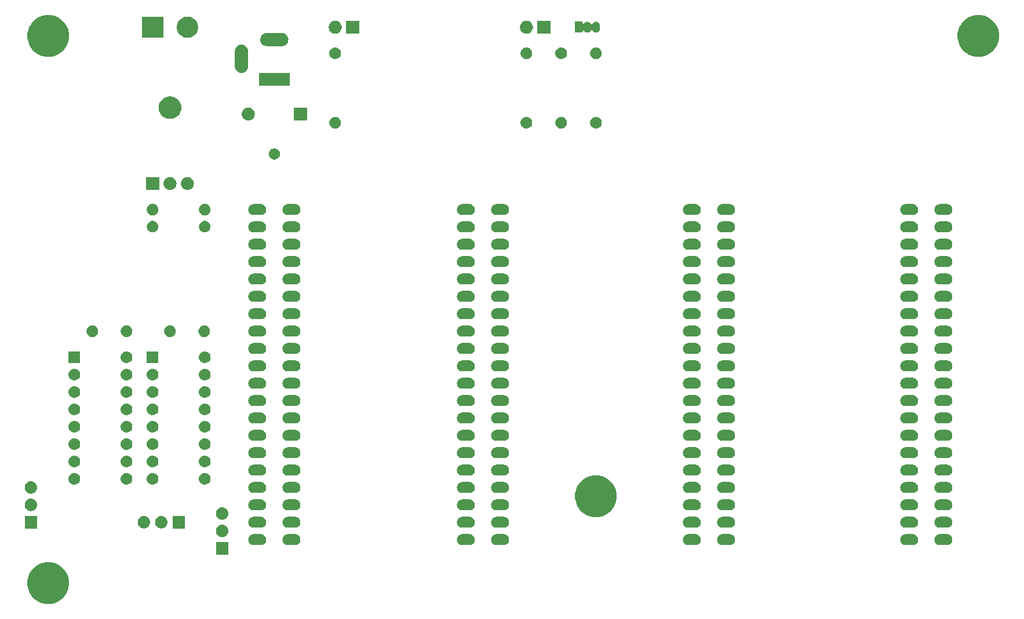
<source format=gbr>
G04 #@! TF.GenerationSoftware,KiCad,Pcbnew,(5.1.4)-1*
G04 #@! TF.CreationDate,2020-01-21T02:52:09+01:00*
G04 #@! TF.ProjectId,Z80Backplane,5a383042-6163-46b7-906c-616e652e6b69,rev?*
G04 #@! TF.SameCoordinates,Original*
G04 #@! TF.FileFunction,Soldermask,Top*
G04 #@! TF.FilePolarity,Negative*
%FSLAX46Y46*%
G04 Gerber Fmt 4.6, Leading zero omitted, Abs format (unit mm)*
G04 Created by KiCad (PCBNEW (5.1.4)-1) date 2020-01-21 02:52:09*
%MOMM*%
%LPD*%
G04 APERTURE LIST*
%ADD10C,0.100000*%
G04 APERTURE END LIST*
D10*
G36*
X35179943Y-113906248D02*
G01*
X35735189Y-114136238D01*
X35735190Y-114136239D01*
X36234899Y-114470134D01*
X36659866Y-114895101D01*
X36659867Y-114895103D01*
X36993762Y-115394811D01*
X37223752Y-115950057D01*
X37341000Y-116539501D01*
X37341000Y-117140499D01*
X37223752Y-117729943D01*
X36993762Y-118285189D01*
X36993761Y-118285190D01*
X36659866Y-118784899D01*
X36234899Y-119209866D01*
X35983347Y-119377948D01*
X35735189Y-119543762D01*
X35179943Y-119773752D01*
X34590499Y-119891000D01*
X33989501Y-119891000D01*
X33400057Y-119773752D01*
X32844811Y-119543762D01*
X32596653Y-119377948D01*
X32345101Y-119209866D01*
X31920134Y-118784899D01*
X31586239Y-118285190D01*
X31586238Y-118285189D01*
X31356248Y-117729943D01*
X31239000Y-117140499D01*
X31239000Y-116539501D01*
X31356248Y-115950057D01*
X31586238Y-115394811D01*
X31920133Y-114895103D01*
X31920134Y-114895101D01*
X32345101Y-114470134D01*
X32844810Y-114136239D01*
X32844811Y-114136238D01*
X33400057Y-113906248D01*
X33989501Y-113789000D01*
X34590499Y-113789000D01*
X35179943Y-113906248D01*
X35179943Y-113906248D01*
G37*
G36*
X60591000Y-112661000D02*
G01*
X58789000Y-112661000D01*
X58789000Y-110859000D01*
X60591000Y-110859000D01*
X60591000Y-112661000D01*
X60591000Y-112661000D01*
G37*
G36*
X70388571Y-109692863D02*
G01*
X70467023Y-109700590D01*
X70540869Y-109722991D01*
X70618013Y-109746392D01*
X70757165Y-109820771D01*
X70879133Y-109920867D01*
X70979229Y-110042835D01*
X71053608Y-110181987D01*
X71053608Y-110181988D01*
X71099410Y-110332977D01*
X71114875Y-110490000D01*
X71099410Y-110647023D01*
X71068875Y-110747682D01*
X71053608Y-110798013D01*
X70979229Y-110937165D01*
X70879133Y-111059133D01*
X70757165Y-111159229D01*
X70618013Y-111233608D01*
X70567682Y-111248875D01*
X70467023Y-111279410D01*
X70388571Y-111287137D01*
X70349346Y-111291000D01*
X69270654Y-111291000D01*
X69231429Y-111287137D01*
X69152977Y-111279410D01*
X69052318Y-111248875D01*
X69001987Y-111233608D01*
X68862835Y-111159229D01*
X68740867Y-111059133D01*
X68640771Y-110937165D01*
X68566392Y-110798013D01*
X68551125Y-110747682D01*
X68520590Y-110647023D01*
X68505125Y-110490000D01*
X68520590Y-110332977D01*
X68566392Y-110181988D01*
X68566392Y-110181987D01*
X68640771Y-110042835D01*
X68740867Y-109920867D01*
X68862835Y-109820771D01*
X69001987Y-109746392D01*
X69079131Y-109722991D01*
X69152977Y-109700590D01*
X69231429Y-109692863D01*
X69270654Y-109689000D01*
X70349346Y-109689000D01*
X70388571Y-109692863D01*
X70388571Y-109692863D01*
G37*
G36*
X65388571Y-109692863D02*
G01*
X65467023Y-109700590D01*
X65540869Y-109722991D01*
X65618013Y-109746392D01*
X65757165Y-109820771D01*
X65879133Y-109920867D01*
X65979229Y-110042835D01*
X66053608Y-110181987D01*
X66053608Y-110181988D01*
X66099410Y-110332977D01*
X66114875Y-110490000D01*
X66099410Y-110647023D01*
X66068875Y-110747682D01*
X66053608Y-110798013D01*
X65979229Y-110937165D01*
X65879133Y-111059133D01*
X65757165Y-111159229D01*
X65618013Y-111233608D01*
X65567682Y-111248875D01*
X65467023Y-111279410D01*
X65388571Y-111287137D01*
X65349346Y-111291000D01*
X64270654Y-111291000D01*
X64231429Y-111287137D01*
X64152977Y-111279410D01*
X64052318Y-111248875D01*
X64001987Y-111233608D01*
X63862835Y-111159229D01*
X63740867Y-111059133D01*
X63640771Y-110937165D01*
X63566392Y-110798013D01*
X63551125Y-110747682D01*
X63520590Y-110647023D01*
X63505125Y-110490000D01*
X63520590Y-110332977D01*
X63566392Y-110181988D01*
X63566392Y-110181987D01*
X63640771Y-110042835D01*
X63740867Y-109920867D01*
X63862835Y-109820771D01*
X64001987Y-109746392D01*
X64079131Y-109722991D01*
X64152977Y-109700590D01*
X64231429Y-109692863D01*
X64270654Y-109689000D01*
X65349346Y-109689000D01*
X65388571Y-109692863D01*
X65388571Y-109692863D01*
G37*
G36*
X100868571Y-109692863D02*
G01*
X100947023Y-109700590D01*
X101020869Y-109722991D01*
X101098013Y-109746392D01*
X101237165Y-109820771D01*
X101359133Y-109920867D01*
X101459229Y-110042835D01*
X101533608Y-110181987D01*
X101533608Y-110181988D01*
X101579410Y-110332977D01*
X101594875Y-110490000D01*
X101579410Y-110647023D01*
X101548875Y-110747682D01*
X101533608Y-110798013D01*
X101459229Y-110937165D01*
X101359133Y-111059133D01*
X101237165Y-111159229D01*
X101098013Y-111233608D01*
X101047682Y-111248875D01*
X100947023Y-111279410D01*
X100868571Y-111287137D01*
X100829346Y-111291000D01*
X99750654Y-111291000D01*
X99711429Y-111287137D01*
X99632977Y-111279410D01*
X99532318Y-111248875D01*
X99481987Y-111233608D01*
X99342835Y-111159229D01*
X99220867Y-111059133D01*
X99120771Y-110937165D01*
X99046392Y-110798013D01*
X99031125Y-110747682D01*
X99000590Y-110647023D01*
X98985125Y-110490000D01*
X99000590Y-110332977D01*
X99046392Y-110181988D01*
X99046392Y-110181987D01*
X99120771Y-110042835D01*
X99220867Y-109920867D01*
X99342835Y-109820771D01*
X99481987Y-109746392D01*
X99559131Y-109722991D01*
X99632977Y-109700590D01*
X99711429Y-109692863D01*
X99750654Y-109689000D01*
X100829346Y-109689000D01*
X100868571Y-109692863D01*
X100868571Y-109692863D01*
G37*
G36*
X95868571Y-109692863D02*
G01*
X95947023Y-109700590D01*
X96020869Y-109722991D01*
X96098013Y-109746392D01*
X96237165Y-109820771D01*
X96359133Y-109920867D01*
X96459229Y-110042835D01*
X96533608Y-110181987D01*
X96533608Y-110181988D01*
X96579410Y-110332977D01*
X96594875Y-110490000D01*
X96579410Y-110647023D01*
X96548875Y-110747682D01*
X96533608Y-110798013D01*
X96459229Y-110937165D01*
X96359133Y-111059133D01*
X96237165Y-111159229D01*
X96098013Y-111233608D01*
X96047682Y-111248875D01*
X95947023Y-111279410D01*
X95868571Y-111287137D01*
X95829346Y-111291000D01*
X94750654Y-111291000D01*
X94711429Y-111287137D01*
X94632977Y-111279410D01*
X94532318Y-111248875D01*
X94481987Y-111233608D01*
X94342835Y-111159229D01*
X94220867Y-111059133D01*
X94120771Y-110937165D01*
X94046392Y-110798013D01*
X94031125Y-110747682D01*
X94000590Y-110647023D01*
X93985125Y-110490000D01*
X94000590Y-110332977D01*
X94046392Y-110181988D01*
X94046392Y-110181987D01*
X94120771Y-110042835D01*
X94220867Y-109920867D01*
X94342835Y-109820771D01*
X94481987Y-109746392D01*
X94559131Y-109722991D01*
X94632977Y-109700590D01*
X94711429Y-109692863D01*
X94750654Y-109689000D01*
X95829346Y-109689000D01*
X95868571Y-109692863D01*
X95868571Y-109692863D01*
G37*
G36*
X133888571Y-109692863D02*
G01*
X133967023Y-109700590D01*
X134040869Y-109722991D01*
X134118013Y-109746392D01*
X134257165Y-109820771D01*
X134379133Y-109920867D01*
X134479229Y-110042835D01*
X134553608Y-110181987D01*
X134553608Y-110181988D01*
X134599410Y-110332977D01*
X134614875Y-110490000D01*
X134599410Y-110647023D01*
X134568875Y-110747682D01*
X134553608Y-110798013D01*
X134479229Y-110937165D01*
X134379133Y-111059133D01*
X134257165Y-111159229D01*
X134118013Y-111233608D01*
X134067682Y-111248875D01*
X133967023Y-111279410D01*
X133888571Y-111287137D01*
X133849346Y-111291000D01*
X132770654Y-111291000D01*
X132731429Y-111287137D01*
X132652977Y-111279410D01*
X132552318Y-111248875D01*
X132501987Y-111233608D01*
X132362835Y-111159229D01*
X132240867Y-111059133D01*
X132140771Y-110937165D01*
X132066392Y-110798013D01*
X132051125Y-110747682D01*
X132020590Y-110647023D01*
X132005125Y-110490000D01*
X132020590Y-110332977D01*
X132066392Y-110181988D01*
X132066392Y-110181987D01*
X132140771Y-110042835D01*
X132240867Y-109920867D01*
X132362835Y-109820771D01*
X132501987Y-109746392D01*
X132579131Y-109722991D01*
X132652977Y-109700590D01*
X132731429Y-109692863D01*
X132770654Y-109689000D01*
X133849346Y-109689000D01*
X133888571Y-109692863D01*
X133888571Y-109692863D01*
G37*
G36*
X165638571Y-109692863D02*
G01*
X165717023Y-109700590D01*
X165790869Y-109722991D01*
X165868013Y-109746392D01*
X166007165Y-109820771D01*
X166129133Y-109920867D01*
X166229229Y-110042835D01*
X166303608Y-110181987D01*
X166303608Y-110181988D01*
X166349410Y-110332977D01*
X166364875Y-110490000D01*
X166349410Y-110647023D01*
X166318875Y-110747682D01*
X166303608Y-110798013D01*
X166229229Y-110937165D01*
X166129133Y-111059133D01*
X166007165Y-111159229D01*
X165868013Y-111233608D01*
X165817682Y-111248875D01*
X165717023Y-111279410D01*
X165638571Y-111287137D01*
X165599346Y-111291000D01*
X164520654Y-111291000D01*
X164481429Y-111287137D01*
X164402977Y-111279410D01*
X164302318Y-111248875D01*
X164251987Y-111233608D01*
X164112835Y-111159229D01*
X163990867Y-111059133D01*
X163890771Y-110937165D01*
X163816392Y-110798013D01*
X163801125Y-110747682D01*
X163770590Y-110647023D01*
X163755125Y-110490000D01*
X163770590Y-110332977D01*
X163816392Y-110181988D01*
X163816392Y-110181987D01*
X163890771Y-110042835D01*
X163990867Y-109920867D01*
X164112835Y-109820771D01*
X164251987Y-109746392D01*
X164329131Y-109722991D01*
X164402977Y-109700590D01*
X164481429Y-109692863D01*
X164520654Y-109689000D01*
X165599346Y-109689000D01*
X165638571Y-109692863D01*
X165638571Y-109692863D01*
G37*
G36*
X160638571Y-109692863D02*
G01*
X160717023Y-109700590D01*
X160790869Y-109722991D01*
X160868013Y-109746392D01*
X161007165Y-109820771D01*
X161129133Y-109920867D01*
X161229229Y-110042835D01*
X161303608Y-110181987D01*
X161303608Y-110181988D01*
X161349410Y-110332977D01*
X161364875Y-110490000D01*
X161349410Y-110647023D01*
X161318875Y-110747682D01*
X161303608Y-110798013D01*
X161229229Y-110937165D01*
X161129133Y-111059133D01*
X161007165Y-111159229D01*
X160868013Y-111233608D01*
X160817682Y-111248875D01*
X160717023Y-111279410D01*
X160638571Y-111287137D01*
X160599346Y-111291000D01*
X159520654Y-111291000D01*
X159481429Y-111287137D01*
X159402977Y-111279410D01*
X159302318Y-111248875D01*
X159251987Y-111233608D01*
X159112835Y-111159229D01*
X158990867Y-111059133D01*
X158890771Y-110937165D01*
X158816392Y-110798013D01*
X158801125Y-110747682D01*
X158770590Y-110647023D01*
X158755125Y-110490000D01*
X158770590Y-110332977D01*
X158816392Y-110181988D01*
X158816392Y-110181987D01*
X158890771Y-110042835D01*
X158990867Y-109920867D01*
X159112835Y-109820771D01*
X159251987Y-109746392D01*
X159329131Y-109722991D01*
X159402977Y-109700590D01*
X159481429Y-109692863D01*
X159520654Y-109689000D01*
X160599346Y-109689000D01*
X160638571Y-109692863D01*
X160638571Y-109692863D01*
G37*
G36*
X128888571Y-109692863D02*
G01*
X128967023Y-109700590D01*
X129040869Y-109722991D01*
X129118013Y-109746392D01*
X129257165Y-109820771D01*
X129379133Y-109920867D01*
X129479229Y-110042835D01*
X129553608Y-110181987D01*
X129553608Y-110181988D01*
X129599410Y-110332977D01*
X129614875Y-110490000D01*
X129599410Y-110647023D01*
X129568875Y-110747682D01*
X129553608Y-110798013D01*
X129479229Y-110937165D01*
X129379133Y-111059133D01*
X129257165Y-111159229D01*
X129118013Y-111233608D01*
X129067682Y-111248875D01*
X128967023Y-111279410D01*
X128888571Y-111287137D01*
X128849346Y-111291000D01*
X127770654Y-111291000D01*
X127731429Y-111287137D01*
X127652977Y-111279410D01*
X127552318Y-111248875D01*
X127501987Y-111233608D01*
X127362835Y-111159229D01*
X127240867Y-111059133D01*
X127140771Y-110937165D01*
X127066392Y-110798013D01*
X127051125Y-110747682D01*
X127020590Y-110647023D01*
X127005125Y-110490000D01*
X127020590Y-110332977D01*
X127066392Y-110181988D01*
X127066392Y-110181987D01*
X127140771Y-110042835D01*
X127240867Y-109920867D01*
X127362835Y-109820771D01*
X127501987Y-109746392D01*
X127579131Y-109722991D01*
X127652977Y-109700590D01*
X127731429Y-109692863D01*
X127770654Y-109689000D01*
X128849346Y-109689000D01*
X128888571Y-109692863D01*
X128888571Y-109692863D01*
G37*
G36*
X59800443Y-108325519D02*
G01*
X59866627Y-108332037D01*
X60036466Y-108383557D01*
X60192991Y-108467222D01*
X60228729Y-108496552D01*
X60330186Y-108579814D01*
X60413448Y-108681271D01*
X60442778Y-108717009D01*
X60526443Y-108873534D01*
X60577963Y-109043373D01*
X60595359Y-109220000D01*
X60577963Y-109396627D01*
X60526443Y-109566466D01*
X60442778Y-109722991D01*
X60423573Y-109746392D01*
X60330186Y-109860186D01*
X60228729Y-109943448D01*
X60192991Y-109972778D01*
X60036466Y-110056443D01*
X59866627Y-110107963D01*
X59800443Y-110114481D01*
X59734260Y-110121000D01*
X59645740Y-110121000D01*
X59579557Y-110114481D01*
X59513373Y-110107963D01*
X59343534Y-110056443D01*
X59187009Y-109972778D01*
X59151271Y-109943448D01*
X59049814Y-109860186D01*
X58956427Y-109746392D01*
X58937222Y-109722991D01*
X58853557Y-109566466D01*
X58802037Y-109396627D01*
X58784641Y-109220000D01*
X58802037Y-109043373D01*
X58853557Y-108873534D01*
X58937222Y-108717009D01*
X58966552Y-108681271D01*
X59049814Y-108579814D01*
X59151271Y-108496552D01*
X59187009Y-108467222D01*
X59343534Y-108383557D01*
X59513373Y-108332037D01*
X59579557Y-108325519D01*
X59645740Y-108319000D01*
X59734260Y-108319000D01*
X59800443Y-108325519D01*
X59800443Y-108325519D01*
G37*
G36*
X32651000Y-108851000D02*
G01*
X30849000Y-108851000D01*
X30849000Y-107049000D01*
X32651000Y-107049000D01*
X32651000Y-108851000D01*
X32651000Y-108851000D01*
G37*
G36*
X54241000Y-108851000D02*
G01*
X52439000Y-108851000D01*
X52439000Y-107049000D01*
X54241000Y-107049000D01*
X54241000Y-108851000D01*
X54241000Y-108851000D01*
G37*
G36*
X50910442Y-107055518D02*
G01*
X50976627Y-107062037D01*
X51146466Y-107113557D01*
X51302991Y-107197222D01*
X51338729Y-107226552D01*
X51440186Y-107309814D01*
X51523448Y-107411271D01*
X51552778Y-107447009D01*
X51636443Y-107603534D01*
X51687963Y-107773373D01*
X51705359Y-107950000D01*
X51687963Y-108126627D01*
X51636443Y-108296466D01*
X51552778Y-108452991D01*
X51523448Y-108488729D01*
X51440186Y-108590186D01*
X51338729Y-108673448D01*
X51302991Y-108702778D01*
X51146466Y-108786443D01*
X50976627Y-108837963D01*
X50910442Y-108844482D01*
X50844260Y-108851000D01*
X50755740Y-108851000D01*
X50689558Y-108844482D01*
X50623373Y-108837963D01*
X50453534Y-108786443D01*
X50297009Y-108702778D01*
X50261271Y-108673448D01*
X50159814Y-108590186D01*
X50076552Y-108488729D01*
X50047222Y-108452991D01*
X49963557Y-108296466D01*
X49912037Y-108126627D01*
X49894641Y-107950000D01*
X49912037Y-107773373D01*
X49963557Y-107603534D01*
X50047222Y-107447009D01*
X50076552Y-107411271D01*
X50159814Y-107309814D01*
X50261271Y-107226552D01*
X50297009Y-107197222D01*
X50453534Y-107113557D01*
X50623373Y-107062037D01*
X50689558Y-107055518D01*
X50755740Y-107049000D01*
X50844260Y-107049000D01*
X50910442Y-107055518D01*
X50910442Y-107055518D01*
G37*
G36*
X48370442Y-107055518D02*
G01*
X48436627Y-107062037D01*
X48606466Y-107113557D01*
X48762991Y-107197222D01*
X48798729Y-107226552D01*
X48900186Y-107309814D01*
X48983448Y-107411271D01*
X49012778Y-107447009D01*
X49096443Y-107603534D01*
X49147963Y-107773373D01*
X49165359Y-107950000D01*
X49147963Y-108126627D01*
X49096443Y-108296466D01*
X49012778Y-108452991D01*
X48983448Y-108488729D01*
X48900186Y-108590186D01*
X48798729Y-108673448D01*
X48762991Y-108702778D01*
X48606466Y-108786443D01*
X48436627Y-108837963D01*
X48370442Y-108844482D01*
X48304260Y-108851000D01*
X48215740Y-108851000D01*
X48149558Y-108844482D01*
X48083373Y-108837963D01*
X47913534Y-108786443D01*
X47757009Y-108702778D01*
X47721271Y-108673448D01*
X47619814Y-108590186D01*
X47536552Y-108488729D01*
X47507222Y-108452991D01*
X47423557Y-108296466D01*
X47372037Y-108126627D01*
X47354641Y-107950000D01*
X47372037Y-107773373D01*
X47423557Y-107603534D01*
X47507222Y-107447009D01*
X47536552Y-107411271D01*
X47619814Y-107309814D01*
X47721271Y-107226552D01*
X47757009Y-107197222D01*
X47913534Y-107113557D01*
X48083373Y-107062037D01*
X48149558Y-107055518D01*
X48215740Y-107049000D01*
X48304260Y-107049000D01*
X48370442Y-107055518D01*
X48370442Y-107055518D01*
G37*
G36*
X165638571Y-107152863D02*
G01*
X165717023Y-107160590D01*
X165790869Y-107182991D01*
X165868013Y-107206392D01*
X166007165Y-107280771D01*
X166129133Y-107380867D01*
X166229229Y-107502835D01*
X166303608Y-107641987D01*
X166303608Y-107641988D01*
X166349410Y-107792977D01*
X166364875Y-107950000D01*
X166349410Y-108107023D01*
X166343463Y-108126627D01*
X166303608Y-108258013D01*
X166229229Y-108397165D01*
X166129133Y-108519133D01*
X166007165Y-108619229D01*
X165868013Y-108693608D01*
X165817682Y-108708875D01*
X165717023Y-108739410D01*
X165638571Y-108747137D01*
X165599346Y-108751000D01*
X164520654Y-108751000D01*
X164481429Y-108747137D01*
X164402977Y-108739410D01*
X164302318Y-108708875D01*
X164251987Y-108693608D01*
X164112835Y-108619229D01*
X163990867Y-108519133D01*
X163890771Y-108397165D01*
X163816392Y-108258013D01*
X163776537Y-108126627D01*
X163770590Y-108107023D01*
X163755125Y-107950000D01*
X163770590Y-107792977D01*
X163816392Y-107641988D01*
X163816392Y-107641987D01*
X163890771Y-107502835D01*
X163990867Y-107380867D01*
X164112835Y-107280771D01*
X164251987Y-107206392D01*
X164329131Y-107182991D01*
X164402977Y-107160590D01*
X164481429Y-107152863D01*
X164520654Y-107149000D01*
X165599346Y-107149000D01*
X165638571Y-107152863D01*
X165638571Y-107152863D01*
G37*
G36*
X160638571Y-107152863D02*
G01*
X160717023Y-107160590D01*
X160790869Y-107182991D01*
X160868013Y-107206392D01*
X161007165Y-107280771D01*
X161129133Y-107380867D01*
X161229229Y-107502835D01*
X161303608Y-107641987D01*
X161303608Y-107641988D01*
X161349410Y-107792977D01*
X161364875Y-107950000D01*
X161349410Y-108107023D01*
X161343463Y-108126627D01*
X161303608Y-108258013D01*
X161229229Y-108397165D01*
X161129133Y-108519133D01*
X161007165Y-108619229D01*
X160868013Y-108693608D01*
X160817682Y-108708875D01*
X160717023Y-108739410D01*
X160638571Y-108747137D01*
X160599346Y-108751000D01*
X159520654Y-108751000D01*
X159481429Y-108747137D01*
X159402977Y-108739410D01*
X159302318Y-108708875D01*
X159251987Y-108693608D01*
X159112835Y-108619229D01*
X158990867Y-108519133D01*
X158890771Y-108397165D01*
X158816392Y-108258013D01*
X158776537Y-108126627D01*
X158770590Y-108107023D01*
X158755125Y-107950000D01*
X158770590Y-107792977D01*
X158816392Y-107641988D01*
X158816392Y-107641987D01*
X158890771Y-107502835D01*
X158990867Y-107380867D01*
X159112835Y-107280771D01*
X159251987Y-107206392D01*
X159329131Y-107182991D01*
X159402977Y-107160590D01*
X159481429Y-107152863D01*
X159520654Y-107149000D01*
X160599346Y-107149000D01*
X160638571Y-107152863D01*
X160638571Y-107152863D01*
G37*
G36*
X128888571Y-107152863D02*
G01*
X128967023Y-107160590D01*
X129040869Y-107182991D01*
X129118013Y-107206392D01*
X129257165Y-107280771D01*
X129379133Y-107380867D01*
X129479229Y-107502835D01*
X129553608Y-107641987D01*
X129553608Y-107641988D01*
X129599410Y-107792977D01*
X129614875Y-107950000D01*
X129599410Y-108107023D01*
X129593463Y-108126627D01*
X129553608Y-108258013D01*
X129479229Y-108397165D01*
X129379133Y-108519133D01*
X129257165Y-108619229D01*
X129118013Y-108693608D01*
X129067682Y-108708875D01*
X128967023Y-108739410D01*
X128888571Y-108747137D01*
X128849346Y-108751000D01*
X127770654Y-108751000D01*
X127731429Y-108747137D01*
X127652977Y-108739410D01*
X127552318Y-108708875D01*
X127501987Y-108693608D01*
X127362835Y-108619229D01*
X127240867Y-108519133D01*
X127140771Y-108397165D01*
X127066392Y-108258013D01*
X127026537Y-108126627D01*
X127020590Y-108107023D01*
X127005125Y-107950000D01*
X127020590Y-107792977D01*
X127066392Y-107641988D01*
X127066392Y-107641987D01*
X127140771Y-107502835D01*
X127240867Y-107380867D01*
X127362835Y-107280771D01*
X127501987Y-107206392D01*
X127579131Y-107182991D01*
X127652977Y-107160590D01*
X127731429Y-107152863D01*
X127770654Y-107149000D01*
X128849346Y-107149000D01*
X128888571Y-107152863D01*
X128888571Y-107152863D01*
G37*
G36*
X133888571Y-107152863D02*
G01*
X133967023Y-107160590D01*
X134040869Y-107182991D01*
X134118013Y-107206392D01*
X134257165Y-107280771D01*
X134379133Y-107380867D01*
X134479229Y-107502835D01*
X134553608Y-107641987D01*
X134553608Y-107641988D01*
X134599410Y-107792977D01*
X134614875Y-107950000D01*
X134599410Y-108107023D01*
X134593463Y-108126627D01*
X134553608Y-108258013D01*
X134479229Y-108397165D01*
X134379133Y-108519133D01*
X134257165Y-108619229D01*
X134118013Y-108693608D01*
X134067682Y-108708875D01*
X133967023Y-108739410D01*
X133888571Y-108747137D01*
X133849346Y-108751000D01*
X132770654Y-108751000D01*
X132731429Y-108747137D01*
X132652977Y-108739410D01*
X132552318Y-108708875D01*
X132501987Y-108693608D01*
X132362835Y-108619229D01*
X132240867Y-108519133D01*
X132140771Y-108397165D01*
X132066392Y-108258013D01*
X132026537Y-108126627D01*
X132020590Y-108107023D01*
X132005125Y-107950000D01*
X132020590Y-107792977D01*
X132066392Y-107641988D01*
X132066392Y-107641987D01*
X132140771Y-107502835D01*
X132240867Y-107380867D01*
X132362835Y-107280771D01*
X132501987Y-107206392D01*
X132579131Y-107182991D01*
X132652977Y-107160590D01*
X132731429Y-107152863D01*
X132770654Y-107149000D01*
X133849346Y-107149000D01*
X133888571Y-107152863D01*
X133888571Y-107152863D01*
G37*
G36*
X95868571Y-107152863D02*
G01*
X95947023Y-107160590D01*
X96020869Y-107182991D01*
X96098013Y-107206392D01*
X96237165Y-107280771D01*
X96359133Y-107380867D01*
X96459229Y-107502835D01*
X96533608Y-107641987D01*
X96533608Y-107641988D01*
X96579410Y-107792977D01*
X96594875Y-107950000D01*
X96579410Y-108107023D01*
X96573463Y-108126627D01*
X96533608Y-108258013D01*
X96459229Y-108397165D01*
X96359133Y-108519133D01*
X96237165Y-108619229D01*
X96098013Y-108693608D01*
X96047682Y-108708875D01*
X95947023Y-108739410D01*
X95868571Y-108747137D01*
X95829346Y-108751000D01*
X94750654Y-108751000D01*
X94711429Y-108747137D01*
X94632977Y-108739410D01*
X94532318Y-108708875D01*
X94481987Y-108693608D01*
X94342835Y-108619229D01*
X94220867Y-108519133D01*
X94120771Y-108397165D01*
X94046392Y-108258013D01*
X94006537Y-108126627D01*
X94000590Y-108107023D01*
X93985125Y-107950000D01*
X94000590Y-107792977D01*
X94046392Y-107641988D01*
X94046392Y-107641987D01*
X94120771Y-107502835D01*
X94220867Y-107380867D01*
X94342835Y-107280771D01*
X94481987Y-107206392D01*
X94559131Y-107182991D01*
X94632977Y-107160590D01*
X94711429Y-107152863D01*
X94750654Y-107149000D01*
X95829346Y-107149000D01*
X95868571Y-107152863D01*
X95868571Y-107152863D01*
G37*
G36*
X100868571Y-107152863D02*
G01*
X100947023Y-107160590D01*
X101020869Y-107182991D01*
X101098013Y-107206392D01*
X101237165Y-107280771D01*
X101359133Y-107380867D01*
X101459229Y-107502835D01*
X101533608Y-107641987D01*
X101533608Y-107641988D01*
X101579410Y-107792977D01*
X101594875Y-107950000D01*
X101579410Y-108107023D01*
X101573463Y-108126627D01*
X101533608Y-108258013D01*
X101459229Y-108397165D01*
X101359133Y-108519133D01*
X101237165Y-108619229D01*
X101098013Y-108693608D01*
X101047682Y-108708875D01*
X100947023Y-108739410D01*
X100868571Y-108747137D01*
X100829346Y-108751000D01*
X99750654Y-108751000D01*
X99711429Y-108747137D01*
X99632977Y-108739410D01*
X99532318Y-108708875D01*
X99481987Y-108693608D01*
X99342835Y-108619229D01*
X99220867Y-108519133D01*
X99120771Y-108397165D01*
X99046392Y-108258013D01*
X99006537Y-108126627D01*
X99000590Y-108107023D01*
X98985125Y-107950000D01*
X99000590Y-107792977D01*
X99046392Y-107641988D01*
X99046392Y-107641987D01*
X99120771Y-107502835D01*
X99220867Y-107380867D01*
X99342835Y-107280771D01*
X99481987Y-107206392D01*
X99559131Y-107182991D01*
X99632977Y-107160590D01*
X99711429Y-107152863D01*
X99750654Y-107149000D01*
X100829346Y-107149000D01*
X100868571Y-107152863D01*
X100868571Y-107152863D01*
G37*
G36*
X65388571Y-107152863D02*
G01*
X65467023Y-107160590D01*
X65540869Y-107182991D01*
X65618013Y-107206392D01*
X65757165Y-107280771D01*
X65879133Y-107380867D01*
X65979229Y-107502835D01*
X66053608Y-107641987D01*
X66053608Y-107641988D01*
X66099410Y-107792977D01*
X66114875Y-107950000D01*
X66099410Y-108107023D01*
X66093463Y-108126627D01*
X66053608Y-108258013D01*
X65979229Y-108397165D01*
X65879133Y-108519133D01*
X65757165Y-108619229D01*
X65618013Y-108693608D01*
X65567682Y-108708875D01*
X65467023Y-108739410D01*
X65388571Y-108747137D01*
X65349346Y-108751000D01*
X64270654Y-108751000D01*
X64231429Y-108747137D01*
X64152977Y-108739410D01*
X64052318Y-108708875D01*
X64001987Y-108693608D01*
X63862835Y-108619229D01*
X63740867Y-108519133D01*
X63640771Y-108397165D01*
X63566392Y-108258013D01*
X63526537Y-108126627D01*
X63520590Y-108107023D01*
X63505125Y-107950000D01*
X63520590Y-107792977D01*
X63566392Y-107641988D01*
X63566392Y-107641987D01*
X63640771Y-107502835D01*
X63740867Y-107380867D01*
X63862835Y-107280771D01*
X64001987Y-107206392D01*
X64079131Y-107182991D01*
X64152977Y-107160590D01*
X64231429Y-107152863D01*
X64270654Y-107149000D01*
X65349346Y-107149000D01*
X65388571Y-107152863D01*
X65388571Y-107152863D01*
G37*
G36*
X70388571Y-107152863D02*
G01*
X70467023Y-107160590D01*
X70540869Y-107182991D01*
X70618013Y-107206392D01*
X70757165Y-107280771D01*
X70879133Y-107380867D01*
X70979229Y-107502835D01*
X71053608Y-107641987D01*
X71053608Y-107641988D01*
X71099410Y-107792977D01*
X71114875Y-107950000D01*
X71099410Y-108107023D01*
X71093463Y-108126627D01*
X71053608Y-108258013D01*
X70979229Y-108397165D01*
X70879133Y-108519133D01*
X70757165Y-108619229D01*
X70618013Y-108693608D01*
X70567682Y-108708875D01*
X70467023Y-108739410D01*
X70388571Y-108747137D01*
X70349346Y-108751000D01*
X69270654Y-108751000D01*
X69231429Y-108747137D01*
X69152977Y-108739410D01*
X69052318Y-108708875D01*
X69001987Y-108693608D01*
X68862835Y-108619229D01*
X68740867Y-108519133D01*
X68640771Y-108397165D01*
X68566392Y-108258013D01*
X68526537Y-108126627D01*
X68520590Y-108107023D01*
X68505125Y-107950000D01*
X68520590Y-107792977D01*
X68566392Y-107641988D01*
X68566392Y-107641987D01*
X68640771Y-107502835D01*
X68740867Y-107380867D01*
X68862835Y-107280771D01*
X69001987Y-107206392D01*
X69079131Y-107182991D01*
X69152977Y-107160590D01*
X69231429Y-107152863D01*
X69270654Y-107149000D01*
X70349346Y-107149000D01*
X70388571Y-107152863D01*
X70388571Y-107152863D01*
G37*
G36*
X59800443Y-105785519D02*
G01*
X59866627Y-105792037D01*
X60036466Y-105843557D01*
X60192991Y-105927222D01*
X60228729Y-105956552D01*
X60330186Y-106039814D01*
X60413448Y-106141271D01*
X60442778Y-106177009D01*
X60526443Y-106333534D01*
X60577963Y-106503373D01*
X60595359Y-106680000D01*
X60577963Y-106856627D01*
X60526443Y-107026466D01*
X60442778Y-107182991D01*
X60423573Y-107206392D01*
X60330186Y-107320186D01*
X60228729Y-107403448D01*
X60192991Y-107432778D01*
X60036466Y-107516443D01*
X59866627Y-107567963D01*
X59800443Y-107574481D01*
X59734260Y-107581000D01*
X59645740Y-107581000D01*
X59579557Y-107574481D01*
X59513373Y-107567963D01*
X59343534Y-107516443D01*
X59187009Y-107432778D01*
X59151271Y-107403448D01*
X59049814Y-107320186D01*
X58956427Y-107206392D01*
X58937222Y-107182991D01*
X58853557Y-107026466D01*
X58802037Y-106856627D01*
X58784641Y-106680000D01*
X58802037Y-106503373D01*
X58853557Y-106333534D01*
X58937222Y-106177009D01*
X58966552Y-106141271D01*
X59049814Y-106039814D01*
X59151271Y-105956552D01*
X59187009Y-105927222D01*
X59343534Y-105843557D01*
X59513373Y-105792037D01*
X59579557Y-105785519D01*
X59645740Y-105779000D01*
X59734260Y-105779000D01*
X59800443Y-105785519D01*
X59800443Y-105785519D01*
G37*
G36*
X115189943Y-101206248D02*
G01*
X115745189Y-101436238D01*
X115745190Y-101436239D01*
X116244899Y-101770134D01*
X116669866Y-102195101D01*
X116784731Y-102367009D01*
X117003762Y-102694811D01*
X117233752Y-103250057D01*
X117351000Y-103839501D01*
X117351000Y-104440499D01*
X117233752Y-105029943D01*
X117003762Y-105585189D01*
X116889318Y-105756466D01*
X116669866Y-106084899D01*
X116244899Y-106509866D01*
X115993347Y-106677948D01*
X115745189Y-106843762D01*
X115189943Y-107073752D01*
X114600499Y-107191000D01*
X113999501Y-107191000D01*
X113410057Y-107073752D01*
X112854811Y-106843762D01*
X112606653Y-106677948D01*
X112355101Y-106509866D01*
X111930134Y-106084899D01*
X111710682Y-105756466D01*
X111596238Y-105585189D01*
X111366248Y-105029943D01*
X111249000Y-104440499D01*
X111249000Y-103839501D01*
X111366248Y-103250057D01*
X111596238Y-102694811D01*
X111815269Y-102367009D01*
X111930134Y-102195101D01*
X112355101Y-101770134D01*
X112854810Y-101436239D01*
X112854811Y-101436238D01*
X113410057Y-101206248D01*
X113999501Y-101089000D01*
X114600499Y-101089000D01*
X115189943Y-101206248D01*
X115189943Y-101206248D01*
G37*
G36*
X31860443Y-104515519D02*
G01*
X31926627Y-104522037D01*
X32096466Y-104573557D01*
X32252991Y-104657222D01*
X32288729Y-104686552D01*
X32390186Y-104769814D01*
X32473448Y-104871271D01*
X32502778Y-104907009D01*
X32586443Y-105063534D01*
X32637963Y-105233373D01*
X32655359Y-105410000D01*
X32637963Y-105586627D01*
X32586443Y-105756466D01*
X32502778Y-105912991D01*
X32473448Y-105948729D01*
X32390186Y-106050186D01*
X32288729Y-106133448D01*
X32252991Y-106162778D01*
X32096466Y-106246443D01*
X31926627Y-106297963D01*
X31860442Y-106304482D01*
X31794260Y-106311000D01*
X31705740Y-106311000D01*
X31639558Y-106304482D01*
X31573373Y-106297963D01*
X31403534Y-106246443D01*
X31247009Y-106162778D01*
X31211271Y-106133448D01*
X31109814Y-106050186D01*
X31026552Y-105948729D01*
X30997222Y-105912991D01*
X30913557Y-105756466D01*
X30862037Y-105586627D01*
X30844641Y-105410000D01*
X30862037Y-105233373D01*
X30913557Y-105063534D01*
X30997222Y-104907009D01*
X31026552Y-104871271D01*
X31109814Y-104769814D01*
X31211271Y-104686552D01*
X31247009Y-104657222D01*
X31403534Y-104573557D01*
X31573373Y-104522037D01*
X31639557Y-104515519D01*
X31705740Y-104509000D01*
X31794260Y-104509000D01*
X31860443Y-104515519D01*
X31860443Y-104515519D01*
G37*
G36*
X128888571Y-104612863D02*
G01*
X128967023Y-104620590D01*
X129067682Y-104651125D01*
X129118013Y-104666392D01*
X129257165Y-104740771D01*
X129379133Y-104840867D01*
X129479229Y-104962835D01*
X129553608Y-105101987D01*
X129553608Y-105101988D01*
X129599410Y-105252977D01*
X129614875Y-105410000D01*
X129599410Y-105567023D01*
X129593463Y-105586627D01*
X129553608Y-105718013D01*
X129479229Y-105857165D01*
X129379133Y-105979133D01*
X129257165Y-106079229D01*
X129118013Y-106153608D01*
X129067682Y-106168875D01*
X128967023Y-106199410D01*
X128888571Y-106207137D01*
X128849346Y-106211000D01*
X127770654Y-106211000D01*
X127731429Y-106207137D01*
X127652977Y-106199410D01*
X127552318Y-106168875D01*
X127501987Y-106153608D01*
X127362835Y-106079229D01*
X127240867Y-105979133D01*
X127140771Y-105857165D01*
X127066392Y-105718013D01*
X127026537Y-105586627D01*
X127020590Y-105567023D01*
X127005125Y-105410000D01*
X127020590Y-105252977D01*
X127066392Y-105101988D01*
X127066392Y-105101987D01*
X127140771Y-104962835D01*
X127240867Y-104840867D01*
X127362835Y-104740771D01*
X127501987Y-104666392D01*
X127552318Y-104651125D01*
X127652977Y-104620590D01*
X127731429Y-104612863D01*
X127770654Y-104609000D01*
X128849346Y-104609000D01*
X128888571Y-104612863D01*
X128888571Y-104612863D01*
G37*
G36*
X165638571Y-104612863D02*
G01*
X165717023Y-104620590D01*
X165817682Y-104651125D01*
X165868013Y-104666392D01*
X166007165Y-104740771D01*
X166129133Y-104840867D01*
X166229229Y-104962835D01*
X166303608Y-105101987D01*
X166303608Y-105101988D01*
X166349410Y-105252977D01*
X166364875Y-105410000D01*
X166349410Y-105567023D01*
X166343463Y-105586627D01*
X166303608Y-105718013D01*
X166229229Y-105857165D01*
X166129133Y-105979133D01*
X166007165Y-106079229D01*
X165868013Y-106153608D01*
X165817682Y-106168875D01*
X165717023Y-106199410D01*
X165638571Y-106207137D01*
X165599346Y-106211000D01*
X164520654Y-106211000D01*
X164481429Y-106207137D01*
X164402977Y-106199410D01*
X164302318Y-106168875D01*
X164251987Y-106153608D01*
X164112835Y-106079229D01*
X163990867Y-105979133D01*
X163890771Y-105857165D01*
X163816392Y-105718013D01*
X163776537Y-105586627D01*
X163770590Y-105567023D01*
X163755125Y-105410000D01*
X163770590Y-105252977D01*
X163816392Y-105101988D01*
X163816392Y-105101987D01*
X163890771Y-104962835D01*
X163990867Y-104840867D01*
X164112835Y-104740771D01*
X164251987Y-104666392D01*
X164302318Y-104651125D01*
X164402977Y-104620590D01*
X164481429Y-104612863D01*
X164520654Y-104609000D01*
X165599346Y-104609000D01*
X165638571Y-104612863D01*
X165638571Y-104612863D01*
G37*
G36*
X160638571Y-104612863D02*
G01*
X160717023Y-104620590D01*
X160817682Y-104651125D01*
X160868013Y-104666392D01*
X161007165Y-104740771D01*
X161129133Y-104840867D01*
X161229229Y-104962835D01*
X161303608Y-105101987D01*
X161303608Y-105101988D01*
X161349410Y-105252977D01*
X161364875Y-105410000D01*
X161349410Y-105567023D01*
X161343463Y-105586627D01*
X161303608Y-105718013D01*
X161229229Y-105857165D01*
X161129133Y-105979133D01*
X161007165Y-106079229D01*
X160868013Y-106153608D01*
X160817682Y-106168875D01*
X160717023Y-106199410D01*
X160638571Y-106207137D01*
X160599346Y-106211000D01*
X159520654Y-106211000D01*
X159481429Y-106207137D01*
X159402977Y-106199410D01*
X159302318Y-106168875D01*
X159251987Y-106153608D01*
X159112835Y-106079229D01*
X158990867Y-105979133D01*
X158890771Y-105857165D01*
X158816392Y-105718013D01*
X158776537Y-105586627D01*
X158770590Y-105567023D01*
X158755125Y-105410000D01*
X158770590Y-105252977D01*
X158816392Y-105101988D01*
X158816392Y-105101987D01*
X158890771Y-104962835D01*
X158990867Y-104840867D01*
X159112835Y-104740771D01*
X159251987Y-104666392D01*
X159302318Y-104651125D01*
X159402977Y-104620590D01*
X159481429Y-104612863D01*
X159520654Y-104609000D01*
X160599346Y-104609000D01*
X160638571Y-104612863D01*
X160638571Y-104612863D01*
G37*
G36*
X133888571Y-104612863D02*
G01*
X133967023Y-104620590D01*
X134067682Y-104651125D01*
X134118013Y-104666392D01*
X134257165Y-104740771D01*
X134379133Y-104840867D01*
X134479229Y-104962835D01*
X134553608Y-105101987D01*
X134553608Y-105101988D01*
X134599410Y-105252977D01*
X134614875Y-105410000D01*
X134599410Y-105567023D01*
X134593463Y-105586627D01*
X134553608Y-105718013D01*
X134479229Y-105857165D01*
X134379133Y-105979133D01*
X134257165Y-106079229D01*
X134118013Y-106153608D01*
X134067682Y-106168875D01*
X133967023Y-106199410D01*
X133888571Y-106207137D01*
X133849346Y-106211000D01*
X132770654Y-106211000D01*
X132731429Y-106207137D01*
X132652977Y-106199410D01*
X132552318Y-106168875D01*
X132501987Y-106153608D01*
X132362835Y-106079229D01*
X132240867Y-105979133D01*
X132140771Y-105857165D01*
X132066392Y-105718013D01*
X132026537Y-105586627D01*
X132020590Y-105567023D01*
X132005125Y-105410000D01*
X132020590Y-105252977D01*
X132066392Y-105101988D01*
X132066392Y-105101987D01*
X132140771Y-104962835D01*
X132240867Y-104840867D01*
X132362835Y-104740771D01*
X132501987Y-104666392D01*
X132552318Y-104651125D01*
X132652977Y-104620590D01*
X132731429Y-104612863D01*
X132770654Y-104609000D01*
X133849346Y-104609000D01*
X133888571Y-104612863D01*
X133888571Y-104612863D01*
G37*
G36*
X70388571Y-104612863D02*
G01*
X70467023Y-104620590D01*
X70567682Y-104651125D01*
X70618013Y-104666392D01*
X70757165Y-104740771D01*
X70879133Y-104840867D01*
X70979229Y-104962835D01*
X71053608Y-105101987D01*
X71053608Y-105101988D01*
X71099410Y-105252977D01*
X71114875Y-105410000D01*
X71099410Y-105567023D01*
X71093463Y-105586627D01*
X71053608Y-105718013D01*
X70979229Y-105857165D01*
X70879133Y-105979133D01*
X70757165Y-106079229D01*
X70618013Y-106153608D01*
X70567682Y-106168875D01*
X70467023Y-106199410D01*
X70388571Y-106207137D01*
X70349346Y-106211000D01*
X69270654Y-106211000D01*
X69231429Y-106207137D01*
X69152977Y-106199410D01*
X69052318Y-106168875D01*
X69001987Y-106153608D01*
X68862835Y-106079229D01*
X68740867Y-105979133D01*
X68640771Y-105857165D01*
X68566392Y-105718013D01*
X68526537Y-105586627D01*
X68520590Y-105567023D01*
X68505125Y-105410000D01*
X68520590Y-105252977D01*
X68566392Y-105101988D01*
X68566392Y-105101987D01*
X68640771Y-104962835D01*
X68740867Y-104840867D01*
X68862835Y-104740771D01*
X69001987Y-104666392D01*
X69052318Y-104651125D01*
X69152977Y-104620590D01*
X69231429Y-104612863D01*
X69270654Y-104609000D01*
X70349346Y-104609000D01*
X70388571Y-104612863D01*
X70388571Y-104612863D01*
G37*
G36*
X100868571Y-104612863D02*
G01*
X100947023Y-104620590D01*
X101047682Y-104651125D01*
X101098013Y-104666392D01*
X101237165Y-104740771D01*
X101359133Y-104840867D01*
X101459229Y-104962835D01*
X101533608Y-105101987D01*
X101533608Y-105101988D01*
X101579410Y-105252977D01*
X101594875Y-105410000D01*
X101579410Y-105567023D01*
X101573463Y-105586627D01*
X101533608Y-105718013D01*
X101459229Y-105857165D01*
X101359133Y-105979133D01*
X101237165Y-106079229D01*
X101098013Y-106153608D01*
X101047682Y-106168875D01*
X100947023Y-106199410D01*
X100868571Y-106207137D01*
X100829346Y-106211000D01*
X99750654Y-106211000D01*
X99711429Y-106207137D01*
X99632977Y-106199410D01*
X99532318Y-106168875D01*
X99481987Y-106153608D01*
X99342835Y-106079229D01*
X99220867Y-105979133D01*
X99120771Y-105857165D01*
X99046392Y-105718013D01*
X99006537Y-105586627D01*
X99000590Y-105567023D01*
X98985125Y-105410000D01*
X99000590Y-105252977D01*
X99046392Y-105101988D01*
X99046392Y-105101987D01*
X99120771Y-104962835D01*
X99220867Y-104840867D01*
X99342835Y-104740771D01*
X99481987Y-104666392D01*
X99532318Y-104651125D01*
X99632977Y-104620590D01*
X99711429Y-104612863D01*
X99750654Y-104609000D01*
X100829346Y-104609000D01*
X100868571Y-104612863D01*
X100868571Y-104612863D01*
G37*
G36*
X95868571Y-104612863D02*
G01*
X95947023Y-104620590D01*
X96047682Y-104651125D01*
X96098013Y-104666392D01*
X96237165Y-104740771D01*
X96359133Y-104840867D01*
X96459229Y-104962835D01*
X96533608Y-105101987D01*
X96533608Y-105101988D01*
X96579410Y-105252977D01*
X96594875Y-105410000D01*
X96579410Y-105567023D01*
X96573463Y-105586627D01*
X96533608Y-105718013D01*
X96459229Y-105857165D01*
X96359133Y-105979133D01*
X96237165Y-106079229D01*
X96098013Y-106153608D01*
X96047682Y-106168875D01*
X95947023Y-106199410D01*
X95868571Y-106207137D01*
X95829346Y-106211000D01*
X94750654Y-106211000D01*
X94711429Y-106207137D01*
X94632977Y-106199410D01*
X94532318Y-106168875D01*
X94481987Y-106153608D01*
X94342835Y-106079229D01*
X94220867Y-105979133D01*
X94120771Y-105857165D01*
X94046392Y-105718013D01*
X94006537Y-105586627D01*
X94000590Y-105567023D01*
X93985125Y-105410000D01*
X94000590Y-105252977D01*
X94046392Y-105101988D01*
X94046392Y-105101987D01*
X94120771Y-104962835D01*
X94220867Y-104840867D01*
X94342835Y-104740771D01*
X94481987Y-104666392D01*
X94532318Y-104651125D01*
X94632977Y-104620590D01*
X94711429Y-104612863D01*
X94750654Y-104609000D01*
X95829346Y-104609000D01*
X95868571Y-104612863D01*
X95868571Y-104612863D01*
G37*
G36*
X65388571Y-104612863D02*
G01*
X65467023Y-104620590D01*
X65567682Y-104651125D01*
X65618013Y-104666392D01*
X65757165Y-104740771D01*
X65879133Y-104840867D01*
X65979229Y-104962835D01*
X66053608Y-105101987D01*
X66053608Y-105101988D01*
X66099410Y-105252977D01*
X66114875Y-105410000D01*
X66099410Y-105567023D01*
X66093463Y-105586627D01*
X66053608Y-105718013D01*
X65979229Y-105857165D01*
X65879133Y-105979133D01*
X65757165Y-106079229D01*
X65618013Y-106153608D01*
X65567682Y-106168875D01*
X65467023Y-106199410D01*
X65388571Y-106207137D01*
X65349346Y-106211000D01*
X64270654Y-106211000D01*
X64231429Y-106207137D01*
X64152977Y-106199410D01*
X64052318Y-106168875D01*
X64001987Y-106153608D01*
X63862835Y-106079229D01*
X63740867Y-105979133D01*
X63640771Y-105857165D01*
X63566392Y-105718013D01*
X63526537Y-105586627D01*
X63520590Y-105567023D01*
X63505125Y-105410000D01*
X63520590Y-105252977D01*
X63566392Y-105101988D01*
X63566392Y-105101987D01*
X63640771Y-104962835D01*
X63740867Y-104840867D01*
X63862835Y-104740771D01*
X64001987Y-104666392D01*
X64052318Y-104651125D01*
X64152977Y-104620590D01*
X64231429Y-104612863D01*
X64270654Y-104609000D01*
X65349346Y-104609000D01*
X65388571Y-104612863D01*
X65388571Y-104612863D01*
G37*
G36*
X31860442Y-101975518D02*
G01*
X31926627Y-101982037D01*
X32096466Y-102033557D01*
X32252991Y-102117222D01*
X32288729Y-102146552D01*
X32390186Y-102229814D01*
X32473448Y-102331271D01*
X32502778Y-102367009D01*
X32586443Y-102523534D01*
X32637963Y-102693373D01*
X32655359Y-102870000D01*
X32637963Y-103046627D01*
X32586443Y-103216466D01*
X32502778Y-103372991D01*
X32473448Y-103408729D01*
X32390186Y-103510186D01*
X32288729Y-103593448D01*
X32252991Y-103622778D01*
X32096466Y-103706443D01*
X31926627Y-103757963D01*
X31860443Y-103764481D01*
X31794260Y-103771000D01*
X31705740Y-103771000D01*
X31639557Y-103764481D01*
X31573373Y-103757963D01*
X31403534Y-103706443D01*
X31247009Y-103622778D01*
X31211271Y-103593448D01*
X31109814Y-103510186D01*
X31026552Y-103408729D01*
X30997222Y-103372991D01*
X30913557Y-103216466D01*
X30862037Y-103046627D01*
X30844641Y-102870000D01*
X30862037Y-102693373D01*
X30913557Y-102523534D01*
X30997222Y-102367009D01*
X31026552Y-102331271D01*
X31109814Y-102229814D01*
X31211271Y-102146552D01*
X31247009Y-102117222D01*
X31403534Y-102033557D01*
X31573373Y-101982037D01*
X31639558Y-101975518D01*
X31705740Y-101969000D01*
X31794260Y-101969000D01*
X31860442Y-101975518D01*
X31860442Y-101975518D01*
G37*
G36*
X100868571Y-102072863D02*
G01*
X100947023Y-102080590D01*
X101047682Y-102111125D01*
X101098013Y-102126392D01*
X101237165Y-102200771D01*
X101359133Y-102300867D01*
X101459229Y-102422835D01*
X101533608Y-102561987D01*
X101533608Y-102561988D01*
X101579410Y-102712977D01*
X101594875Y-102870000D01*
X101579410Y-103027023D01*
X101573463Y-103046627D01*
X101533608Y-103178013D01*
X101459229Y-103317165D01*
X101359133Y-103439133D01*
X101237165Y-103539229D01*
X101098013Y-103613608D01*
X101047682Y-103628875D01*
X100947023Y-103659410D01*
X100868571Y-103667137D01*
X100829346Y-103671000D01*
X99750654Y-103671000D01*
X99711429Y-103667137D01*
X99632977Y-103659410D01*
X99532318Y-103628875D01*
X99481987Y-103613608D01*
X99342835Y-103539229D01*
X99220867Y-103439133D01*
X99120771Y-103317165D01*
X99046392Y-103178013D01*
X99006537Y-103046627D01*
X99000590Y-103027023D01*
X98985125Y-102870000D01*
X99000590Y-102712977D01*
X99046392Y-102561988D01*
X99046392Y-102561987D01*
X99120771Y-102422835D01*
X99220867Y-102300867D01*
X99342835Y-102200771D01*
X99481987Y-102126392D01*
X99532318Y-102111125D01*
X99632977Y-102080590D01*
X99711429Y-102072863D01*
X99750654Y-102069000D01*
X100829346Y-102069000D01*
X100868571Y-102072863D01*
X100868571Y-102072863D01*
G37*
G36*
X160638571Y-102072863D02*
G01*
X160717023Y-102080590D01*
X160817682Y-102111125D01*
X160868013Y-102126392D01*
X161007165Y-102200771D01*
X161129133Y-102300867D01*
X161229229Y-102422835D01*
X161303608Y-102561987D01*
X161303608Y-102561988D01*
X161349410Y-102712977D01*
X161364875Y-102870000D01*
X161349410Y-103027023D01*
X161343463Y-103046627D01*
X161303608Y-103178013D01*
X161229229Y-103317165D01*
X161129133Y-103439133D01*
X161007165Y-103539229D01*
X160868013Y-103613608D01*
X160817682Y-103628875D01*
X160717023Y-103659410D01*
X160638571Y-103667137D01*
X160599346Y-103671000D01*
X159520654Y-103671000D01*
X159481429Y-103667137D01*
X159402977Y-103659410D01*
X159302318Y-103628875D01*
X159251987Y-103613608D01*
X159112835Y-103539229D01*
X158990867Y-103439133D01*
X158890771Y-103317165D01*
X158816392Y-103178013D01*
X158776537Y-103046627D01*
X158770590Y-103027023D01*
X158755125Y-102870000D01*
X158770590Y-102712977D01*
X158816392Y-102561988D01*
X158816392Y-102561987D01*
X158890771Y-102422835D01*
X158990867Y-102300867D01*
X159112835Y-102200771D01*
X159251987Y-102126392D01*
X159302318Y-102111125D01*
X159402977Y-102080590D01*
X159481429Y-102072863D01*
X159520654Y-102069000D01*
X160599346Y-102069000D01*
X160638571Y-102072863D01*
X160638571Y-102072863D01*
G37*
G36*
X95868571Y-102072863D02*
G01*
X95947023Y-102080590D01*
X96047682Y-102111125D01*
X96098013Y-102126392D01*
X96237165Y-102200771D01*
X96359133Y-102300867D01*
X96459229Y-102422835D01*
X96533608Y-102561987D01*
X96533608Y-102561988D01*
X96579410Y-102712977D01*
X96594875Y-102870000D01*
X96579410Y-103027023D01*
X96573463Y-103046627D01*
X96533608Y-103178013D01*
X96459229Y-103317165D01*
X96359133Y-103439133D01*
X96237165Y-103539229D01*
X96098013Y-103613608D01*
X96047682Y-103628875D01*
X95947023Y-103659410D01*
X95868571Y-103667137D01*
X95829346Y-103671000D01*
X94750654Y-103671000D01*
X94711429Y-103667137D01*
X94632977Y-103659410D01*
X94532318Y-103628875D01*
X94481987Y-103613608D01*
X94342835Y-103539229D01*
X94220867Y-103439133D01*
X94120771Y-103317165D01*
X94046392Y-103178013D01*
X94006537Y-103046627D01*
X94000590Y-103027023D01*
X93985125Y-102870000D01*
X94000590Y-102712977D01*
X94046392Y-102561988D01*
X94046392Y-102561987D01*
X94120771Y-102422835D01*
X94220867Y-102300867D01*
X94342835Y-102200771D01*
X94481987Y-102126392D01*
X94532318Y-102111125D01*
X94632977Y-102080590D01*
X94711429Y-102072863D01*
X94750654Y-102069000D01*
X95829346Y-102069000D01*
X95868571Y-102072863D01*
X95868571Y-102072863D01*
G37*
G36*
X70388571Y-102072863D02*
G01*
X70467023Y-102080590D01*
X70567682Y-102111125D01*
X70618013Y-102126392D01*
X70757165Y-102200771D01*
X70879133Y-102300867D01*
X70979229Y-102422835D01*
X71053608Y-102561987D01*
X71053608Y-102561988D01*
X71099410Y-102712977D01*
X71114875Y-102870000D01*
X71099410Y-103027023D01*
X71093463Y-103046627D01*
X71053608Y-103178013D01*
X70979229Y-103317165D01*
X70879133Y-103439133D01*
X70757165Y-103539229D01*
X70618013Y-103613608D01*
X70567682Y-103628875D01*
X70467023Y-103659410D01*
X70388571Y-103667137D01*
X70349346Y-103671000D01*
X69270654Y-103671000D01*
X69231429Y-103667137D01*
X69152977Y-103659410D01*
X69052318Y-103628875D01*
X69001987Y-103613608D01*
X68862835Y-103539229D01*
X68740867Y-103439133D01*
X68640771Y-103317165D01*
X68566392Y-103178013D01*
X68526537Y-103046627D01*
X68520590Y-103027023D01*
X68505125Y-102870000D01*
X68520590Y-102712977D01*
X68566392Y-102561988D01*
X68566392Y-102561987D01*
X68640771Y-102422835D01*
X68740867Y-102300867D01*
X68862835Y-102200771D01*
X69001987Y-102126392D01*
X69052318Y-102111125D01*
X69152977Y-102080590D01*
X69231429Y-102072863D01*
X69270654Y-102069000D01*
X70349346Y-102069000D01*
X70388571Y-102072863D01*
X70388571Y-102072863D01*
G37*
G36*
X65388571Y-102072863D02*
G01*
X65467023Y-102080590D01*
X65567682Y-102111125D01*
X65618013Y-102126392D01*
X65757165Y-102200771D01*
X65879133Y-102300867D01*
X65979229Y-102422835D01*
X66053608Y-102561987D01*
X66053608Y-102561988D01*
X66099410Y-102712977D01*
X66114875Y-102870000D01*
X66099410Y-103027023D01*
X66093463Y-103046627D01*
X66053608Y-103178013D01*
X65979229Y-103317165D01*
X65879133Y-103439133D01*
X65757165Y-103539229D01*
X65618013Y-103613608D01*
X65567682Y-103628875D01*
X65467023Y-103659410D01*
X65388571Y-103667137D01*
X65349346Y-103671000D01*
X64270654Y-103671000D01*
X64231429Y-103667137D01*
X64152977Y-103659410D01*
X64052318Y-103628875D01*
X64001987Y-103613608D01*
X63862835Y-103539229D01*
X63740867Y-103439133D01*
X63640771Y-103317165D01*
X63566392Y-103178013D01*
X63526537Y-103046627D01*
X63520590Y-103027023D01*
X63505125Y-102870000D01*
X63520590Y-102712977D01*
X63566392Y-102561988D01*
X63566392Y-102561987D01*
X63640771Y-102422835D01*
X63740867Y-102300867D01*
X63862835Y-102200771D01*
X64001987Y-102126392D01*
X64052318Y-102111125D01*
X64152977Y-102080590D01*
X64231429Y-102072863D01*
X64270654Y-102069000D01*
X65349346Y-102069000D01*
X65388571Y-102072863D01*
X65388571Y-102072863D01*
G37*
G36*
X128888571Y-102072863D02*
G01*
X128967023Y-102080590D01*
X129067682Y-102111125D01*
X129118013Y-102126392D01*
X129257165Y-102200771D01*
X129379133Y-102300867D01*
X129479229Y-102422835D01*
X129553608Y-102561987D01*
X129553608Y-102561988D01*
X129599410Y-102712977D01*
X129614875Y-102870000D01*
X129599410Y-103027023D01*
X129593463Y-103046627D01*
X129553608Y-103178013D01*
X129479229Y-103317165D01*
X129379133Y-103439133D01*
X129257165Y-103539229D01*
X129118013Y-103613608D01*
X129067682Y-103628875D01*
X128967023Y-103659410D01*
X128888571Y-103667137D01*
X128849346Y-103671000D01*
X127770654Y-103671000D01*
X127731429Y-103667137D01*
X127652977Y-103659410D01*
X127552318Y-103628875D01*
X127501987Y-103613608D01*
X127362835Y-103539229D01*
X127240867Y-103439133D01*
X127140771Y-103317165D01*
X127066392Y-103178013D01*
X127026537Y-103046627D01*
X127020590Y-103027023D01*
X127005125Y-102870000D01*
X127020590Y-102712977D01*
X127066392Y-102561988D01*
X127066392Y-102561987D01*
X127140771Y-102422835D01*
X127240867Y-102300867D01*
X127362835Y-102200771D01*
X127501987Y-102126392D01*
X127552318Y-102111125D01*
X127652977Y-102080590D01*
X127731429Y-102072863D01*
X127770654Y-102069000D01*
X128849346Y-102069000D01*
X128888571Y-102072863D01*
X128888571Y-102072863D01*
G37*
G36*
X133888571Y-102072863D02*
G01*
X133967023Y-102080590D01*
X134067682Y-102111125D01*
X134118013Y-102126392D01*
X134257165Y-102200771D01*
X134379133Y-102300867D01*
X134479229Y-102422835D01*
X134553608Y-102561987D01*
X134553608Y-102561988D01*
X134599410Y-102712977D01*
X134614875Y-102870000D01*
X134599410Y-103027023D01*
X134593463Y-103046627D01*
X134553608Y-103178013D01*
X134479229Y-103317165D01*
X134379133Y-103439133D01*
X134257165Y-103539229D01*
X134118013Y-103613608D01*
X134067682Y-103628875D01*
X133967023Y-103659410D01*
X133888571Y-103667137D01*
X133849346Y-103671000D01*
X132770654Y-103671000D01*
X132731429Y-103667137D01*
X132652977Y-103659410D01*
X132552318Y-103628875D01*
X132501987Y-103613608D01*
X132362835Y-103539229D01*
X132240867Y-103439133D01*
X132140771Y-103317165D01*
X132066392Y-103178013D01*
X132026537Y-103046627D01*
X132020590Y-103027023D01*
X132005125Y-102870000D01*
X132020590Y-102712977D01*
X132066392Y-102561988D01*
X132066392Y-102561987D01*
X132140771Y-102422835D01*
X132240867Y-102300867D01*
X132362835Y-102200771D01*
X132501987Y-102126392D01*
X132552318Y-102111125D01*
X132652977Y-102080590D01*
X132731429Y-102072863D01*
X132770654Y-102069000D01*
X133849346Y-102069000D01*
X133888571Y-102072863D01*
X133888571Y-102072863D01*
G37*
G36*
X165638571Y-102072863D02*
G01*
X165717023Y-102080590D01*
X165817682Y-102111125D01*
X165868013Y-102126392D01*
X166007165Y-102200771D01*
X166129133Y-102300867D01*
X166229229Y-102422835D01*
X166303608Y-102561987D01*
X166303608Y-102561988D01*
X166349410Y-102712977D01*
X166364875Y-102870000D01*
X166349410Y-103027023D01*
X166343463Y-103046627D01*
X166303608Y-103178013D01*
X166229229Y-103317165D01*
X166129133Y-103439133D01*
X166007165Y-103539229D01*
X165868013Y-103613608D01*
X165817682Y-103628875D01*
X165717023Y-103659410D01*
X165638571Y-103667137D01*
X165599346Y-103671000D01*
X164520654Y-103671000D01*
X164481429Y-103667137D01*
X164402977Y-103659410D01*
X164302318Y-103628875D01*
X164251987Y-103613608D01*
X164112835Y-103539229D01*
X163990867Y-103439133D01*
X163890771Y-103317165D01*
X163816392Y-103178013D01*
X163776537Y-103046627D01*
X163770590Y-103027023D01*
X163755125Y-102870000D01*
X163770590Y-102712977D01*
X163816392Y-102561988D01*
X163816392Y-102561987D01*
X163890771Y-102422835D01*
X163990867Y-102300867D01*
X164112835Y-102200771D01*
X164251987Y-102126392D01*
X164302318Y-102111125D01*
X164402977Y-102080590D01*
X164481429Y-102072863D01*
X164520654Y-102069000D01*
X165599346Y-102069000D01*
X165638571Y-102072863D01*
X165638571Y-102072863D01*
G37*
G36*
X38266823Y-100761313D02*
G01*
X38427242Y-100809976D01*
X38559906Y-100880886D01*
X38575078Y-100888996D01*
X38704659Y-100995341D01*
X38811004Y-101124922D01*
X38811005Y-101124924D01*
X38890024Y-101272758D01*
X38938687Y-101433177D01*
X38955117Y-101600000D01*
X38938687Y-101766823D01*
X38890024Y-101927242D01*
X38860735Y-101982037D01*
X38811004Y-102075078D01*
X38704659Y-102204659D01*
X38575078Y-102311004D01*
X38575076Y-102311005D01*
X38427242Y-102390024D01*
X38266823Y-102438687D01*
X38141804Y-102451000D01*
X38058196Y-102451000D01*
X37933177Y-102438687D01*
X37772758Y-102390024D01*
X37624924Y-102311005D01*
X37624922Y-102311004D01*
X37495341Y-102204659D01*
X37388996Y-102075078D01*
X37339265Y-101982037D01*
X37309976Y-101927242D01*
X37261313Y-101766823D01*
X37244883Y-101600000D01*
X37261313Y-101433177D01*
X37309976Y-101272758D01*
X37388995Y-101124924D01*
X37388996Y-101124922D01*
X37495341Y-100995341D01*
X37624922Y-100888996D01*
X37640094Y-100880886D01*
X37772758Y-100809976D01*
X37933177Y-100761313D01*
X38058196Y-100749000D01*
X38141804Y-100749000D01*
X38266823Y-100761313D01*
X38266823Y-100761313D01*
G37*
G36*
X57316823Y-100761313D02*
G01*
X57477242Y-100809976D01*
X57609906Y-100880886D01*
X57625078Y-100888996D01*
X57754659Y-100995341D01*
X57861004Y-101124922D01*
X57861005Y-101124924D01*
X57940024Y-101272758D01*
X57988687Y-101433177D01*
X58005117Y-101600000D01*
X57988687Y-101766823D01*
X57940024Y-101927242D01*
X57910735Y-101982037D01*
X57861004Y-102075078D01*
X57754659Y-102204659D01*
X57625078Y-102311004D01*
X57625076Y-102311005D01*
X57477242Y-102390024D01*
X57316823Y-102438687D01*
X57191804Y-102451000D01*
X57108196Y-102451000D01*
X56983177Y-102438687D01*
X56822758Y-102390024D01*
X56674924Y-102311005D01*
X56674922Y-102311004D01*
X56545341Y-102204659D01*
X56438996Y-102075078D01*
X56389265Y-101982037D01*
X56359976Y-101927242D01*
X56311313Y-101766823D01*
X56294883Y-101600000D01*
X56311313Y-101433177D01*
X56359976Y-101272758D01*
X56438995Y-101124924D01*
X56438996Y-101124922D01*
X56545341Y-100995341D01*
X56674922Y-100888996D01*
X56690094Y-100880886D01*
X56822758Y-100809976D01*
X56983177Y-100761313D01*
X57108196Y-100749000D01*
X57191804Y-100749000D01*
X57316823Y-100761313D01*
X57316823Y-100761313D01*
G37*
G36*
X45886823Y-100761313D02*
G01*
X46047242Y-100809976D01*
X46179906Y-100880886D01*
X46195078Y-100888996D01*
X46324659Y-100995341D01*
X46431004Y-101124922D01*
X46431005Y-101124924D01*
X46510024Y-101272758D01*
X46558687Y-101433177D01*
X46575117Y-101600000D01*
X46558687Y-101766823D01*
X46510024Y-101927242D01*
X46480735Y-101982037D01*
X46431004Y-102075078D01*
X46324659Y-102204659D01*
X46195078Y-102311004D01*
X46195076Y-102311005D01*
X46047242Y-102390024D01*
X45886823Y-102438687D01*
X45761804Y-102451000D01*
X45678196Y-102451000D01*
X45553177Y-102438687D01*
X45392758Y-102390024D01*
X45244924Y-102311005D01*
X45244922Y-102311004D01*
X45115341Y-102204659D01*
X45008996Y-102075078D01*
X44959265Y-101982037D01*
X44929976Y-101927242D01*
X44881313Y-101766823D01*
X44864883Y-101600000D01*
X44881313Y-101433177D01*
X44929976Y-101272758D01*
X45008995Y-101124924D01*
X45008996Y-101124922D01*
X45115341Y-100995341D01*
X45244922Y-100888996D01*
X45260094Y-100880886D01*
X45392758Y-100809976D01*
X45553177Y-100761313D01*
X45678196Y-100749000D01*
X45761804Y-100749000D01*
X45886823Y-100761313D01*
X45886823Y-100761313D01*
G37*
G36*
X49696823Y-100761313D02*
G01*
X49857242Y-100809976D01*
X49989906Y-100880886D01*
X50005078Y-100888996D01*
X50134659Y-100995341D01*
X50241004Y-101124922D01*
X50241005Y-101124924D01*
X50320024Y-101272758D01*
X50368687Y-101433177D01*
X50385117Y-101600000D01*
X50368687Y-101766823D01*
X50320024Y-101927242D01*
X50290735Y-101982037D01*
X50241004Y-102075078D01*
X50134659Y-102204659D01*
X50005078Y-102311004D01*
X50005076Y-102311005D01*
X49857242Y-102390024D01*
X49696823Y-102438687D01*
X49571804Y-102451000D01*
X49488196Y-102451000D01*
X49363177Y-102438687D01*
X49202758Y-102390024D01*
X49054924Y-102311005D01*
X49054922Y-102311004D01*
X48925341Y-102204659D01*
X48818996Y-102075078D01*
X48769265Y-101982037D01*
X48739976Y-101927242D01*
X48691313Y-101766823D01*
X48674883Y-101600000D01*
X48691313Y-101433177D01*
X48739976Y-101272758D01*
X48818995Y-101124924D01*
X48818996Y-101124922D01*
X48925341Y-100995341D01*
X49054922Y-100888996D01*
X49070094Y-100880886D01*
X49202758Y-100809976D01*
X49363177Y-100761313D01*
X49488196Y-100749000D01*
X49571804Y-100749000D01*
X49696823Y-100761313D01*
X49696823Y-100761313D01*
G37*
G36*
X133888571Y-99532863D02*
G01*
X133967023Y-99540590D01*
X134067682Y-99571125D01*
X134118013Y-99586392D01*
X134257165Y-99660771D01*
X134379133Y-99760867D01*
X134479229Y-99882835D01*
X134553608Y-100021987D01*
X134553608Y-100021988D01*
X134599410Y-100172977D01*
X134614875Y-100330000D01*
X134599410Y-100487023D01*
X134568875Y-100587682D01*
X134553608Y-100638013D01*
X134479229Y-100777165D01*
X134379133Y-100899133D01*
X134257165Y-100999229D01*
X134118013Y-101073608D01*
X134067682Y-101088875D01*
X133967023Y-101119410D01*
X133911057Y-101124922D01*
X133849346Y-101131000D01*
X132770654Y-101131000D01*
X132708943Y-101124922D01*
X132652977Y-101119410D01*
X132552318Y-101088875D01*
X132501987Y-101073608D01*
X132362835Y-100999229D01*
X132240867Y-100899133D01*
X132140771Y-100777165D01*
X132066392Y-100638013D01*
X132051125Y-100587682D01*
X132020590Y-100487023D01*
X132005125Y-100330000D01*
X132020590Y-100172977D01*
X132066392Y-100021988D01*
X132066392Y-100021987D01*
X132140771Y-99882835D01*
X132240867Y-99760867D01*
X132362835Y-99660771D01*
X132501987Y-99586392D01*
X132552318Y-99571125D01*
X132652977Y-99540590D01*
X132731429Y-99532863D01*
X132770654Y-99529000D01*
X133849346Y-99529000D01*
X133888571Y-99532863D01*
X133888571Y-99532863D01*
G37*
G36*
X128888571Y-99532863D02*
G01*
X128967023Y-99540590D01*
X129067682Y-99571125D01*
X129118013Y-99586392D01*
X129257165Y-99660771D01*
X129379133Y-99760867D01*
X129479229Y-99882835D01*
X129553608Y-100021987D01*
X129553608Y-100021988D01*
X129599410Y-100172977D01*
X129614875Y-100330000D01*
X129599410Y-100487023D01*
X129568875Y-100587682D01*
X129553608Y-100638013D01*
X129479229Y-100777165D01*
X129379133Y-100899133D01*
X129257165Y-100999229D01*
X129118013Y-101073608D01*
X129067682Y-101088875D01*
X128967023Y-101119410D01*
X128911057Y-101124922D01*
X128849346Y-101131000D01*
X127770654Y-101131000D01*
X127708943Y-101124922D01*
X127652977Y-101119410D01*
X127552318Y-101088875D01*
X127501987Y-101073608D01*
X127362835Y-100999229D01*
X127240867Y-100899133D01*
X127140771Y-100777165D01*
X127066392Y-100638013D01*
X127051125Y-100587682D01*
X127020590Y-100487023D01*
X127005125Y-100330000D01*
X127020590Y-100172977D01*
X127066392Y-100021988D01*
X127066392Y-100021987D01*
X127140771Y-99882835D01*
X127240867Y-99760867D01*
X127362835Y-99660771D01*
X127501987Y-99586392D01*
X127552318Y-99571125D01*
X127652977Y-99540590D01*
X127731429Y-99532863D01*
X127770654Y-99529000D01*
X128849346Y-99529000D01*
X128888571Y-99532863D01*
X128888571Y-99532863D01*
G37*
G36*
X100868571Y-99532863D02*
G01*
X100947023Y-99540590D01*
X101047682Y-99571125D01*
X101098013Y-99586392D01*
X101237165Y-99660771D01*
X101359133Y-99760867D01*
X101459229Y-99882835D01*
X101533608Y-100021987D01*
X101533608Y-100021988D01*
X101579410Y-100172977D01*
X101594875Y-100330000D01*
X101579410Y-100487023D01*
X101548875Y-100587682D01*
X101533608Y-100638013D01*
X101459229Y-100777165D01*
X101359133Y-100899133D01*
X101237165Y-100999229D01*
X101098013Y-101073608D01*
X101047682Y-101088875D01*
X100947023Y-101119410D01*
X100891057Y-101124922D01*
X100829346Y-101131000D01*
X99750654Y-101131000D01*
X99688943Y-101124922D01*
X99632977Y-101119410D01*
X99532318Y-101088875D01*
X99481987Y-101073608D01*
X99342835Y-100999229D01*
X99220867Y-100899133D01*
X99120771Y-100777165D01*
X99046392Y-100638013D01*
X99031125Y-100587682D01*
X99000590Y-100487023D01*
X98985125Y-100330000D01*
X99000590Y-100172977D01*
X99046392Y-100021988D01*
X99046392Y-100021987D01*
X99120771Y-99882835D01*
X99220867Y-99760867D01*
X99342835Y-99660771D01*
X99481987Y-99586392D01*
X99532318Y-99571125D01*
X99632977Y-99540590D01*
X99711429Y-99532863D01*
X99750654Y-99529000D01*
X100829346Y-99529000D01*
X100868571Y-99532863D01*
X100868571Y-99532863D01*
G37*
G36*
X95868571Y-99532863D02*
G01*
X95947023Y-99540590D01*
X96047682Y-99571125D01*
X96098013Y-99586392D01*
X96237165Y-99660771D01*
X96359133Y-99760867D01*
X96459229Y-99882835D01*
X96533608Y-100021987D01*
X96533608Y-100021988D01*
X96579410Y-100172977D01*
X96594875Y-100330000D01*
X96579410Y-100487023D01*
X96548875Y-100587682D01*
X96533608Y-100638013D01*
X96459229Y-100777165D01*
X96359133Y-100899133D01*
X96237165Y-100999229D01*
X96098013Y-101073608D01*
X96047682Y-101088875D01*
X95947023Y-101119410D01*
X95891057Y-101124922D01*
X95829346Y-101131000D01*
X94750654Y-101131000D01*
X94688943Y-101124922D01*
X94632977Y-101119410D01*
X94532318Y-101088875D01*
X94481987Y-101073608D01*
X94342835Y-100999229D01*
X94220867Y-100899133D01*
X94120771Y-100777165D01*
X94046392Y-100638013D01*
X94031125Y-100587682D01*
X94000590Y-100487023D01*
X93985125Y-100330000D01*
X94000590Y-100172977D01*
X94046392Y-100021988D01*
X94046392Y-100021987D01*
X94120771Y-99882835D01*
X94220867Y-99760867D01*
X94342835Y-99660771D01*
X94481987Y-99586392D01*
X94532318Y-99571125D01*
X94632977Y-99540590D01*
X94711429Y-99532863D01*
X94750654Y-99529000D01*
X95829346Y-99529000D01*
X95868571Y-99532863D01*
X95868571Y-99532863D01*
G37*
G36*
X165638571Y-99532863D02*
G01*
X165717023Y-99540590D01*
X165817682Y-99571125D01*
X165868013Y-99586392D01*
X166007165Y-99660771D01*
X166129133Y-99760867D01*
X166229229Y-99882835D01*
X166303608Y-100021987D01*
X166303608Y-100021988D01*
X166349410Y-100172977D01*
X166364875Y-100330000D01*
X166349410Y-100487023D01*
X166318875Y-100587682D01*
X166303608Y-100638013D01*
X166229229Y-100777165D01*
X166129133Y-100899133D01*
X166007165Y-100999229D01*
X165868013Y-101073608D01*
X165817682Y-101088875D01*
X165717023Y-101119410D01*
X165661057Y-101124922D01*
X165599346Y-101131000D01*
X164520654Y-101131000D01*
X164458943Y-101124922D01*
X164402977Y-101119410D01*
X164302318Y-101088875D01*
X164251987Y-101073608D01*
X164112835Y-100999229D01*
X163990867Y-100899133D01*
X163890771Y-100777165D01*
X163816392Y-100638013D01*
X163801125Y-100587682D01*
X163770590Y-100487023D01*
X163755125Y-100330000D01*
X163770590Y-100172977D01*
X163816392Y-100021988D01*
X163816392Y-100021987D01*
X163890771Y-99882835D01*
X163990867Y-99760867D01*
X164112835Y-99660771D01*
X164251987Y-99586392D01*
X164302318Y-99571125D01*
X164402977Y-99540590D01*
X164481429Y-99532863D01*
X164520654Y-99529000D01*
X165599346Y-99529000D01*
X165638571Y-99532863D01*
X165638571Y-99532863D01*
G37*
G36*
X160638571Y-99532863D02*
G01*
X160717023Y-99540590D01*
X160817682Y-99571125D01*
X160868013Y-99586392D01*
X161007165Y-99660771D01*
X161129133Y-99760867D01*
X161229229Y-99882835D01*
X161303608Y-100021987D01*
X161303608Y-100021988D01*
X161349410Y-100172977D01*
X161364875Y-100330000D01*
X161349410Y-100487023D01*
X161318875Y-100587682D01*
X161303608Y-100638013D01*
X161229229Y-100777165D01*
X161129133Y-100899133D01*
X161007165Y-100999229D01*
X160868013Y-101073608D01*
X160817682Y-101088875D01*
X160717023Y-101119410D01*
X160661057Y-101124922D01*
X160599346Y-101131000D01*
X159520654Y-101131000D01*
X159458943Y-101124922D01*
X159402977Y-101119410D01*
X159302318Y-101088875D01*
X159251987Y-101073608D01*
X159112835Y-100999229D01*
X158990867Y-100899133D01*
X158890771Y-100777165D01*
X158816392Y-100638013D01*
X158801125Y-100587682D01*
X158770590Y-100487023D01*
X158755125Y-100330000D01*
X158770590Y-100172977D01*
X158816392Y-100021988D01*
X158816392Y-100021987D01*
X158890771Y-99882835D01*
X158990867Y-99760867D01*
X159112835Y-99660771D01*
X159251987Y-99586392D01*
X159302318Y-99571125D01*
X159402977Y-99540590D01*
X159481429Y-99532863D01*
X159520654Y-99529000D01*
X160599346Y-99529000D01*
X160638571Y-99532863D01*
X160638571Y-99532863D01*
G37*
G36*
X70388571Y-99532863D02*
G01*
X70467023Y-99540590D01*
X70567682Y-99571125D01*
X70618013Y-99586392D01*
X70757165Y-99660771D01*
X70879133Y-99760867D01*
X70979229Y-99882835D01*
X71053608Y-100021987D01*
X71053608Y-100021988D01*
X71099410Y-100172977D01*
X71114875Y-100330000D01*
X71099410Y-100487023D01*
X71068875Y-100587682D01*
X71053608Y-100638013D01*
X70979229Y-100777165D01*
X70879133Y-100899133D01*
X70757165Y-100999229D01*
X70618013Y-101073608D01*
X70567682Y-101088875D01*
X70467023Y-101119410D01*
X70411057Y-101124922D01*
X70349346Y-101131000D01*
X69270654Y-101131000D01*
X69208943Y-101124922D01*
X69152977Y-101119410D01*
X69052318Y-101088875D01*
X69001987Y-101073608D01*
X68862835Y-100999229D01*
X68740867Y-100899133D01*
X68640771Y-100777165D01*
X68566392Y-100638013D01*
X68551125Y-100587682D01*
X68520590Y-100487023D01*
X68505125Y-100330000D01*
X68520590Y-100172977D01*
X68566392Y-100021988D01*
X68566392Y-100021987D01*
X68640771Y-99882835D01*
X68740867Y-99760867D01*
X68862835Y-99660771D01*
X69001987Y-99586392D01*
X69052318Y-99571125D01*
X69152977Y-99540590D01*
X69231429Y-99532863D01*
X69270654Y-99529000D01*
X70349346Y-99529000D01*
X70388571Y-99532863D01*
X70388571Y-99532863D01*
G37*
G36*
X65388571Y-99532863D02*
G01*
X65467023Y-99540590D01*
X65567682Y-99571125D01*
X65618013Y-99586392D01*
X65757165Y-99660771D01*
X65879133Y-99760867D01*
X65979229Y-99882835D01*
X66053608Y-100021987D01*
X66053608Y-100021988D01*
X66099410Y-100172977D01*
X66114875Y-100330000D01*
X66099410Y-100487023D01*
X66068875Y-100587682D01*
X66053608Y-100638013D01*
X65979229Y-100777165D01*
X65879133Y-100899133D01*
X65757165Y-100999229D01*
X65618013Y-101073608D01*
X65567682Y-101088875D01*
X65467023Y-101119410D01*
X65411057Y-101124922D01*
X65349346Y-101131000D01*
X64270654Y-101131000D01*
X64208943Y-101124922D01*
X64152977Y-101119410D01*
X64052318Y-101088875D01*
X64001987Y-101073608D01*
X63862835Y-100999229D01*
X63740867Y-100899133D01*
X63640771Y-100777165D01*
X63566392Y-100638013D01*
X63551125Y-100587682D01*
X63520590Y-100487023D01*
X63505125Y-100330000D01*
X63520590Y-100172977D01*
X63566392Y-100021988D01*
X63566392Y-100021987D01*
X63640771Y-99882835D01*
X63740867Y-99760867D01*
X63862835Y-99660771D01*
X64001987Y-99586392D01*
X64052318Y-99571125D01*
X64152977Y-99540590D01*
X64231429Y-99532863D01*
X64270654Y-99529000D01*
X65349346Y-99529000D01*
X65388571Y-99532863D01*
X65388571Y-99532863D01*
G37*
G36*
X45886823Y-98221313D02*
G01*
X46047242Y-98269976D01*
X46179906Y-98340886D01*
X46195078Y-98348996D01*
X46324659Y-98455341D01*
X46431004Y-98584922D01*
X46431005Y-98584924D01*
X46510024Y-98732758D01*
X46558687Y-98893177D01*
X46575117Y-99060000D01*
X46558687Y-99226823D01*
X46510024Y-99387242D01*
X46439114Y-99519906D01*
X46431004Y-99535078D01*
X46324659Y-99664659D01*
X46195078Y-99771004D01*
X46195076Y-99771005D01*
X46047242Y-99850024D01*
X45886823Y-99898687D01*
X45761804Y-99911000D01*
X45678196Y-99911000D01*
X45553177Y-99898687D01*
X45392758Y-99850024D01*
X45244924Y-99771005D01*
X45244922Y-99771004D01*
X45115341Y-99664659D01*
X45008996Y-99535078D01*
X45000886Y-99519906D01*
X44929976Y-99387242D01*
X44881313Y-99226823D01*
X44864883Y-99060000D01*
X44881313Y-98893177D01*
X44929976Y-98732758D01*
X45008995Y-98584924D01*
X45008996Y-98584922D01*
X45115341Y-98455341D01*
X45244922Y-98348996D01*
X45260094Y-98340886D01*
X45392758Y-98269976D01*
X45553177Y-98221313D01*
X45678196Y-98209000D01*
X45761804Y-98209000D01*
X45886823Y-98221313D01*
X45886823Y-98221313D01*
G37*
G36*
X38266823Y-98221313D02*
G01*
X38427242Y-98269976D01*
X38559906Y-98340886D01*
X38575078Y-98348996D01*
X38704659Y-98455341D01*
X38811004Y-98584922D01*
X38811005Y-98584924D01*
X38890024Y-98732758D01*
X38938687Y-98893177D01*
X38955117Y-99060000D01*
X38938687Y-99226823D01*
X38890024Y-99387242D01*
X38819114Y-99519906D01*
X38811004Y-99535078D01*
X38704659Y-99664659D01*
X38575078Y-99771004D01*
X38575076Y-99771005D01*
X38427242Y-99850024D01*
X38266823Y-99898687D01*
X38141804Y-99911000D01*
X38058196Y-99911000D01*
X37933177Y-99898687D01*
X37772758Y-99850024D01*
X37624924Y-99771005D01*
X37624922Y-99771004D01*
X37495341Y-99664659D01*
X37388996Y-99535078D01*
X37380886Y-99519906D01*
X37309976Y-99387242D01*
X37261313Y-99226823D01*
X37244883Y-99060000D01*
X37261313Y-98893177D01*
X37309976Y-98732758D01*
X37388995Y-98584924D01*
X37388996Y-98584922D01*
X37495341Y-98455341D01*
X37624922Y-98348996D01*
X37640094Y-98340886D01*
X37772758Y-98269976D01*
X37933177Y-98221313D01*
X38058196Y-98209000D01*
X38141804Y-98209000D01*
X38266823Y-98221313D01*
X38266823Y-98221313D01*
G37*
G36*
X57316823Y-98221313D02*
G01*
X57477242Y-98269976D01*
X57609906Y-98340886D01*
X57625078Y-98348996D01*
X57754659Y-98455341D01*
X57861004Y-98584922D01*
X57861005Y-98584924D01*
X57940024Y-98732758D01*
X57988687Y-98893177D01*
X58005117Y-99060000D01*
X57988687Y-99226823D01*
X57940024Y-99387242D01*
X57869114Y-99519906D01*
X57861004Y-99535078D01*
X57754659Y-99664659D01*
X57625078Y-99771004D01*
X57625076Y-99771005D01*
X57477242Y-99850024D01*
X57316823Y-99898687D01*
X57191804Y-99911000D01*
X57108196Y-99911000D01*
X56983177Y-99898687D01*
X56822758Y-99850024D01*
X56674924Y-99771005D01*
X56674922Y-99771004D01*
X56545341Y-99664659D01*
X56438996Y-99535078D01*
X56430886Y-99519906D01*
X56359976Y-99387242D01*
X56311313Y-99226823D01*
X56294883Y-99060000D01*
X56311313Y-98893177D01*
X56359976Y-98732758D01*
X56438995Y-98584924D01*
X56438996Y-98584922D01*
X56545341Y-98455341D01*
X56674922Y-98348996D01*
X56690094Y-98340886D01*
X56822758Y-98269976D01*
X56983177Y-98221313D01*
X57108196Y-98209000D01*
X57191804Y-98209000D01*
X57316823Y-98221313D01*
X57316823Y-98221313D01*
G37*
G36*
X49696823Y-98221313D02*
G01*
X49857242Y-98269976D01*
X49989906Y-98340886D01*
X50005078Y-98348996D01*
X50134659Y-98455341D01*
X50241004Y-98584922D01*
X50241005Y-98584924D01*
X50320024Y-98732758D01*
X50368687Y-98893177D01*
X50385117Y-99060000D01*
X50368687Y-99226823D01*
X50320024Y-99387242D01*
X50249114Y-99519906D01*
X50241004Y-99535078D01*
X50134659Y-99664659D01*
X50005078Y-99771004D01*
X50005076Y-99771005D01*
X49857242Y-99850024D01*
X49696823Y-99898687D01*
X49571804Y-99911000D01*
X49488196Y-99911000D01*
X49363177Y-99898687D01*
X49202758Y-99850024D01*
X49054924Y-99771005D01*
X49054922Y-99771004D01*
X48925341Y-99664659D01*
X48818996Y-99535078D01*
X48810886Y-99519906D01*
X48739976Y-99387242D01*
X48691313Y-99226823D01*
X48674883Y-99060000D01*
X48691313Y-98893177D01*
X48739976Y-98732758D01*
X48818995Y-98584924D01*
X48818996Y-98584922D01*
X48925341Y-98455341D01*
X49054922Y-98348996D01*
X49070094Y-98340886D01*
X49202758Y-98269976D01*
X49363177Y-98221313D01*
X49488196Y-98209000D01*
X49571804Y-98209000D01*
X49696823Y-98221313D01*
X49696823Y-98221313D01*
G37*
G36*
X65388571Y-96992863D02*
G01*
X65467023Y-97000590D01*
X65567682Y-97031125D01*
X65618013Y-97046392D01*
X65757165Y-97120771D01*
X65879133Y-97220867D01*
X65979229Y-97342835D01*
X66053608Y-97481987D01*
X66053608Y-97481988D01*
X66099410Y-97632977D01*
X66114875Y-97790000D01*
X66099410Y-97947023D01*
X66068875Y-98047682D01*
X66053608Y-98098013D01*
X65979229Y-98237165D01*
X65879133Y-98359133D01*
X65757165Y-98459229D01*
X65618013Y-98533608D01*
X65567682Y-98548875D01*
X65467023Y-98579410D01*
X65411057Y-98584922D01*
X65349346Y-98591000D01*
X64270654Y-98591000D01*
X64208943Y-98584922D01*
X64152977Y-98579410D01*
X64052318Y-98548875D01*
X64001987Y-98533608D01*
X63862835Y-98459229D01*
X63740867Y-98359133D01*
X63640771Y-98237165D01*
X63566392Y-98098013D01*
X63551125Y-98047682D01*
X63520590Y-97947023D01*
X63505125Y-97790000D01*
X63520590Y-97632977D01*
X63566392Y-97481988D01*
X63566392Y-97481987D01*
X63640771Y-97342835D01*
X63740867Y-97220867D01*
X63862835Y-97120771D01*
X64001987Y-97046392D01*
X64052318Y-97031125D01*
X64152977Y-97000590D01*
X64231429Y-96992863D01*
X64270654Y-96989000D01*
X65349346Y-96989000D01*
X65388571Y-96992863D01*
X65388571Y-96992863D01*
G37*
G36*
X133888571Y-96992863D02*
G01*
X133967023Y-97000590D01*
X134067682Y-97031125D01*
X134118013Y-97046392D01*
X134257165Y-97120771D01*
X134379133Y-97220867D01*
X134479229Y-97342835D01*
X134553608Y-97481987D01*
X134553608Y-97481988D01*
X134599410Y-97632977D01*
X134614875Y-97790000D01*
X134599410Y-97947023D01*
X134568875Y-98047682D01*
X134553608Y-98098013D01*
X134479229Y-98237165D01*
X134379133Y-98359133D01*
X134257165Y-98459229D01*
X134118013Y-98533608D01*
X134067682Y-98548875D01*
X133967023Y-98579410D01*
X133911057Y-98584922D01*
X133849346Y-98591000D01*
X132770654Y-98591000D01*
X132708943Y-98584922D01*
X132652977Y-98579410D01*
X132552318Y-98548875D01*
X132501987Y-98533608D01*
X132362835Y-98459229D01*
X132240867Y-98359133D01*
X132140771Y-98237165D01*
X132066392Y-98098013D01*
X132051125Y-98047682D01*
X132020590Y-97947023D01*
X132005125Y-97790000D01*
X132020590Y-97632977D01*
X132066392Y-97481988D01*
X132066392Y-97481987D01*
X132140771Y-97342835D01*
X132240867Y-97220867D01*
X132362835Y-97120771D01*
X132501987Y-97046392D01*
X132552318Y-97031125D01*
X132652977Y-97000590D01*
X132731429Y-96992863D01*
X132770654Y-96989000D01*
X133849346Y-96989000D01*
X133888571Y-96992863D01*
X133888571Y-96992863D01*
G37*
G36*
X70388571Y-96992863D02*
G01*
X70467023Y-97000590D01*
X70567682Y-97031125D01*
X70618013Y-97046392D01*
X70757165Y-97120771D01*
X70879133Y-97220867D01*
X70979229Y-97342835D01*
X71053608Y-97481987D01*
X71053608Y-97481988D01*
X71099410Y-97632977D01*
X71114875Y-97790000D01*
X71099410Y-97947023D01*
X71068875Y-98047682D01*
X71053608Y-98098013D01*
X70979229Y-98237165D01*
X70879133Y-98359133D01*
X70757165Y-98459229D01*
X70618013Y-98533608D01*
X70567682Y-98548875D01*
X70467023Y-98579410D01*
X70411057Y-98584922D01*
X70349346Y-98591000D01*
X69270654Y-98591000D01*
X69208943Y-98584922D01*
X69152977Y-98579410D01*
X69052318Y-98548875D01*
X69001987Y-98533608D01*
X68862835Y-98459229D01*
X68740867Y-98359133D01*
X68640771Y-98237165D01*
X68566392Y-98098013D01*
X68551125Y-98047682D01*
X68520590Y-97947023D01*
X68505125Y-97790000D01*
X68520590Y-97632977D01*
X68566392Y-97481988D01*
X68566392Y-97481987D01*
X68640771Y-97342835D01*
X68740867Y-97220867D01*
X68862835Y-97120771D01*
X69001987Y-97046392D01*
X69052318Y-97031125D01*
X69152977Y-97000590D01*
X69231429Y-96992863D01*
X69270654Y-96989000D01*
X70349346Y-96989000D01*
X70388571Y-96992863D01*
X70388571Y-96992863D01*
G37*
G36*
X165638571Y-96992863D02*
G01*
X165717023Y-97000590D01*
X165817682Y-97031125D01*
X165868013Y-97046392D01*
X166007165Y-97120771D01*
X166129133Y-97220867D01*
X166229229Y-97342835D01*
X166303608Y-97481987D01*
X166303608Y-97481988D01*
X166349410Y-97632977D01*
X166364875Y-97790000D01*
X166349410Y-97947023D01*
X166318875Y-98047682D01*
X166303608Y-98098013D01*
X166229229Y-98237165D01*
X166129133Y-98359133D01*
X166007165Y-98459229D01*
X165868013Y-98533608D01*
X165817682Y-98548875D01*
X165717023Y-98579410D01*
X165661057Y-98584922D01*
X165599346Y-98591000D01*
X164520654Y-98591000D01*
X164458943Y-98584922D01*
X164402977Y-98579410D01*
X164302318Y-98548875D01*
X164251987Y-98533608D01*
X164112835Y-98459229D01*
X163990867Y-98359133D01*
X163890771Y-98237165D01*
X163816392Y-98098013D01*
X163801125Y-98047682D01*
X163770590Y-97947023D01*
X163755125Y-97790000D01*
X163770590Y-97632977D01*
X163816392Y-97481988D01*
X163816392Y-97481987D01*
X163890771Y-97342835D01*
X163990867Y-97220867D01*
X164112835Y-97120771D01*
X164251987Y-97046392D01*
X164302318Y-97031125D01*
X164402977Y-97000590D01*
X164481429Y-96992863D01*
X164520654Y-96989000D01*
X165599346Y-96989000D01*
X165638571Y-96992863D01*
X165638571Y-96992863D01*
G37*
G36*
X128888571Y-96992863D02*
G01*
X128967023Y-97000590D01*
X129067682Y-97031125D01*
X129118013Y-97046392D01*
X129257165Y-97120771D01*
X129379133Y-97220867D01*
X129479229Y-97342835D01*
X129553608Y-97481987D01*
X129553608Y-97481988D01*
X129599410Y-97632977D01*
X129614875Y-97790000D01*
X129599410Y-97947023D01*
X129568875Y-98047682D01*
X129553608Y-98098013D01*
X129479229Y-98237165D01*
X129379133Y-98359133D01*
X129257165Y-98459229D01*
X129118013Y-98533608D01*
X129067682Y-98548875D01*
X128967023Y-98579410D01*
X128911057Y-98584922D01*
X128849346Y-98591000D01*
X127770654Y-98591000D01*
X127708943Y-98584922D01*
X127652977Y-98579410D01*
X127552318Y-98548875D01*
X127501987Y-98533608D01*
X127362835Y-98459229D01*
X127240867Y-98359133D01*
X127140771Y-98237165D01*
X127066392Y-98098013D01*
X127051125Y-98047682D01*
X127020590Y-97947023D01*
X127005125Y-97790000D01*
X127020590Y-97632977D01*
X127066392Y-97481988D01*
X127066392Y-97481987D01*
X127140771Y-97342835D01*
X127240867Y-97220867D01*
X127362835Y-97120771D01*
X127501987Y-97046392D01*
X127552318Y-97031125D01*
X127652977Y-97000590D01*
X127731429Y-96992863D01*
X127770654Y-96989000D01*
X128849346Y-96989000D01*
X128888571Y-96992863D01*
X128888571Y-96992863D01*
G37*
G36*
X160638571Y-96992863D02*
G01*
X160717023Y-97000590D01*
X160817682Y-97031125D01*
X160868013Y-97046392D01*
X161007165Y-97120771D01*
X161129133Y-97220867D01*
X161229229Y-97342835D01*
X161303608Y-97481987D01*
X161303608Y-97481988D01*
X161349410Y-97632977D01*
X161364875Y-97790000D01*
X161349410Y-97947023D01*
X161318875Y-98047682D01*
X161303608Y-98098013D01*
X161229229Y-98237165D01*
X161129133Y-98359133D01*
X161007165Y-98459229D01*
X160868013Y-98533608D01*
X160817682Y-98548875D01*
X160717023Y-98579410D01*
X160661057Y-98584922D01*
X160599346Y-98591000D01*
X159520654Y-98591000D01*
X159458943Y-98584922D01*
X159402977Y-98579410D01*
X159302318Y-98548875D01*
X159251987Y-98533608D01*
X159112835Y-98459229D01*
X158990867Y-98359133D01*
X158890771Y-98237165D01*
X158816392Y-98098013D01*
X158801125Y-98047682D01*
X158770590Y-97947023D01*
X158755125Y-97790000D01*
X158770590Y-97632977D01*
X158816392Y-97481988D01*
X158816392Y-97481987D01*
X158890771Y-97342835D01*
X158990867Y-97220867D01*
X159112835Y-97120771D01*
X159251987Y-97046392D01*
X159302318Y-97031125D01*
X159402977Y-97000590D01*
X159481429Y-96992863D01*
X159520654Y-96989000D01*
X160599346Y-96989000D01*
X160638571Y-96992863D01*
X160638571Y-96992863D01*
G37*
G36*
X95868571Y-96992863D02*
G01*
X95947023Y-97000590D01*
X96047682Y-97031125D01*
X96098013Y-97046392D01*
X96237165Y-97120771D01*
X96359133Y-97220867D01*
X96459229Y-97342835D01*
X96533608Y-97481987D01*
X96533608Y-97481988D01*
X96579410Y-97632977D01*
X96594875Y-97790000D01*
X96579410Y-97947023D01*
X96548875Y-98047682D01*
X96533608Y-98098013D01*
X96459229Y-98237165D01*
X96359133Y-98359133D01*
X96237165Y-98459229D01*
X96098013Y-98533608D01*
X96047682Y-98548875D01*
X95947023Y-98579410D01*
X95891057Y-98584922D01*
X95829346Y-98591000D01*
X94750654Y-98591000D01*
X94688943Y-98584922D01*
X94632977Y-98579410D01*
X94532318Y-98548875D01*
X94481987Y-98533608D01*
X94342835Y-98459229D01*
X94220867Y-98359133D01*
X94120771Y-98237165D01*
X94046392Y-98098013D01*
X94031125Y-98047682D01*
X94000590Y-97947023D01*
X93985125Y-97790000D01*
X94000590Y-97632977D01*
X94046392Y-97481988D01*
X94046392Y-97481987D01*
X94120771Y-97342835D01*
X94220867Y-97220867D01*
X94342835Y-97120771D01*
X94481987Y-97046392D01*
X94532318Y-97031125D01*
X94632977Y-97000590D01*
X94711429Y-96992863D01*
X94750654Y-96989000D01*
X95829346Y-96989000D01*
X95868571Y-96992863D01*
X95868571Y-96992863D01*
G37*
G36*
X100868571Y-96992863D02*
G01*
X100947023Y-97000590D01*
X101047682Y-97031125D01*
X101098013Y-97046392D01*
X101237165Y-97120771D01*
X101359133Y-97220867D01*
X101459229Y-97342835D01*
X101533608Y-97481987D01*
X101533608Y-97481988D01*
X101579410Y-97632977D01*
X101594875Y-97790000D01*
X101579410Y-97947023D01*
X101548875Y-98047682D01*
X101533608Y-98098013D01*
X101459229Y-98237165D01*
X101359133Y-98359133D01*
X101237165Y-98459229D01*
X101098013Y-98533608D01*
X101047682Y-98548875D01*
X100947023Y-98579410D01*
X100891057Y-98584922D01*
X100829346Y-98591000D01*
X99750654Y-98591000D01*
X99688943Y-98584922D01*
X99632977Y-98579410D01*
X99532318Y-98548875D01*
X99481987Y-98533608D01*
X99342835Y-98459229D01*
X99220867Y-98359133D01*
X99120771Y-98237165D01*
X99046392Y-98098013D01*
X99031125Y-98047682D01*
X99000590Y-97947023D01*
X98985125Y-97790000D01*
X99000590Y-97632977D01*
X99046392Y-97481988D01*
X99046392Y-97481987D01*
X99120771Y-97342835D01*
X99220867Y-97220867D01*
X99342835Y-97120771D01*
X99481987Y-97046392D01*
X99532318Y-97031125D01*
X99632977Y-97000590D01*
X99711429Y-96992863D01*
X99750654Y-96989000D01*
X100829346Y-96989000D01*
X100868571Y-96992863D01*
X100868571Y-96992863D01*
G37*
G36*
X45886823Y-95681313D02*
G01*
X46047242Y-95729976D01*
X46179906Y-95800886D01*
X46195078Y-95808996D01*
X46324659Y-95915341D01*
X46431004Y-96044922D01*
X46431005Y-96044924D01*
X46510024Y-96192758D01*
X46558687Y-96353177D01*
X46575117Y-96520000D01*
X46558687Y-96686823D01*
X46510024Y-96847242D01*
X46439114Y-96979906D01*
X46431004Y-96995078D01*
X46324659Y-97124659D01*
X46195078Y-97231004D01*
X46195076Y-97231005D01*
X46047242Y-97310024D01*
X45886823Y-97358687D01*
X45761804Y-97371000D01*
X45678196Y-97371000D01*
X45553177Y-97358687D01*
X45392758Y-97310024D01*
X45244924Y-97231005D01*
X45244922Y-97231004D01*
X45115341Y-97124659D01*
X45008996Y-96995078D01*
X45000886Y-96979906D01*
X44929976Y-96847242D01*
X44881313Y-96686823D01*
X44864883Y-96520000D01*
X44881313Y-96353177D01*
X44929976Y-96192758D01*
X45008995Y-96044924D01*
X45008996Y-96044922D01*
X45115341Y-95915341D01*
X45244922Y-95808996D01*
X45260094Y-95800886D01*
X45392758Y-95729976D01*
X45553177Y-95681313D01*
X45678196Y-95669000D01*
X45761804Y-95669000D01*
X45886823Y-95681313D01*
X45886823Y-95681313D01*
G37*
G36*
X38266823Y-95681313D02*
G01*
X38427242Y-95729976D01*
X38559906Y-95800886D01*
X38575078Y-95808996D01*
X38704659Y-95915341D01*
X38811004Y-96044922D01*
X38811005Y-96044924D01*
X38890024Y-96192758D01*
X38938687Y-96353177D01*
X38955117Y-96520000D01*
X38938687Y-96686823D01*
X38890024Y-96847242D01*
X38819114Y-96979906D01*
X38811004Y-96995078D01*
X38704659Y-97124659D01*
X38575078Y-97231004D01*
X38575076Y-97231005D01*
X38427242Y-97310024D01*
X38266823Y-97358687D01*
X38141804Y-97371000D01*
X38058196Y-97371000D01*
X37933177Y-97358687D01*
X37772758Y-97310024D01*
X37624924Y-97231005D01*
X37624922Y-97231004D01*
X37495341Y-97124659D01*
X37388996Y-96995078D01*
X37380886Y-96979906D01*
X37309976Y-96847242D01*
X37261313Y-96686823D01*
X37244883Y-96520000D01*
X37261313Y-96353177D01*
X37309976Y-96192758D01*
X37388995Y-96044924D01*
X37388996Y-96044922D01*
X37495341Y-95915341D01*
X37624922Y-95808996D01*
X37640094Y-95800886D01*
X37772758Y-95729976D01*
X37933177Y-95681313D01*
X38058196Y-95669000D01*
X38141804Y-95669000D01*
X38266823Y-95681313D01*
X38266823Y-95681313D01*
G37*
G36*
X57316823Y-95681313D02*
G01*
X57477242Y-95729976D01*
X57609906Y-95800886D01*
X57625078Y-95808996D01*
X57754659Y-95915341D01*
X57861004Y-96044922D01*
X57861005Y-96044924D01*
X57940024Y-96192758D01*
X57988687Y-96353177D01*
X58005117Y-96520000D01*
X57988687Y-96686823D01*
X57940024Y-96847242D01*
X57869114Y-96979906D01*
X57861004Y-96995078D01*
X57754659Y-97124659D01*
X57625078Y-97231004D01*
X57625076Y-97231005D01*
X57477242Y-97310024D01*
X57316823Y-97358687D01*
X57191804Y-97371000D01*
X57108196Y-97371000D01*
X56983177Y-97358687D01*
X56822758Y-97310024D01*
X56674924Y-97231005D01*
X56674922Y-97231004D01*
X56545341Y-97124659D01*
X56438996Y-96995078D01*
X56430886Y-96979906D01*
X56359976Y-96847242D01*
X56311313Y-96686823D01*
X56294883Y-96520000D01*
X56311313Y-96353177D01*
X56359976Y-96192758D01*
X56438995Y-96044924D01*
X56438996Y-96044922D01*
X56545341Y-95915341D01*
X56674922Y-95808996D01*
X56690094Y-95800886D01*
X56822758Y-95729976D01*
X56983177Y-95681313D01*
X57108196Y-95669000D01*
X57191804Y-95669000D01*
X57316823Y-95681313D01*
X57316823Y-95681313D01*
G37*
G36*
X49696823Y-95681313D02*
G01*
X49857242Y-95729976D01*
X49989906Y-95800886D01*
X50005078Y-95808996D01*
X50134659Y-95915341D01*
X50241004Y-96044922D01*
X50241005Y-96044924D01*
X50320024Y-96192758D01*
X50368687Y-96353177D01*
X50385117Y-96520000D01*
X50368687Y-96686823D01*
X50320024Y-96847242D01*
X50249114Y-96979906D01*
X50241004Y-96995078D01*
X50134659Y-97124659D01*
X50005078Y-97231004D01*
X50005076Y-97231005D01*
X49857242Y-97310024D01*
X49696823Y-97358687D01*
X49571804Y-97371000D01*
X49488196Y-97371000D01*
X49363177Y-97358687D01*
X49202758Y-97310024D01*
X49054924Y-97231005D01*
X49054922Y-97231004D01*
X48925341Y-97124659D01*
X48818996Y-96995078D01*
X48810886Y-96979906D01*
X48739976Y-96847242D01*
X48691313Y-96686823D01*
X48674883Y-96520000D01*
X48691313Y-96353177D01*
X48739976Y-96192758D01*
X48818995Y-96044924D01*
X48818996Y-96044922D01*
X48925341Y-95915341D01*
X49054922Y-95808996D01*
X49070094Y-95800886D01*
X49202758Y-95729976D01*
X49363177Y-95681313D01*
X49488196Y-95669000D01*
X49571804Y-95669000D01*
X49696823Y-95681313D01*
X49696823Y-95681313D01*
G37*
G36*
X165638571Y-94452863D02*
G01*
X165717023Y-94460590D01*
X165817682Y-94491125D01*
X165868013Y-94506392D01*
X166007165Y-94580771D01*
X166129133Y-94680867D01*
X166229229Y-94802835D01*
X166303608Y-94941987D01*
X166303608Y-94941988D01*
X166349410Y-95092977D01*
X166364875Y-95250000D01*
X166349410Y-95407023D01*
X166318875Y-95507682D01*
X166303608Y-95558013D01*
X166229229Y-95697165D01*
X166129133Y-95819133D01*
X166007165Y-95919229D01*
X165868013Y-95993608D01*
X165817682Y-96008875D01*
X165717023Y-96039410D01*
X165661057Y-96044922D01*
X165599346Y-96051000D01*
X164520654Y-96051000D01*
X164458943Y-96044922D01*
X164402977Y-96039410D01*
X164302318Y-96008875D01*
X164251987Y-95993608D01*
X164112835Y-95919229D01*
X163990867Y-95819133D01*
X163890771Y-95697165D01*
X163816392Y-95558013D01*
X163801125Y-95507682D01*
X163770590Y-95407023D01*
X163755125Y-95250000D01*
X163770590Y-95092977D01*
X163816392Y-94941988D01*
X163816392Y-94941987D01*
X163890771Y-94802835D01*
X163990867Y-94680867D01*
X164112835Y-94580771D01*
X164251987Y-94506392D01*
X164302318Y-94491125D01*
X164402977Y-94460590D01*
X164481429Y-94452863D01*
X164520654Y-94449000D01*
X165599346Y-94449000D01*
X165638571Y-94452863D01*
X165638571Y-94452863D01*
G37*
G36*
X160638571Y-94452863D02*
G01*
X160717023Y-94460590D01*
X160817682Y-94491125D01*
X160868013Y-94506392D01*
X161007165Y-94580771D01*
X161129133Y-94680867D01*
X161229229Y-94802835D01*
X161303608Y-94941987D01*
X161303608Y-94941988D01*
X161349410Y-95092977D01*
X161364875Y-95250000D01*
X161349410Y-95407023D01*
X161318875Y-95507682D01*
X161303608Y-95558013D01*
X161229229Y-95697165D01*
X161129133Y-95819133D01*
X161007165Y-95919229D01*
X160868013Y-95993608D01*
X160817682Y-96008875D01*
X160717023Y-96039410D01*
X160661057Y-96044922D01*
X160599346Y-96051000D01*
X159520654Y-96051000D01*
X159458943Y-96044922D01*
X159402977Y-96039410D01*
X159302318Y-96008875D01*
X159251987Y-95993608D01*
X159112835Y-95919229D01*
X158990867Y-95819133D01*
X158890771Y-95697165D01*
X158816392Y-95558013D01*
X158801125Y-95507682D01*
X158770590Y-95407023D01*
X158755125Y-95250000D01*
X158770590Y-95092977D01*
X158816392Y-94941988D01*
X158816392Y-94941987D01*
X158890771Y-94802835D01*
X158990867Y-94680867D01*
X159112835Y-94580771D01*
X159251987Y-94506392D01*
X159302318Y-94491125D01*
X159402977Y-94460590D01*
X159481429Y-94452863D01*
X159520654Y-94449000D01*
X160599346Y-94449000D01*
X160638571Y-94452863D01*
X160638571Y-94452863D01*
G37*
G36*
X100868571Y-94452863D02*
G01*
X100947023Y-94460590D01*
X101047682Y-94491125D01*
X101098013Y-94506392D01*
X101237165Y-94580771D01*
X101359133Y-94680867D01*
X101459229Y-94802835D01*
X101533608Y-94941987D01*
X101533608Y-94941988D01*
X101579410Y-95092977D01*
X101594875Y-95250000D01*
X101579410Y-95407023D01*
X101548875Y-95507682D01*
X101533608Y-95558013D01*
X101459229Y-95697165D01*
X101359133Y-95819133D01*
X101237165Y-95919229D01*
X101098013Y-95993608D01*
X101047682Y-96008875D01*
X100947023Y-96039410D01*
X100891057Y-96044922D01*
X100829346Y-96051000D01*
X99750654Y-96051000D01*
X99688943Y-96044922D01*
X99632977Y-96039410D01*
X99532318Y-96008875D01*
X99481987Y-95993608D01*
X99342835Y-95919229D01*
X99220867Y-95819133D01*
X99120771Y-95697165D01*
X99046392Y-95558013D01*
X99031125Y-95507682D01*
X99000590Y-95407023D01*
X98985125Y-95250000D01*
X99000590Y-95092977D01*
X99046392Y-94941988D01*
X99046392Y-94941987D01*
X99120771Y-94802835D01*
X99220867Y-94680867D01*
X99342835Y-94580771D01*
X99481987Y-94506392D01*
X99532318Y-94491125D01*
X99632977Y-94460590D01*
X99711429Y-94452863D01*
X99750654Y-94449000D01*
X100829346Y-94449000D01*
X100868571Y-94452863D01*
X100868571Y-94452863D01*
G37*
G36*
X95868571Y-94452863D02*
G01*
X95947023Y-94460590D01*
X96047682Y-94491125D01*
X96098013Y-94506392D01*
X96237165Y-94580771D01*
X96359133Y-94680867D01*
X96459229Y-94802835D01*
X96533608Y-94941987D01*
X96533608Y-94941988D01*
X96579410Y-95092977D01*
X96594875Y-95250000D01*
X96579410Y-95407023D01*
X96548875Y-95507682D01*
X96533608Y-95558013D01*
X96459229Y-95697165D01*
X96359133Y-95819133D01*
X96237165Y-95919229D01*
X96098013Y-95993608D01*
X96047682Y-96008875D01*
X95947023Y-96039410D01*
X95891057Y-96044922D01*
X95829346Y-96051000D01*
X94750654Y-96051000D01*
X94688943Y-96044922D01*
X94632977Y-96039410D01*
X94532318Y-96008875D01*
X94481987Y-95993608D01*
X94342835Y-95919229D01*
X94220867Y-95819133D01*
X94120771Y-95697165D01*
X94046392Y-95558013D01*
X94031125Y-95507682D01*
X94000590Y-95407023D01*
X93985125Y-95250000D01*
X94000590Y-95092977D01*
X94046392Y-94941988D01*
X94046392Y-94941987D01*
X94120771Y-94802835D01*
X94220867Y-94680867D01*
X94342835Y-94580771D01*
X94481987Y-94506392D01*
X94532318Y-94491125D01*
X94632977Y-94460590D01*
X94711429Y-94452863D01*
X94750654Y-94449000D01*
X95829346Y-94449000D01*
X95868571Y-94452863D01*
X95868571Y-94452863D01*
G37*
G36*
X65388571Y-94452863D02*
G01*
X65467023Y-94460590D01*
X65567682Y-94491125D01*
X65618013Y-94506392D01*
X65757165Y-94580771D01*
X65879133Y-94680867D01*
X65979229Y-94802835D01*
X66053608Y-94941987D01*
X66053608Y-94941988D01*
X66099410Y-95092977D01*
X66114875Y-95250000D01*
X66099410Y-95407023D01*
X66068875Y-95507682D01*
X66053608Y-95558013D01*
X65979229Y-95697165D01*
X65879133Y-95819133D01*
X65757165Y-95919229D01*
X65618013Y-95993608D01*
X65567682Y-96008875D01*
X65467023Y-96039410D01*
X65411057Y-96044922D01*
X65349346Y-96051000D01*
X64270654Y-96051000D01*
X64208943Y-96044922D01*
X64152977Y-96039410D01*
X64052318Y-96008875D01*
X64001987Y-95993608D01*
X63862835Y-95919229D01*
X63740867Y-95819133D01*
X63640771Y-95697165D01*
X63566392Y-95558013D01*
X63551125Y-95507682D01*
X63520590Y-95407023D01*
X63505125Y-95250000D01*
X63520590Y-95092977D01*
X63566392Y-94941988D01*
X63566392Y-94941987D01*
X63640771Y-94802835D01*
X63740867Y-94680867D01*
X63862835Y-94580771D01*
X64001987Y-94506392D01*
X64052318Y-94491125D01*
X64152977Y-94460590D01*
X64231429Y-94452863D01*
X64270654Y-94449000D01*
X65349346Y-94449000D01*
X65388571Y-94452863D01*
X65388571Y-94452863D01*
G37*
G36*
X70388571Y-94452863D02*
G01*
X70467023Y-94460590D01*
X70567682Y-94491125D01*
X70618013Y-94506392D01*
X70757165Y-94580771D01*
X70879133Y-94680867D01*
X70979229Y-94802835D01*
X71053608Y-94941987D01*
X71053608Y-94941988D01*
X71099410Y-95092977D01*
X71114875Y-95250000D01*
X71099410Y-95407023D01*
X71068875Y-95507682D01*
X71053608Y-95558013D01*
X70979229Y-95697165D01*
X70879133Y-95819133D01*
X70757165Y-95919229D01*
X70618013Y-95993608D01*
X70567682Y-96008875D01*
X70467023Y-96039410D01*
X70411057Y-96044922D01*
X70349346Y-96051000D01*
X69270654Y-96051000D01*
X69208943Y-96044922D01*
X69152977Y-96039410D01*
X69052318Y-96008875D01*
X69001987Y-95993608D01*
X68862835Y-95919229D01*
X68740867Y-95819133D01*
X68640771Y-95697165D01*
X68566392Y-95558013D01*
X68551125Y-95507682D01*
X68520590Y-95407023D01*
X68505125Y-95250000D01*
X68520590Y-95092977D01*
X68566392Y-94941988D01*
X68566392Y-94941987D01*
X68640771Y-94802835D01*
X68740867Y-94680867D01*
X68862835Y-94580771D01*
X69001987Y-94506392D01*
X69052318Y-94491125D01*
X69152977Y-94460590D01*
X69231429Y-94452863D01*
X69270654Y-94449000D01*
X70349346Y-94449000D01*
X70388571Y-94452863D01*
X70388571Y-94452863D01*
G37*
G36*
X133888571Y-94452863D02*
G01*
X133967023Y-94460590D01*
X134067682Y-94491125D01*
X134118013Y-94506392D01*
X134257165Y-94580771D01*
X134379133Y-94680867D01*
X134479229Y-94802835D01*
X134553608Y-94941987D01*
X134553608Y-94941988D01*
X134599410Y-95092977D01*
X134614875Y-95250000D01*
X134599410Y-95407023D01*
X134568875Y-95507682D01*
X134553608Y-95558013D01*
X134479229Y-95697165D01*
X134379133Y-95819133D01*
X134257165Y-95919229D01*
X134118013Y-95993608D01*
X134067682Y-96008875D01*
X133967023Y-96039410D01*
X133911057Y-96044922D01*
X133849346Y-96051000D01*
X132770654Y-96051000D01*
X132708943Y-96044922D01*
X132652977Y-96039410D01*
X132552318Y-96008875D01*
X132501987Y-95993608D01*
X132362835Y-95919229D01*
X132240867Y-95819133D01*
X132140771Y-95697165D01*
X132066392Y-95558013D01*
X132051125Y-95507682D01*
X132020590Y-95407023D01*
X132005125Y-95250000D01*
X132020590Y-95092977D01*
X132066392Y-94941988D01*
X132066392Y-94941987D01*
X132140771Y-94802835D01*
X132240867Y-94680867D01*
X132362835Y-94580771D01*
X132501987Y-94506392D01*
X132552318Y-94491125D01*
X132652977Y-94460590D01*
X132731429Y-94452863D01*
X132770654Y-94449000D01*
X133849346Y-94449000D01*
X133888571Y-94452863D01*
X133888571Y-94452863D01*
G37*
G36*
X128888571Y-94452863D02*
G01*
X128967023Y-94460590D01*
X129067682Y-94491125D01*
X129118013Y-94506392D01*
X129257165Y-94580771D01*
X129379133Y-94680867D01*
X129479229Y-94802835D01*
X129553608Y-94941987D01*
X129553608Y-94941988D01*
X129599410Y-95092977D01*
X129614875Y-95250000D01*
X129599410Y-95407023D01*
X129568875Y-95507682D01*
X129553608Y-95558013D01*
X129479229Y-95697165D01*
X129379133Y-95819133D01*
X129257165Y-95919229D01*
X129118013Y-95993608D01*
X129067682Y-96008875D01*
X128967023Y-96039410D01*
X128911057Y-96044922D01*
X128849346Y-96051000D01*
X127770654Y-96051000D01*
X127708943Y-96044922D01*
X127652977Y-96039410D01*
X127552318Y-96008875D01*
X127501987Y-95993608D01*
X127362835Y-95919229D01*
X127240867Y-95819133D01*
X127140771Y-95697165D01*
X127066392Y-95558013D01*
X127051125Y-95507682D01*
X127020590Y-95407023D01*
X127005125Y-95250000D01*
X127020590Y-95092977D01*
X127066392Y-94941988D01*
X127066392Y-94941987D01*
X127140771Y-94802835D01*
X127240867Y-94680867D01*
X127362835Y-94580771D01*
X127501987Y-94506392D01*
X127552318Y-94491125D01*
X127652977Y-94460590D01*
X127731429Y-94452863D01*
X127770654Y-94449000D01*
X128849346Y-94449000D01*
X128888571Y-94452863D01*
X128888571Y-94452863D01*
G37*
G36*
X38266823Y-93141313D02*
G01*
X38427242Y-93189976D01*
X38559906Y-93260886D01*
X38575078Y-93268996D01*
X38704659Y-93375341D01*
X38811004Y-93504922D01*
X38811005Y-93504924D01*
X38890024Y-93652758D01*
X38938687Y-93813177D01*
X38955117Y-93980000D01*
X38938687Y-94146823D01*
X38890024Y-94307242D01*
X38819114Y-94439906D01*
X38811004Y-94455078D01*
X38704659Y-94584659D01*
X38575078Y-94691004D01*
X38575076Y-94691005D01*
X38427242Y-94770024D01*
X38266823Y-94818687D01*
X38141804Y-94831000D01*
X38058196Y-94831000D01*
X37933177Y-94818687D01*
X37772758Y-94770024D01*
X37624924Y-94691005D01*
X37624922Y-94691004D01*
X37495341Y-94584659D01*
X37388996Y-94455078D01*
X37380886Y-94439906D01*
X37309976Y-94307242D01*
X37261313Y-94146823D01*
X37244883Y-93980000D01*
X37261313Y-93813177D01*
X37309976Y-93652758D01*
X37388995Y-93504924D01*
X37388996Y-93504922D01*
X37495341Y-93375341D01*
X37624922Y-93268996D01*
X37640094Y-93260886D01*
X37772758Y-93189976D01*
X37933177Y-93141313D01*
X38058196Y-93129000D01*
X38141804Y-93129000D01*
X38266823Y-93141313D01*
X38266823Y-93141313D01*
G37*
G36*
X49696823Y-93141313D02*
G01*
X49857242Y-93189976D01*
X49989906Y-93260886D01*
X50005078Y-93268996D01*
X50134659Y-93375341D01*
X50241004Y-93504922D01*
X50241005Y-93504924D01*
X50320024Y-93652758D01*
X50368687Y-93813177D01*
X50385117Y-93980000D01*
X50368687Y-94146823D01*
X50320024Y-94307242D01*
X50249114Y-94439906D01*
X50241004Y-94455078D01*
X50134659Y-94584659D01*
X50005078Y-94691004D01*
X50005076Y-94691005D01*
X49857242Y-94770024D01*
X49696823Y-94818687D01*
X49571804Y-94831000D01*
X49488196Y-94831000D01*
X49363177Y-94818687D01*
X49202758Y-94770024D01*
X49054924Y-94691005D01*
X49054922Y-94691004D01*
X48925341Y-94584659D01*
X48818996Y-94455078D01*
X48810886Y-94439906D01*
X48739976Y-94307242D01*
X48691313Y-94146823D01*
X48674883Y-93980000D01*
X48691313Y-93813177D01*
X48739976Y-93652758D01*
X48818995Y-93504924D01*
X48818996Y-93504922D01*
X48925341Y-93375341D01*
X49054922Y-93268996D01*
X49070094Y-93260886D01*
X49202758Y-93189976D01*
X49363177Y-93141313D01*
X49488196Y-93129000D01*
X49571804Y-93129000D01*
X49696823Y-93141313D01*
X49696823Y-93141313D01*
G37*
G36*
X57316823Y-93141313D02*
G01*
X57477242Y-93189976D01*
X57609906Y-93260886D01*
X57625078Y-93268996D01*
X57754659Y-93375341D01*
X57861004Y-93504922D01*
X57861005Y-93504924D01*
X57940024Y-93652758D01*
X57988687Y-93813177D01*
X58005117Y-93980000D01*
X57988687Y-94146823D01*
X57940024Y-94307242D01*
X57869114Y-94439906D01*
X57861004Y-94455078D01*
X57754659Y-94584659D01*
X57625078Y-94691004D01*
X57625076Y-94691005D01*
X57477242Y-94770024D01*
X57316823Y-94818687D01*
X57191804Y-94831000D01*
X57108196Y-94831000D01*
X56983177Y-94818687D01*
X56822758Y-94770024D01*
X56674924Y-94691005D01*
X56674922Y-94691004D01*
X56545341Y-94584659D01*
X56438996Y-94455078D01*
X56430886Y-94439906D01*
X56359976Y-94307242D01*
X56311313Y-94146823D01*
X56294883Y-93980000D01*
X56311313Y-93813177D01*
X56359976Y-93652758D01*
X56438995Y-93504924D01*
X56438996Y-93504922D01*
X56545341Y-93375341D01*
X56674922Y-93268996D01*
X56690094Y-93260886D01*
X56822758Y-93189976D01*
X56983177Y-93141313D01*
X57108196Y-93129000D01*
X57191804Y-93129000D01*
X57316823Y-93141313D01*
X57316823Y-93141313D01*
G37*
G36*
X45886823Y-93141313D02*
G01*
X46047242Y-93189976D01*
X46179906Y-93260886D01*
X46195078Y-93268996D01*
X46324659Y-93375341D01*
X46431004Y-93504922D01*
X46431005Y-93504924D01*
X46510024Y-93652758D01*
X46558687Y-93813177D01*
X46575117Y-93980000D01*
X46558687Y-94146823D01*
X46510024Y-94307242D01*
X46439114Y-94439906D01*
X46431004Y-94455078D01*
X46324659Y-94584659D01*
X46195078Y-94691004D01*
X46195076Y-94691005D01*
X46047242Y-94770024D01*
X45886823Y-94818687D01*
X45761804Y-94831000D01*
X45678196Y-94831000D01*
X45553177Y-94818687D01*
X45392758Y-94770024D01*
X45244924Y-94691005D01*
X45244922Y-94691004D01*
X45115341Y-94584659D01*
X45008996Y-94455078D01*
X45000886Y-94439906D01*
X44929976Y-94307242D01*
X44881313Y-94146823D01*
X44864883Y-93980000D01*
X44881313Y-93813177D01*
X44929976Y-93652758D01*
X45008995Y-93504924D01*
X45008996Y-93504922D01*
X45115341Y-93375341D01*
X45244922Y-93268996D01*
X45260094Y-93260886D01*
X45392758Y-93189976D01*
X45553177Y-93141313D01*
X45678196Y-93129000D01*
X45761804Y-93129000D01*
X45886823Y-93141313D01*
X45886823Y-93141313D01*
G37*
G36*
X100868571Y-91912863D02*
G01*
X100947023Y-91920590D01*
X101047682Y-91951125D01*
X101098013Y-91966392D01*
X101237165Y-92040771D01*
X101359133Y-92140867D01*
X101459229Y-92262835D01*
X101533608Y-92401987D01*
X101533608Y-92401988D01*
X101579410Y-92552977D01*
X101594875Y-92710000D01*
X101579410Y-92867023D01*
X101548875Y-92967682D01*
X101533608Y-93018013D01*
X101459229Y-93157165D01*
X101359133Y-93279133D01*
X101237165Y-93379229D01*
X101098013Y-93453608D01*
X101047682Y-93468875D01*
X100947023Y-93499410D01*
X100891057Y-93504922D01*
X100829346Y-93511000D01*
X99750654Y-93511000D01*
X99688943Y-93504922D01*
X99632977Y-93499410D01*
X99532318Y-93468875D01*
X99481987Y-93453608D01*
X99342835Y-93379229D01*
X99220867Y-93279133D01*
X99120771Y-93157165D01*
X99046392Y-93018013D01*
X99031125Y-92967682D01*
X99000590Y-92867023D01*
X98985125Y-92710000D01*
X99000590Y-92552977D01*
X99046392Y-92401988D01*
X99046392Y-92401987D01*
X99120771Y-92262835D01*
X99220867Y-92140867D01*
X99342835Y-92040771D01*
X99481987Y-91966392D01*
X99532318Y-91951125D01*
X99632977Y-91920590D01*
X99711429Y-91912863D01*
X99750654Y-91909000D01*
X100829346Y-91909000D01*
X100868571Y-91912863D01*
X100868571Y-91912863D01*
G37*
G36*
X70388571Y-91912863D02*
G01*
X70467023Y-91920590D01*
X70567682Y-91951125D01*
X70618013Y-91966392D01*
X70757165Y-92040771D01*
X70879133Y-92140867D01*
X70979229Y-92262835D01*
X71053608Y-92401987D01*
X71053608Y-92401988D01*
X71099410Y-92552977D01*
X71114875Y-92710000D01*
X71099410Y-92867023D01*
X71068875Y-92967682D01*
X71053608Y-93018013D01*
X70979229Y-93157165D01*
X70879133Y-93279133D01*
X70757165Y-93379229D01*
X70618013Y-93453608D01*
X70567682Y-93468875D01*
X70467023Y-93499410D01*
X70411057Y-93504922D01*
X70349346Y-93511000D01*
X69270654Y-93511000D01*
X69208943Y-93504922D01*
X69152977Y-93499410D01*
X69052318Y-93468875D01*
X69001987Y-93453608D01*
X68862835Y-93379229D01*
X68740867Y-93279133D01*
X68640771Y-93157165D01*
X68566392Y-93018013D01*
X68551125Y-92967682D01*
X68520590Y-92867023D01*
X68505125Y-92710000D01*
X68520590Y-92552977D01*
X68566392Y-92401988D01*
X68566392Y-92401987D01*
X68640771Y-92262835D01*
X68740867Y-92140867D01*
X68862835Y-92040771D01*
X69001987Y-91966392D01*
X69052318Y-91951125D01*
X69152977Y-91920590D01*
X69231429Y-91912863D01*
X69270654Y-91909000D01*
X70349346Y-91909000D01*
X70388571Y-91912863D01*
X70388571Y-91912863D01*
G37*
G36*
X160638571Y-91912863D02*
G01*
X160717023Y-91920590D01*
X160817682Y-91951125D01*
X160868013Y-91966392D01*
X161007165Y-92040771D01*
X161129133Y-92140867D01*
X161229229Y-92262835D01*
X161303608Y-92401987D01*
X161303608Y-92401988D01*
X161349410Y-92552977D01*
X161364875Y-92710000D01*
X161349410Y-92867023D01*
X161318875Y-92967682D01*
X161303608Y-93018013D01*
X161229229Y-93157165D01*
X161129133Y-93279133D01*
X161007165Y-93379229D01*
X160868013Y-93453608D01*
X160817682Y-93468875D01*
X160717023Y-93499410D01*
X160661057Y-93504922D01*
X160599346Y-93511000D01*
X159520654Y-93511000D01*
X159458943Y-93504922D01*
X159402977Y-93499410D01*
X159302318Y-93468875D01*
X159251987Y-93453608D01*
X159112835Y-93379229D01*
X158990867Y-93279133D01*
X158890771Y-93157165D01*
X158816392Y-93018013D01*
X158801125Y-92967682D01*
X158770590Y-92867023D01*
X158755125Y-92710000D01*
X158770590Y-92552977D01*
X158816392Y-92401988D01*
X158816392Y-92401987D01*
X158890771Y-92262835D01*
X158990867Y-92140867D01*
X159112835Y-92040771D01*
X159251987Y-91966392D01*
X159302318Y-91951125D01*
X159402977Y-91920590D01*
X159481429Y-91912863D01*
X159520654Y-91909000D01*
X160599346Y-91909000D01*
X160638571Y-91912863D01*
X160638571Y-91912863D01*
G37*
G36*
X165638571Y-91912863D02*
G01*
X165717023Y-91920590D01*
X165817682Y-91951125D01*
X165868013Y-91966392D01*
X166007165Y-92040771D01*
X166129133Y-92140867D01*
X166229229Y-92262835D01*
X166303608Y-92401987D01*
X166303608Y-92401988D01*
X166349410Y-92552977D01*
X166364875Y-92710000D01*
X166349410Y-92867023D01*
X166318875Y-92967682D01*
X166303608Y-93018013D01*
X166229229Y-93157165D01*
X166129133Y-93279133D01*
X166007165Y-93379229D01*
X165868013Y-93453608D01*
X165817682Y-93468875D01*
X165717023Y-93499410D01*
X165661057Y-93504922D01*
X165599346Y-93511000D01*
X164520654Y-93511000D01*
X164458943Y-93504922D01*
X164402977Y-93499410D01*
X164302318Y-93468875D01*
X164251987Y-93453608D01*
X164112835Y-93379229D01*
X163990867Y-93279133D01*
X163890771Y-93157165D01*
X163816392Y-93018013D01*
X163801125Y-92967682D01*
X163770590Y-92867023D01*
X163755125Y-92710000D01*
X163770590Y-92552977D01*
X163816392Y-92401988D01*
X163816392Y-92401987D01*
X163890771Y-92262835D01*
X163990867Y-92140867D01*
X164112835Y-92040771D01*
X164251987Y-91966392D01*
X164302318Y-91951125D01*
X164402977Y-91920590D01*
X164481429Y-91912863D01*
X164520654Y-91909000D01*
X165599346Y-91909000D01*
X165638571Y-91912863D01*
X165638571Y-91912863D01*
G37*
G36*
X128888571Y-91912863D02*
G01*
X128967023Y-91920590D01*
X129067682Y-91951125D01*
X129118013Y-91966392D01*
X129257165Y-92040771D01*
X129379133Y-92140867D01*
X129479229Y-92262835D01*
X129553608Y-92401987D01*
X129553608Y-92401988D01*
X129599410Y-92552977D01*
X129614875Y-92710000D01*
X129599410Y-92867023D01*
X129568875Y-92967682D01*
X129553608Y-93018013D01*
X129479229Y-93157165D01*
X129379133Y-93279133D01*
X129257165Y-93379229D01*
X129118013Y-93453608D01*
X129067682Y-93468875D01*
X128967023Y-93499410D01*
X128911057Y-93504922D01*
X128849346Y-93511000D01*
X127770654Y-93511000D01*
X127708943Y-93504922D01*
X127652977Y-93499410D01*
X127552318Y-93468875D01*
X127501987Y-93453608D01*
X127362835Y-93379229D01*
X127240867Y-93279133D01*
X127140771Y-93157165D01*
X127066392Y-93018013D01*
X127051125Y-92967682D01*
X127020590Y-92867023D01*
X127005125Y-92710000D01*
X127020590Y-92552977D01*
X127066392Y-92401988D01*
X127066392Y-92401987D01*
X127140771Y-92262835D01*
X127240867Y-92140867D01*
X127362835Y-92040771D01*
X127501987Y-91966392D01*
X127552318Y-91951125D01*
X127652977Y-91920590D01*
X127731429Y-91912863D01*
X127770654Y-91909000D01*
X128849346Y-91909000D01*
X128888571Y-91912863D01*
X128888571Y-91912863D01*
G37*
G36*
X133888571Y-91912863D02*
G01*
X133967023Y-91920590D01*
X134067682Y-91951125D01*
X134118013Y-91966392D01*
X134257165Y-92040771D01*
X134379133Y-92140867D01*
X134479229Y-92262835D01*
X134553608Y-92401987D01*
X134553608Y-92401988D01*
X134599410Y-92552977D01*
X134614875Y-92710000D01*
X134599410Y-92867023D01*
X134568875Y-92967682D01*
X134553608Y-93018013D01*
X134479229Y-93157165D01*
X134379133Y-93279133D01*
X134257165Y-93379229D01*
X134118013Y-93453608D01*
X134067682Y-93468875D01*
X133967023Y-93499410D01*
X133911057Y-93504922D01*
X133849346Y-93511000D01*
X132770654Y-93511000D01*
X132708943Y-93504922D01*
X132652977Y-93499410D01*
X132552318Y-93468875D01*
X132501987Y-93453608D01*
X132362835Y-93379229D01*
X132240867Y-93279133D01*
X132140771Y-93157165D01*
X132066392Y-93018013D01*
X132051125Y-92967682D01*
X132020590Y-92867023D01*
X132005125Y-92710000D01*
X132020590Y-92552977D01*
X132066392Y-92401988D01*
X132066392Y-92401987D01*
X132140771Y-92262835D01*
X132240867Y-92140867D01*
X132362835Y-92040771D01*
X132501987Y-91966392D01*
X132552318Y-91951125D01*
X132652977Y-91920590D01*
X132731429Y-91912863D01*
X132770654Y-91909000D01*
X133849346Y-91909000D01*
X133888571Y-91912863D01*
X133888571Y-91912863D01*
G37*
G36*
X65388571Y-91912863D02*
G01*
X65467023Y-91920590D01*
X65567682Y-91951125D01*
X65618013Y-91966392D01*
X65757165Y-92040771D01*
X65879133Y-92140867D01*
X65979229Y-92262835D01*
X66053608Y-92401987D01*
X66053608Y-92401988D01*
X66099410Y-92552977D01*
X66114875Y-92710000D01*
X66099410Y-92867023D01*
X66068875Y-92967682D01*
X66053608Y-93018013D01*
X65979229Y-93157165D01*
X65879133Y-93279133D01*
X65757165Y-93379229D01*
X65618013Y-93453608D01*
X65567682Y-93468875D01*
X65467023Y-93499410D01*
X65411057Y-93504922D01*
X65349346Y-93511000D01*
X64270654Y-93511000D01*
X64208943Y-93504922D01*
X64152977Y-93499410D01*
X64052318Y-93468875D01*
X64001987Y-93453608D01*
X63862835Y-93379229D01*
X63740867Y-93279133D01*
X63640771Y-93157165D01*
X63566392Y-93018013D01*
X63551125Y-92967682D01*
X63520590Y-92867023D01*
X63505125Y-92710000D01*
X63520590Y-92552977D01*
X63566392Y-92401988D01*
X63566392Y-92401987D01*
X63640771Y-92262835D01*
X63740867Y-92140867D01*
X63862835Y-92040771D01*
X64001987Y-91966392D01*
X64052318Y-91951125D01*
X64152977Y-91920590D01*
X64231429Y-91912863D01*
X64270654Y-91909000D01*
X65349346Y-91909000D01*
X65388571Y-91912863D01*
X65388571Y-91912863D01*
G37*
G36*
X95868571Y-91912863D02*
G01*
X95947023Y-91920590D01*
X96047682Y-91951125D01*
X96098013Y-91966392D01*
X96237165Y-92040771D01*
X96359133Y-92140867D01*
X96459229Y-92262835D01*
X96533608Y-92401987D01*
X96533608Y-92401988D01*
X96579410Y-92552977D01*
X96594875Y-92710000D01*
X96579410Y-92867023D01*
X96548875Y-92967682D01*
X96533608Y-93018013D01*
X96459229Y-93157165D01*
X96359133Y-93279133D01*
X96237165Y-93379229D01*
X96098013Y-93453608D01*
X96047682Y-93468875D01*
X95947023Y-93499410D01*
X95891057Y-93504922D01*
X95829346Y-93511000D01*
X94750654Y-93511000D01*
X94688943Y-93504922D01*
X94632977Y-93499410D01*
X94532318Y-93468875D01*
X94481987Y-93453608D01*
X94342835Y-93379229D01*
X94220867Y-93279133D01*
X94120771Y-93157165D01*
X94046392Y-93018013D01*
X94031125Y-92967682D01*
X94000590Y-92867023D01*
X93985125Y-92710000D01*
X94000590Y-92552977D01*
X94046392Y-92401988D01*
X94046392Y-92401987D01*
X94120771Y-92262835D01*
X94220867Y-92140867D01*
X94342835Y-92040771D01*
X94481987Y-91966392D01*
X94532318Y-91951125D01*
X94632977Y-91920590D01*
X94711429Y-91912863D01*
X94750654Y-91909000D01*
X95829346Y-91909000D01*
X95868571Y-91912863D01*
X95868571Y-91912863D01*
G37*
G36*
X57316823Y-90601313D02*
G01*
X57477242Y-90649976D01*
X57609906Y-90720886D01*
X57625078Y-90728996D01*
X57754659Y-90835341D01*
X57861004Y-90964922D01*
X57861005Y-90964924D01*
X57940024Y-91112758D01*
X57988687Y-91273177D01*
X58005117Y-91440000D01*
X57988687Y-91606823D01*
X57940024Y-91767242D01*
X57869114Y-91899906D01*
X57861004Y-91915078D01*
X57754659Y-92044659D01*
X57625078Y-92151004D01*
X57625076Y-92151005D01*
X57477242Y-92230024D01*
X57316823Y-92278687D01*
X57191804Y-92291000D01*
X57108196Y-92291000D01*
X56983177Y-92278687D01*
X56822758Y-92230024D01*
X56674924Y-92151005D01*
X56674922Y-92151004D01*
X56545341Y-92044659D01*
X56438996Y-91915078D01*
X56430886Y-91899906D01*
X56359976Y-91767242D01*
X56311313Y-91606823D01*
X56294883Y-91440000D01*
X56311313Y-91273177D01*
X56359976Y-91112758D01*
X56438995Y-90964924D01*
X56438996Y-90964922D01*
X56545341Y-90835341D01*
X56674922Y-90728996D01*
X56690094Y-90720886D01*
X56822758Y-90649976D01*
X56983177Y-90601313D01*
X57108196Y-90589000D01*
X57191804Y-90589000D01*
X57316823Y-90601313D01*
X57316823Y-90601313D01*
G37*
G36*
X49696823Y-90601313D02*
G01*
X49857242Y-90649976D01*
X49989906Y-90720886D01*
X50005078Y-90728996D01*
X50134659Y-90835341D01*
X50241004Y-90964922D01*
X50241005Y-90964924D01*
X50320024Y-91112758D01*
X50368687Y-91273177D01*
X50385117Y-91440000D01*
X50368687Y-91606823D01*
X50320024Y-91767242D01*
X50249114Y-91899906D01*
X50241004Y-91915078D01*
X50134659Y-92044659D01*
X50005078Y-92151004D01*
X50005076Y-92151005D01*
X49857242Y-92230024D01*
X49696823Y-92278687D01*
X49571804Y-92291000D01*
X49488196Y-92291000D01*
X49363177Y-92278687D01*
X49202758Y-92230024D01*
X49054924Y-92151005D01*
X49054922Y-92151004D01*
X48925341Y-92044659D01*
X48818996Y-91915078D01*
X48810886Y-91899906D01*
X48739976Y-91767242D01*
X48691313Y-91606823D01*
X48674883Y-91440000D01*
X48691313Y-91273177D01*
X48739976Y-91112758D01*
X48818995Y-90964924D01*
X48818996Y-90964922D01*
X48925341Y-90835341D01*
X49054922Y-90728996D01*
X49070094Y-90720886D01*
X49202758Y-90649976D01*
X49363177Y-90601313D01*
X49488196Y-90589000D01*
X49571804Y-90589000D01*
X49696823Y-90601313D01*
X49696823Y-90601313D01*
G37*
G36*
X45886823Y-90601313D02*
G01*
X46047242Y-90649976D01*
X46179906Y-90720886D01*
X46195078Y-90728996D01*
X46324659Y-90835341D01*
X46431004Y-90964922D01*
X46431005Y-90964924D01*
X46510024Y-91112758D01*
X46558687Y-91273177D01*
X46575117Y-91440000D01*
X46558687Y-91606823D01*
X46510024Y-91767242D01*
X46439114Y-91899906D01*
X46431004Y-91915078D01*
X46324659Y-92044659D01*
X46195078Y-92151004D01*
X46195076Y-92151005D01*
X46047242Y-92230024D01*
X45886823Y-92278687D01*
X45761804Y-92291000D01*
X45678196Y-92291000D01*
X45553177Y-92278687D01*
X45392758Y-92230024D01*
X45244924Y-92151005D01*
X45244922Y-92151004D01*
X45115341Y-92044659D01*
X45008996Y-91915078D01*
X45000886Y-91899906D01*
X44929976Y-91767242D01*
X44881313Y-91606823D01*
X44864883Y-91440000D01*
X44881313Y-91273177D01*
X44929976Y-91112758D01*
X45008995Y-90964924D01*
X45008996Y-90964922D01*
X45115341Y-90835341D01*
X45244922Y-90728996D01*
X45260094Y-90720886D01*
X45392758Y-90649976D01*
X45553177Y-90601313D01*
X45678196Y-90589000D01*
X45761804Y-90589000D01*
X45886823Y-90601313D01*
X45886823Y-90601313D01*
G37*
G36*
X38266823Y-90601313D02*
G01*
X38427242Y-90649976D01*
X38559906Y-90720886D01*
X38575078Y-90728996D01*
X38704659Y-90835341D01*
X38811004Y-90964922D01*
X38811005Y-90964924D01*
X38890024Y-91112758D01*
X38938687Y-91273177D01*
X38955117Y-91440000D01*
X38938687Y-91606823D01*
X38890024Y-91767242D01*
X38819114Y-91899906D01*
X38811004Y-91915078D01*
X38704659Y-92044659D01*
X38575078Y-92151004D01*
X38575076Y-92151005D01*
X38427242Y-92230024D01*
X38266823Y-92278687D01*
X38141804Y-92291000D01*
X38058196Y-92291000D01*
X37933177Y-92278687D01*
X37772758Y-92230024D01*
X37624924Y-92151005D01*
X37624922Y-92151004D01*
X37495341Y-92044659D01*
X37388996Y-91915078D01*
X37380886Y-91899906D01*
X37309976Y-91767242D01*
X37261313Y-91606823D01*
X37244883Y-91440000D01*
X37261313Y-91273177D01*
X37309976Y-91112758D01*
X37388995Y-90964924D01*
X37388996Y-90964922D01*
X37495341Y-90835341D01*
X37624922Y-90728996D01*
X37640094Y-90720886D01*
X37772758Y-90649976D01*
X37933177Y-90601313D01*
X38058196Y-90589000D01*
X38141804Y-90589000D01*
X38266823Y-90601313D01*
X38266823Y-90601313D01*
G37*
G36*
X160638571Y-89372863D02*
G01*
X160717023Y-89380590D01*
X160817682Y-89411125D01*
X160868013Y-89426392D01*
X161007165Y-89500771D01*
X161129133Y-89600867D01*
X161229229Y-89722835D01*
X161303608Y-89861987D01*
X161303608Y-89861988D01*
X161349410Y-90012977D01*
X161364875Y-90170000D01*
X161349410Y-90327023D01*
X161318875Y-90427682D01*
X161303608Y-90478013D01*
X161229229Y-90617165D01*
X161129133Y-90739133D01*
X161007165Y-90839229D01*
X160868013Y-90913608D01*
X160817682Y-90928875D01*
X160717023Y-90959410D01*
X160661057Y-90964922D01*
X160599346Y-90971000D01*
X159520654Y-90971000D01*
X159458943Y-90964922D01*
X159402977Y-90959410D01*
X159302318Y-90928875D01*
X159251987Y-90913608D01*
X159112835Y-90839229D01*
X158990867Y-90739133D01*
X158890771Y-90617165D01*
X158816392Y-90478013D01*
X158801125Y-90427682D01*
X158770590Y-90327023D01*
X158755125Y-90170000D01*
X158770590Y-90012977D01*
X158816392Y-89861988D01*
X158816392Y-89861987D01*
X158890771Y-89722835D01*
X158990867Y-89600867D01*
X159112835Y-89500771D01*
X159251987Y-89426392D01*
X159302318Y-89411125D01*
X159402977Y-89380590D01*
X159481429Y-89372863D01*
X159520654Y-89369000D01*
X160599346Y-89369000D01*
X160638571Y-89372863D01*
X160638571Y-89372863D01*
G37*
G36*
X100868571Y-89372863D02*
G01*
X100947023Y-89380590D01*
X101047682Y-89411125D01*
X101098013Y-89426392D01*
X101237165Y-89500771D01*
X101359133Y-89600867D01*
X101459229Y-89722835D01*
X101533608Y-89861987D01*
X101533608Y-89861988D01*
X101579410Y-90012977D01*
X101594875Y-90170000D01*
X101579410Y-90327023D01*
X101548875Y-90427682D01*
X101533608Y-90478013D01*
X101459229Y-90617165D01*
X101359133Y-90739133D01*
X101237165Y-90839229D01*
X101098013Y-90913608D01*
X101047682Y-90928875D01*
X100947023Y-90959410D01*
X100891057Y-90964922D01*
X100829346Y-90971000D01*
X99750654Y-90971000D01*
X99688943Y-90964922D01*
X99632977Y-90959410D01*
X99532318Y-90928875D01*
X99481987Y-90913608D01*
X99342835Y-90839229D01*
X99220867Y-90739133D01*
X99120771Y-90617165D01*
X99046392Y-90478013D01*
X99031125Y-90427682D01*
X99000590Y-90327023D01*
X98985125Y-90170000D01*
X99000590Y-90012977D01*
X99046392Y-89861988D01*
X99046392Y-89861987D01*
X99120771Y-89722835D01*
X99220867Y-89600867D01*
X99342835Y-89500771D01*
X99481987Y-89426392D01*
X99532318Y-89411125D01*
X99632977Y-89380590D01*
X99711429Y-89372863D01*
X99750654Y-89369000D01*
X100829346Y-89369000D01*
X100868571Y-89372863D01*
X100868571Y-89372863D01*
G37*
G36*
X95868571Y-89372863D02*
G01*
X95947023Y-89380590D01*
X96047682Y-89411125D01*
X96098013Y-89426392D01*
X96237165Y-89500771D01*
X96359133Y-89600867D01*
X96459229Y-89722835D01*
X96533608Y-89861987D01*
X96533608Y-89861988D01*
X96579410Y-90012977D01*
X96594875Y-90170000D01*
X96579410Y-90327023D01*
X96548875Y-90427682D01*
X96533608Y-90478013D01*
X96459229Y-90617165D01*
X96359133Y-90739133D01*
X96237165Y-90839229D01*
X96098013Y-90913608D01*
X96047682Y-90928875D01*
X95947023Y-90959410D01*
X95891057Y-90964922D01*
X95829346Y-90971000D01*
X94750654Y-90971000D01*
X94688943Y-90964922D01*
X94632977Y-90959410D01*
X94532318Y-90928875D01*
X94481987Y-90913608D01*
X94342835Y-90839229D01*
X94220867Y-90739133D01*
X94120771Y-90617165D01*
X94046392Y-90478013D01*
X94031125Y-90427682D01*
X94000590Y-90327023D01*
X93985125Y-90170000D01*
X94000590Y-90012977D01*
X94046392Y-89861988D01*
X94046392Y-89861987D01*
X94120771Y-89722835D01*
X94220867Y-89600867D01*
X94342835Y-89500771D01*
X94481987Y-89426392D01*
X94532318Y-89411125D01*
X94632977Y-89380590D01*
X94711429Y-89372863D01*
X94750654Y-89369000D01*
X95829346Y-89369000D01*
X95868571Y-89372863D01*
X95868571Y-89372863D01*
G37*
G36*
X70388571Y-89372863D02*
G01*
X70467023Y-89380590D01*
X70567682Y-89411125D01*
X70618013Y-89426392D01*
X70757165Y-89500771D01*
X70879133Y-89600867D01*
X70979229Y-89722835D01*
X71053608Y-89861987D01*
X71053608Y-89861988D01*
X71099410Y-90012977D01*
X71114875Y-90170000D01*
X71099410Y-90327023D01*
X71068875Y-90427682D01*
X71053608Y-90478013D01*
X70979229Y-90617165D01*
X70879133Y-90739133D01*
X70757165Y-90839229D01*
X70618013Y-90913608D01*
X70567682Y-90928875D01*
X70467023Y-90959410D01*
X70411057Y-90964922D01*
X70349346Y-90971000D01*
X69270654Y-90971000D01*
X69208943Y-90964922D01*
X69152977Y-90959410D01*
X69052318Y-90928875D01*
X69001987Y-90913608D01*
X68862835Y-90839229D01*
X68740867Y-90739133D01*
X68640771Y-90617165D01*
X68566392Y-90478013D01*
X68551125Y-90427682D01*
X68520590Y-90327023D01*
X68505125Y-90170000D01*
X68520590Y-90012977D01*
X68566392Y-89861988D01*
X68566392Y-89861987D01*
X68640771Y-89722835D01*
X68740867Y-89600867D01*
X68862835Y-89500771D01*
X69001987Y-89426392D01*
X69052318Y-89411125D01*
X69152977Y-89380590D01*
X69231429Y-89372863D01*
X69270654Y-89369000D01*
X70349346Y-89369000D01*
X70388571Y-89372863D01*
X70388571Y-89372863D01*
G37*
G36*
X65388571Y-89372863D02*
G01*
X65467023Y-89380590D01*
X65567682Y-89411125D01*
X65618013Y-89426392D01*
X65757165Y-89500771D01*
X65879133Y-89600867D01*
X65979229Y-89722835D01*
X66053608Y-89861987D01*
X66053608Y-89861988D01*
X66099410Y-90012977D01*
X66114875Y-90170000D01*
X66099410Y-90327023D01*
X66068875Y-90427682D01*
X66053608Y-90478013D01*
X65979229Y-90617165D01*
X65879133Y-90739133D01*
X65757165Y-90839229D01*
X65618013Y-90913608D01*
X65567682Y-90928875D01*
X65467023Y-90959410D01*
X65411057Y-90964922D01*
X65349346Y-90971000D01*
X64270654Y-90971000D01*
X64208943Y-90964922D01*
X64152977Y-90959410D01*
X64052318Y-90928875D01*
X64001987Y-90913608D01*
X63862835Y-90839229D01*
X63740867Y-90739133D01*
X63640771Y-90617165D01*
X63566392Y-90478013D01*
X63551125Y-90427682D01*
X63520590Y-90327023D01*
X63505125Y-90170000D01*
X63520590Y-90012977D01*
X63566392Y-89861988D01*
X63566392Y-89861987D01*
X63640771Y-89722835D01*
X63740867Y-89600867D01*
X63862835Y-89500771D01*
X64001987Y-89426392D01*
X64052318Y-89411125D01*
X64152977Y-89380590D01*
X64231429Y-89372863D01*
X64270654Y-89369000D01*
X65349346Y-89369000D01*
X65388571Y-89372863D01*
X65388571Y-89372863D01*
G37*
G36*
X128888571Y-89372863D02*
G01*
X128967023Y-89380590D01*
X129067682Y-89411125D01*
X129118013Y-89426392D01*
X129257165Y-89500771D01*
X129379133Y-89600867D01*
X129479229Y-89722835D01*
X129553608Y-89861987D01*
X129553608Y-89861988D01*
X129599410Y-90012977D01*
X129614875Y-90170000D01*
X129599410Y-90327023D01*
X129568875Y-90427682D01*
X129553608Y-90478013D01*
X129479229Y-90617165D01*
X129379133Y-90739133D01*
X129257165Y-90839229D01*
X129118013Y-90913608D01*
X129067682Y-90928875D01*
X128967023Y-90959410D01*
X128911057Y-90964922D01*
X128849346Y-90971000D01*
X127770654Y-90971000D01*
X127708943Y-90964922D01*
X127652977Y-90959410D01*
X127552318Y-90928875D01*
X127501987Y-90913608D01*
X127362835Y-90839229D01*
X127240867Y-90739133D01*
X127140771Y-90617165D01*
X127066392Y-90478013D01*
X127051125Y-90427682D01*
X127020590Y-90327023D01*
X127005125Y-90170000D01*
X127020590Y-90012977D01*
X127066392Y-89861988D01*
X127066392Y-89861987D01*
X127140771Y-89722835D01*
X127240867Y-89600867D01*
X127362835Y-89500771D01*
X127501987Y-89426392D01*
X127552318Y-89411125D01*
X127652977Y-89380590D01*
X127731429Y-89372863D01*
X127770654Y-89369000D01*
X128849346Y-89369000D01*
X128888571Y-89372863D01*
X128888571Y-89372863D01*
G37*
G36*
X133888571Y-89372863D02*
G01*
X133967023Y-89380590D01*
X134067682Y-89411125D01*
X134118013Y-89426392D01*
X134257165Y-89500771D01*
X134379133Y-89600867D01*
X134479229Y-89722835D01*
X134553608Y-89861987D01*
X134553608Y-89861988D01*
X134599410Y-90012977D01*
X134614875Y-90170000D01*
X134599410Y-90327023D01*
X134568875Y-90427682D01*
X134553608Y-90478013D01*
X134479229Y-90617165D01*
X134379133Y-90739133D01*
X134257165Y-90839229D01*
X134118013Y-90913608D01*
X134067682Y-90928875D01*
X133967023Y-90959410D01*
X133911057Y-90964922D01*
X133849346Y-90971000D01*
X132770654Y-90971000D01*
X132708943Y-90964922D01*
X132652977Y-90959410D01*
X132552318Y-90928875D01*
X132501987Y-90913608D01*
X132362835Y-90839229D01*
X132240867Y-90739133D01*
X132140771Y-90617165D01*
X132066392Y-90478013D01*
X132051125Y-90427682D01*
X132020590Y-90327023D01*
X132005125Y-90170000D01*
X132020590Y-90012977D01*
X132066392Y-89861988D01*
X132066392Y-89861987D01*
X132140771Y-89722835D01*
X132240867Y-89600867D01*
X132362835Y-89500771D01*
X132501987Y-89426392D01*
X132552318Y-89411125D01*
X132652977Y-89380590D01*
X132731429Y-89372863D01*
X132770654Y-89369000D01*
X133849346Y-89369000D01*
X133888571Y-89372863D01*
X133888571Y-89372863D01*
G37*
G36*
X165638571Y-89372863D02*
G01*
X165717023Y-89380590D01*
X165817682Y-89411125D01*
X165868013Y-89426392D01*
X166007165Y-89500771D01*
X166129133Y-89600867D01*
X166229229Y-89722835D01*
X166303608Y-89861987D01*
X166303608Y-89861988D01*
X166349410Y-90012977D01*
X166364875Y-90170000D01*
X166349410Y-90327023D01*
X166318875Y-90427682D01*
X166303608Y-90478013D01*
X166229229Y-90617165D01*
X166129133Y-90739133D01*
X166007165Y-90839229D01*
X165868013Y-90913608D01*
X165817682Y-90928875D01*
X165717023Y-90959410D01*
X165661057Y-90964922D01*
X165599346Y-90971000D01*
X164520654Y-90971000D01*
X164458943Y-90964922D01*
X164402977Y-90959410D01*
X164302318Y-90928875D01*
X164251987Y-90913608D01*
X164112835Y-90839229D01*
X163990867Y-90739133D01*
X163890771Y-90617165D01*
X163816392Y-90478013D01*
X163801125Y-90427682D01*
X163770590Y-90327023D01*
X163755125Y-90170000D01*
X163770590Y-90012977D01*
X163816392Y-89861988D01*
X163816392Y-89861987D01*
X163890771Y-89722835D01*
X163990867Y-89600867D01*
X164112835Y-89500771D01*
X164251987Y-89426392D01*
X164302318Y-89411125D01*
X164402977Y-89380590D01*
X164481429Y-89372863D01*
X164520654Y-89369000D01*
X165599346Y-89369000D01*
X165638571Y-89372863D01*
X165638571Y-89372863D01*
G37*
G36*
X45886823Y-88061313D02*
G01*
X46047242Y-88109976D01*
X46179906Y-88180886D01*
X46195078Y-88188996D01*
X46324659Y-88295341D01*
X46431004Y-88424922D01*
X46431005Y-88424924D01*
X46510024Y-88572758D01*
X46558687Y-88733177D01*
X46575117Y-88900000D01*
X46558687Y-89066823D01*
X46510024Y-89227242D01*
X46439114Y-89359906D01*
X46431004Y-89375078D01*
X46324659Y-89504659D01*
X46195078Y-89611004D01*
X46195076Y-89611005D01*
X46047242Y-89690024D01*
X45886823Y-89738687D01*
X45761804Y-89751000D01*
X45678196Y-89751000D01*
X45553177Y-89738687D01*
X45392758Y-89690024D01*
X45244924Y-89611005D01*
X45244922Y-89611004D01*
X45115341Y-89504659D01*
X45008996Y-89375078D01*
X45000886Y-89359906D01*
X44929976Y-89227242D01*
X44881313Y-89066823D01*
X44864883Y-88900000D01*
X44881313Y-88733177D01*
X44929976Y-88572758D01*
X45008995Y-88424924D01*
X45008996Y-88424922D01*
X45115341Y-88295341D01*
X45244922Y-88188996D01*
X45260094Y-88180886D01*
X45392758Y-88109976D01*
X45553177Y-88061313D01*
X45678196Y-88049000D01*
X45761804Y-88049000D01*
X45886823Y-88061313D01*
X45886823Y-88061313D01*
G37*
G36*
X38266823Y-88061313D02*
G01*
X38427242Y-88109976D01*
X38559906Y-88180886D01*
X38575078Y-88188996D01*
X38704659Y-88295341D01*
X38811004Y-88424922D01*
X38811005Y-88424924D01*
X38890024Y-88572758D01*
X38938687Y-88733177D01*
X38955117Y-88900000D01*
X38938687Y-89066823D01*
X38890024Y-89227242D01*
X38819114Y-89359906D01*
X38811004Y-89375078D01*
X38704659Y-89504659D01*
X38575078Y-89611004D01*
X38575076Y-89611005D01*
X38427242Y-89690024D01*
X38266823Y-89738687D01*
X38141804Y-89751000D01*
X38058196Y-89751000D01*
X37933177Y-89738687D01*
X37772758Y-89690024D01*
X37624924Y-89611005D01*
X37624922Y-89611004D01*
X37495341Y-89504659D01*
X37388996Y-89375078D01*
X37380886Y-89359906D01*
X37309976Y-89227242D01*
X37261313Y-89066823D01*
X37244883Y-88900000D01*
X37261313Y-88733177D01*
X37309976Y-88572758D01*
X37388995Y-88424924D01*
X37388996Y-88424922D01*
X37495341Y-88295341D01*
X37624922Y-88188996D01*
X37640094Y-88180886D01*
X37772758Y-88109976D01*
X37933177Y-88061313D01*
X38058196Y-88049000D01*
X38141804Y-88049000D01*
X38266823Y-88061313D01*
X38266823Y-88061313D01*
G37*
G36*
X49696823Y-88061313D02*
G01*
X49857242Y-88109976D01*
X49989906Y-88180886D01*
X50005078Y-88188996D01*
X50134659Y-88295341D01*
X50241004Y-88424922D01*
X50241005Y-88424924D01*
X50320024Y-88572758D01*
X50368687Y-88733177D01*
X50385117Y-88900000D01*
X50368687Y-89066823D01*
X50320024Y-89227242D01*
X50249114Y-89359906D01*
X50241004Y-89375078D01*
X50134659Y-89504659D01*
X50005078Y-89611004D01*
X50005076Y-89611005D01*
X49857242Y-89690024D01*
X49696823Y-89738687D01*
X49571804Y-89751000D01*
X49488196Y-89751000D01*
X49363177Y-89738687D01*
X49202758Y-89690024D01*
X49054924Y-89611005D01*
X49054922Y-89611004D01*
X48925341Y-89504659D01*
X48818996Y-89375078D01*
X48810886Y-89359906D01*
X48739976Y-89227242D01*
X48691313Y-89066823D01*
X48674883Y-88900000D01*
X48691313Y-88733177D01*
X48739976Y-88572758D01*
X48818995Y-88424924D01*
X48818996Y-88424922D01*
X48925341Y-88295341D01*
X49054922Y-88188996D01*
X49070094Y-88180886D01*
X49202758Y-88109976D01*
X49363177Y-88061313D01*
X49488196Y-88049000D01*
X49571804Y-88049000D01*
X49696823Y-88061313D01*
X49696823Y-88061313D01*
G37*
G36*
X57316823Y-88061313D02*
G01*
X57477242Y-88109976D01*
X57609906Y-88180886D01*
X57625078Y-88188996D01*
X57754659Y-88295341D01*
X57861004Y-88424922D01*
X57861005Y-88424924D01*
X57940024Y-88572758D01*
X57988687Y-88733177D01*
X58005117Y-88900000D01*
X57988687Y-89066823D01*
X57940024Y-89227242D01*
X57869114Y-89359906D01*
X57861004Y-89375078D01*
X57754659Y-89504659D01*
X57625078Y-89611004D01*
X57625076Y-89611005D01*
X57477242Y-89690024D01*
X57316823Y-89738687D01*
X57191804Y-89751000D01*
X57108196Y-89751000D01*
X56983177Y-89738687D01*
X56822758Y-89690024D01*
X56674924Y-89611005D01*
X56674922Y-89611004D01*
X56545341Y-89504659D01*
X56438996Y-89375078D01*
X56430886Y-89359906D01*
X56359976Y-89227242D01*
X56311313Y-89066823D01*
X56294883Y-88900000D01*
X56311313Y-88733177D01*
X56359976Y-88572758D01*
X56438995Y-88424924D01*
X56438996Y-88424922D01*
X56545341Y-88295341D01*
X56674922Y-88188996D01*
X56690094Y-88180886D01*
X56822758Y-88109976D01*
X56983177Y-88061313D01*
X57108196Y-88049000D01*
X57191804Y-88049000D01*
X57316823Y-88061313D01*
X57316823Y-88061313D01*
G37*
G36*
X165638571Y-86832863D02*
G01*
X165717023Y-86840590D01*
X165817682Y-86871125D01*
X165868013Y-86886392D01*
X166007165Y-86960771D01*
X166129133Y-87060867D01*
X166229229Y-87182835D01*
X166303608Y-87321987D01*
X166303608Y-87321988D01*
X166349410Y-87472977D01*
X166364875Y-87630000D01*
X166349410Y-87787023D01*
X166318875Y-87887682D01*
X166303608Y-87938013D01*
X166229229Y-88077165D01*
X166129133Y-88199133D01*
X166007165Y-88299229D01*
X165868013Y-88373608D01*
X165817682Y-88388875D01*
X165717023Y-88419410D01*
X165661057Y-88424922D01*
X165599346Y-88431000D01*
X164520654Y-88431000D01*
X164458943Y-88424922D01*
X164402977Y-88419410D01*
X164302318Y-88388875D01*
X164251987Y-88373608D01*
X164112835Y-88299229D01*
X163990867Y-88199133D01*
X163890771Y-88077165D01*
X163816392Y-87938013D01*
X163801125Y-87887682D01*
X163770590Y-87787023D01*
X163755125Y-87630000D01*
X163770590Y-87472977D01*
X163816392Y-87321988D01*
X163816392Y-87321987D01*
X163890771Y-87182835D01*
X163990867Y-87060867D01*
X164112835Y-86960771D01*
X164251987Y-86886392D01*
X164302318Y-86871125D01*
X164402977Y-86840590D01*
X164481429Y-86832863D01*
X164520654Y-86829000D01*
X165599346Y-86829000D01*
X165638571Y-86832863D01*
X165638571Y-86832863D01*
G37*
G36*
X95868571Y-86832863D02*
G01*
X95947023Y-86840590D01*
X96047682Y-86871125D01*
X96098013Y-86886392D01*
X96237165Y-86960771D01*
X96359133Y-87060867D01*
X96459229Y-87182835D01*
X96533608Y-87321987D01*
X96533608Y-87321988D01*
X96579410Y-87472977D01*
X96594875Y-87630000D01*
X96579410Y-87787023D01*
X96548875Y-87887682D01*
X96533608Y-87938013D01*
X96459229Y-88077165D01*
X96359133Y-88199133D01*
X96237165Y-88299229D01*
X96098013Y-88373608D01*
X96047682Y-88388875D01*
X95947023Y-88419410D01*
X95891057Y-88424922D01*
X95829346Y-88431000D01*
X94750654Y-88431000D01*
X94688943Y-88424922D01*
X94632977Y-88419410D01*
X94532318Y-88388875D01*
X94481987Y-88373608D01*
X94342835Y-88299229D01*
X94220867Y-88199133D01*
X94120771Y-88077165D01*
X94046392Y-87938013D01*
X94031125Y-87887682D01*
X94000590Y-87787023D01*
X93985125Y-87630000D01*
X94000590Y-87472977D01*
X94046392Y-87321988D01*
X94046392Y-87321987D01*
X94120771Y-87182835D01*
X94220867Y-87060867D01*
X94342835Y-86960771D01*
X94481987Y-86886392D01*
X94532318Y-86871125D01*
X94632977Y-86840590D01*
X94711429Y-86832863D01*
X94750654Y-86829000D01*
X95829346Y-86829000D01*
X95868571Y-86832863D01*
X95868571Y-86832863D01*
G37*
G36*
X100868571Y-86832863D02*
G01*
X100947023Y-86840590D01*
X101047682Y-86871125D01*
X101098013Y-86886392D01*
X101237165Y-86960771D01*
X101359133Y-87060867D01*
X101459229Y-87182835D01*
X101533608Y-87321987D01*
X101533608Y-87321988D01*
X101579410Y-87472977D01*
X101594875Y-87630000D01*
X101579410Y-87787023D01*
X101548875Y-87887682D01*
X101533608Y-87938013D01*
X101459229Y-88077165D01*
X101359133Y-88199133D01*
X101237165Y-88299229D01*
X101098013Y-88373608D01*
X101047682Y-88388875D01*
X100947023Y-88419410D01*
X100891057Y-88424922D01*
X100829346Y-88431000D01*
X99750654Y-88431000D01*
X99688943Y-88424922D01*
X99632977Y-88419410D01*
X99532318Y-88388875D01*
X99481987Y-88373608D01*
X99342835Y-88299229D01*
X99220867Y-88199133D01*
X99120771Y-88077165D01*
X99046392Y-87938013D01*
X99031125Y-87887682D01*
X99000590Y-87787023D01*
X98985125Y-87630000D01*
X99000590Y-87472977D01*
X99046392Y-87321988D01*
X99046392Y-87321987D01*
X99120771Y-87182835D01*
X99220867Y-87060867D01*
X99342835Y-86960771D01*
X99481987Y-86886392D01*
X99532318Y-86871125D01*
X99632977Y-86840590D01*
X99711429Y-86832863D01*
X99750654Y-86829000D01*
X100829346Y-86829000D01*
X100868571Y-86832863D01*
X100868571Y-86832863D01*
G37*
G36*
X65388571Y-86832863D02*
G01*
X65467023Y-86840590D01*
X65567682Y-86871125D01*
X65618013Y-86886392D01*
X65757165Y-86960771D01*
X65879133Y-87060867D01*
X65979229Y-87182835D01*
X66053608Y-87321987D01*
X66053608Y-87321988D01*
X66099410Y-87472977D01*
X66114875Y-87630000D01*
X66099410Y-87787023D01*
X66068875Y-87887682D01*
X66053608Y-87938013D01*
X65979229Y-88077165D01*
X65879133Y-88199133D01*
X65757165Y-88299229D01*
X65618013Y-88373608D01*
X65567682Y-88388875D01*
X65467023Y-88419410D01*
X65411057Y-88424922D01*
X65349346Y-88431000D01*
X64270654Y-88431000D01*
X64208943Y-88424922D01*
X64152977Y-88419410D01*
X64052318Y-88388875D01*
X64001987Y-88373608D01*
X63862835Y-88299229D01*
X63740867Y-88199133D01*
X63640771Y-88077165D01*
X63566392Y-87938013D01*
X63551125Y-87887682D01*
X63520590Y-87787023D01*
X63505125Y-87630000D01*
X63520590Y-87472977D01*
X63566392Y-87321988D01*
X63566392Y-87321987D01*
X63640771Y-87182835D01*
X63740867Y-87060867D01*
X63862835Y-86960771D01*
X64001987Y-86886392D01*
X64052318Y-86871125D01*
X64152977Y-86840590D01*
X64231429Y-86832863D01*
X64270654Y-86829000D01*
X65349346Y-86829000D01*
X65388571Y-86832863D01*
X65388571Y-86832863D01*
G37*
G36*
X133888571Y-86832863D02*
G01*
X133967023Y-86840590D01*
X134067682Y-86871125D01*
X134118013Y-86886392D01*
X134257165Y-86960771D01*
X134379133Y-87060867D01*
X134479229Y-87182835D01*
X134553608Y-87321987D01*
X134553608Y-87321988D01*
X134599410Y-87472977D01*
X134614875Y-87630000D01*
X134599410Y-87787023D01*
X134568875Y-87887682D01*
X134553608Y-87938013D01*
X134479229Y-88077165D01*
X134379133Y-88199133D01*
X134257165Y-88299229D01*
X134118013Y-88373608D01*
X134067682Y-88388875D01*
X133967023Y-88419410D01*
X133911057Y-88424922D01*
X133849346Y-88431000D01*
X132770654Y-88431000D01*
X132708943Y-88424922D01*
X132652977Y-88419410D01*
X132552318Y-88388875D01*
X132501987Y-88373608D01*
X132362835Y-88299229D01*
X132240867Y-88199133D01*
X132140771Y-88077165D01*
X132066392Y-87938013D01*
X132051125Y-87887682D01*
X132020590Y-87787023D01*
X132005125Y-87630000D01*
X132020590Y-87472977D01*
X132066392Y-87321988D01*
X132066392Y-87321987D01*
X132140771Y-87182835D01*
X132240867Y-87060867D01*
X132362835Y-86960771D01*
X132501987Y-86886392D01*
X132552318Y-86871125D01*
X132652977Y-86840590D01*
X132731429Y-86832863D01*
X132770654Y-86829000D01*
X133849346Y-86829000D01*
X133888571Y-86832863D01*
X133888571Y-86832863D01*
G37*
G36*
X128888571Y-86832863D02*
G01*
X128967023Y-86840590D01*
X129067682Y-86871125D01*
X129118013Y-86886392D01*
X129257165Y-86960771D01*
X129379133Y-87060867D01*
X129479229Y-87182835D01*
X129553608Y-87321987D01*
X129553608Y-87321988D01*
X129599410Y-87472977D01*
X129614875Y-87630000D01*
X129599410Y-87787023D01*
X129568875Y-87887682D01*
X129553608Y-87938013D01*
X129479229Y-88077165D01*
X129379133Y-88199133D01*
X129257165Y-88299229D01*
X129118013Y-88373608D01*
X129067682Y-88388875D01*
X128967023Y-88419410D01*
X128911057Y-88424922D01*
X128849346Y-88431000D01*
X127770654Y-88431000D01*
X127708943Y-88424922D01*
X127652977Y-88419410D01*
X127552318Y-88388875D01*
X127501987Y-88373608D01*
X127362835Y-88299229D01*
X127240867Y-88199133D01*
X127140771Y-88077165D01*
X127066392Y-87938013D01*
X127051125Y-87887682D01*
X127020590Y-87787023D01*
X127005125Y-87630000D01*
X127020590Y-87472977D01*
X127066392Y-87321988D01*
X127066392Y-87321987D01*
X127140771Y-87182835D01*
X127240867Y-87060867D01*
X127362835Y-86960771D01*
X127501987Y-86886392D01*
X127552318Y-86871125D01*
X127652977Y-86840590D01*
X127731429Y-86832863D01*
X127770654Y-86829000D01*
X128849346Y-86829000D01*
X128888571Y-86832863D01*
X128888571Y-86832863D01*
G37*
G36*
X70388571Y-86832863D02*
G01*
X70467023Y-86840590D01*
X70567682Y-86871125D01*
X70618013Y-86886392D01*
X70757165Y-86960771D01*
X70879133Y-87060867D01*
X70979229Y-87182835D01*
X71053608Y-87321987D01*
X71053608Y-87321988D01*
X71099410Y-87472977D01*
X71114875Y-87630000D01*
X71099410Y-87787023D01*
X71068875Y-87887682D01*
X71053608Y-87938013D01*
X70979229Y-88077165D01*
X70879133Y-88199133D01*
X70757165Y-88299229D01*
X70618013Y-88373608D01*
X70567682Y-88388875D01*
X70467023Y-88419410D01*
X70411057Y-88424922D01*
X70349346Y-88431000D01*
X69270654Y-88431000D01*
X69208943Y-88424922D01*
X69152977Y-88419410D01*
X69052318Y-88388875D01*
X69001987Y-88373608D01*
X68862835Y-88299229D01*
X68740867Y-88199133D01*
X68640771Y-88077165D01*
X68566392Y-87938013D01*
X68551125Y-87887682D01*
X68520590Y-87787023D01*
X68505125Y-87630000D01*
X68520590Y-87472977D01*
X68566392Y-87321988D01*
X68566392Y-87321987D01*
X68640771Y-87182835D01*
X68740867Y-87060867D01*
X68862835Y-86960771D01*
X69001987Y-86886392D01*
X69052318Y-86871125D01*
X69152977Y-86840590D01*
X69231429Y-86832863D01*
X69270654Y-86829000D01*
X70349346Y-86829000D01*
X70388571Y-86832863D01*
X70388571Y-86832863D01*
G37*
G36*
X160638571Y-86832863D02*
G01*
X160717023Y-86840590D01*
X160817682Y-86871125D01*
X160868013Y-86886392D01*
X161007165Y-86960771D01*
X161129133Y-87060867D01*
X161229229Y-87182835D01*
X161303608Y-87321987D01*
X161303608Y-87321988D01*
X161349410Y-87472977D01*
X161364875Y-87630000D01*
X161349410Y-87787023D01*
X161318875Y-87887682D01*
X161303608Y-87938013D01*
X161229229Y-88077165D01*
X161129133Y-88199133D01*
X161007165Y-88299229D01*
X160868013Y-88373608D01*
X160817682Y-88388875D01*
X160717023Y-88419410D01*
X160661057Y-88424922D01*
X160599346Y-88431000D01*
X159520654Y-88431000D01*
X159458943Y-88424922D01*
X159402977Y-88419410D01*
X159302318Y-88388875D01*
X159251987Y-88373608D01*
X159112835Y-88299229D01*
X158990867Y-88199133D01*
X158890771Y-88077165D01*
X158816392Y-87938013D01*
X158801125Y-87887682D01*
X158770590Y-87787023D01*
X158755125Y-87630000D01*
X158770590Y-87472977D01*
X158816392Y-87321988D01*
X158816392Y-87321987D01*
X158890771Y-87182835D01*
X158990867Y-87060867D01*
X159112835Y-86960771D01*
X159251987Y-86886392D01*
X159302318Y-86871125D01*
X159402977Y-86840590D01*
X159481429Y-86832863D01*
X159520654Y-86829000D01*
X160599346Y-86829000D01*
X160638571Y-86832863D01*
X160638571Y-86832863D01*
G37*
G36*
X49696823Y-85521313D02*
G01*
X49857242Y-85569976D01*
X49989906Y-85640886D01*
X50005078Y-85648996D01*
X50134659Y-85755341D01*
X50241004Y-85884922D01*
X50241005Y-85884924D01*
X50320024Y-86032758D01*
X50368687Y-86193177D01*
X50385117Y-86360000D01*
X50368687Y-86526823D01*
X50320024Y-86687242D01*
X50249114Y-86819906D01*
X50241004Y-86835078D01*
X50134659Y-86964659D01*
X50005078Y-87071004D01*
X50005076Y-87071005D01*
X49857242Y-87150024D01*
X49696823Y-87198687D01*
X49571804Y-87211000D01*
X49488196Y-87211000D01*
X49363177Y-87198687D01*
X49202758Y-87150024D01*
X49054924Y-87071005D01*
X49054922Y-87071004D01*
X48925341Y-86964659D01*
X48818996Y-86835078D01*
X48810886Y-86819906D01*
X48739976Y-86687242D01*
X48691313Y-86526823D01*
X48674883Y-86360000D01*
X48691313Y-86193177D01*
X48739976Y-86032758D01*
X48818995Y-85884924D01*
X48818996Y-85884922D01*
X48925341Y-85755341D01*
X49054922Y-85648996D01*
X49070094Y-85640886D01*
X49202758Y-85569976D01*
X49363177Y-85521313D01*
X49488196Y-85509000D01*
X49571804Y-85509000D01*
X49696823Y-85521313D01*
X49696823Y-85521313D01*
G37*
G36*
X57316823Y-85521313D02*
G01*
X57477242Y-85569976D01*
X57609906Y-85640886D01*
X57625078Y-85648996D01*
X57754659Y-85755341D01*
X57861004Y-85884922D01*
X57861005Y-85884924D01*
X57940024Y-86032758D01*
X57988687Y-86193177D01*
X58005117Y-86360000D01*
X57988687Y-86526823D01*
X57940024Y-86687242D01*
X57869114Y-86819906D01*
X57861004Y-86835078D01*
X57754659Y-86964659D01*
X57625078Y-87071004D01*
X57625076Y-87071005D01*
X57477242Y-87150024D01*
X57316823Y-87198687D01*
X57191804Y-87211000D01*
X57108196Y-87211000D01*
X56983177Y-87198687D01*
X56822758Y-87150024D01*
X56674924Y-87071005D01*
X56674922Y-87071004D01*
X56545341Y-86964659D01*
X56438996Y-86835078D01*
X56430886Y-86819906D01*
X56359976Y-86687242D01*
X56311313Y-86526823D01*
X56294883Y-86360000D01*
X56311313Y-86193177D01*
X56359976Y-86032758D01*
X56438995Y-85884924D01*
X56438996Y-85884922D01*
X56545341Y-85755341D01*
X56674922Y-85648996D01*
X56690094Y-85640886D01*
X56822758Y-85569976D01*
X56983177Y-85521313D01*
X57108196Y-85509000D01*
X57191804Y-85509000D01*
X57316823Y-85521313D01*
X57316823Y-85521313D01*
G37*
G36*
X38266823Y-85521313D02*
G01*
X38427242Y-85569976D01*
X38559906Y-85640886D01*
X38575078Y-85648996D01*
X38704659Y-85755341D01*
X38811004Y-85884922D01*
X38811005Y-85884924D01*
X38890024Y-86032758D01*
X38938687Y-86193177D01*
X38955117Y-86360000D01*
X38938687Y-86526823D01*
X38890024Y-86687242D01*
X38819114Y-86819906D01*
X38811004Y-86835078D01*
X38704659Y-86964659D01*
X38575078Y-87071004D01*
X38575076Y-87071005D01*
X38427242Y-87150024D01*
X38266823Y-87198687D01*
X38141804Y-87211000D01*
X38058196Y-87211000D01*
X37933177Y-87198687D01*
X37772758Y-87150024D01*
X37624924Y-87071005D01*
X37624922Y-87071004D01*
X37495341Y-86964659D01*
X37388996Y-86835078D01*
X37380886Y-86819906D01*
X37309976Y-86687242D01*
X37261313Y-86526823D01*
X37244883Y-86360000D01*
X37261313Y-86193177D01*
X37309976Y-86032758D01*
X37388995Y-85884924D01*
X37388996Y-85884922D01*
X37495341Y-85755341D01*
X37624922Y-85648996D01*
X37640094Y-85640886D01*
X37772758Y-85569976D01*
X37933177Y-85521313D01*
X38058196Y-85509000D01*
X38141804Y-85509000D01*
X38266823Y-85521313D01*
X38266823Y-85521313D01*
G37*
G36*
X45886823Y-85521313D02*
G01*
X46047242Y-85569976D01*
X46179906Y-85640886D01*
X46195078Y-85648996D01*
X46324659Y-85755341D01*
X46431004Y-85884922D01*
X46431005Y-85884924D01*
X46510024Y-86032758D01*
X46558687Y-86193177D01*
X46575117Y-86360000D01*
X46558687Y-86526823D01*
X46510024Y-86687242D01*
X46439114Y-86819906D01*
X46431004Y-86835078D01*
X46324659Y-86964659D01*
X46195078Y-87071004D01*
X46195076Y-87071005D01*
X46047242Y-87150024D01*
X45886823Y-87198687D01*
X45761804Y-87211000D01*
X45678196Y-87211000D01*
X45553177Y-87198687D01*
X45392758Y-87150024D01*
X45244924Y-87071005D01*
X45244922Y-87071004D01*
X45115341Y-86964659D01*
X45008996Y-86835078D01*
X45000886Y-86819906D01*
X44929976Y-86687242D01*
X44881313Y-86526823D01*
X44864883Y-86360000D01*
X44881313Y-86193177D01*
X44929976Y-86032758D01*
X45008995Y-85884924D01*
X45008996Y-85884922D01*
X45115341Y-85755341D01*
X45244922Y-85648996D01*
X45260094Y-85640886D01*
X45392758Y-85569976D01*
X45553177Y-85521313D01*
X45678196Y-85509000D01*
X45761804Y-85509000D01*
X45886823Y-85521313D01*
X45886823Y-85521313D01*
G37*
G36*
X65388571Y-84292863D02*
G01*
X65467023Y-84300590D01*
X65567682Y-84331125D01*
X65618013Y-84346392D01*
X65757165Y-84420771D01*
X65879133Y-84520867D01*
X65979229Y-84642835D01*
X66053608Y-84781987D01*
X66053608Y-84781988D01*
X66099410Y-84932977D01*
X66114875Y-85090000D01*
X66099410Y-85247023D01*
X66068875Y-85347682D01*
X66053608Y-85398013D01*
X65979229Y-85537165D01*
X65879133Y-85659133D01*
X65757165Y-85759229D01*
X65618013Y-85833608D01*
X65567682Y-85848875D01*
X65467023Y-85879410D01*
X65411057Y-85884922D01*
X65349346Y-85891000D01*
X64270654Y-85891000D01*
X64208943Y-85884922D01*
X64152977Y-85879410D01*
X64052318Y-85848875D01*
X64001987Y-85833608D01*
X63862835Y-85759229D01*
X63740867Y-85659133D01*
X63640771Y-85537165D01*
X63566392Y-85398013D01*
X63551125Y-85347682D01*
X63520590Y-85247023D01*
X63505125Y-85090000D01*
X63520590Y-84932977D01*
X63566392Y-84781988D01*
X63566392Y-84781987D01*
X63640771Y-84642835D01*
X63740867Y-84520867D01*
X63862835Y-84420771D01*
X64001987Y-84346392D01*
X64052318Y-84331125D01*
X64152977Y-84300590D01*
X64231429Y-84292863D01*
X64270654Y-84289000D01*
X65349346Y-84289000D01*
X65388571Y-84292863D01*
X65388571Y-84292863D01*
G37*
G36*
X95868571Y-84292863D02*
G01*
X95947023Y-84300590D01*
X96047682Y-84331125D01*
X96098013Y-84346392D01*
X96237165Y-84420771D01*
X96359133Y-84520867D01*
X96459229Y-84642835D01*
X96533608Y-84781987D01*
X96533608Y-84781988D01*
X96579410Y-84932977D01*
X96594875Y-85090000D01*
X96579410Y-85247023D01*
X96548875Y-85347682D01*
X96533608Y-85398013D01*
X96459229Y-85537165D01*
X96359133Y-85659133D01*
X96237165Y-85759229D01*
X96098013Y-85833608D01*
X96047682Y-85848875D01*
X95947023Y-85879410D01*
X95891057Y-85884922D01*
X95829346Y-85891000D01*
X94750654Y-85891000D01*
X94688943Y-85884922D01*
X94632977Y-85879410D01*
X94532318Y-85848875D01*
X94481987Y-85833608D01*
X94342835Y-85759229D01*
X94220867Y-85659133D01*
X94120771Y-85537165D01*
X94046392Y-85398013D01*
X94031125Y-85347682D01*
X94000590Y-85247023D01*
X93985125Y-85090000D01*
X94000590Y-84932977D01*
X94046392Y-84781988D01*
X94046392Y-84781987D01*
X94120771Y-84642835D01*
X94220867Y-84520867D01*
X94342835Y-84420771D01*
X94481987Y-84346392D01*
X94532318Y-84331125D01*
X94632977Y-84300590D01*
X94711429Y-84292863D01*
X94750654Y-84289000D01*
X95829346Y-84289000D01*
X95868571Y-84292863D01*
X95868571Y-84292863D01*
G37*
G36*
X128888571Y-84292863D02*
G01*
X128967023Y-84300590D01*
X129067682Y-84331125D01*
X129118013Y-84346392D01*
X129257165Y-84420771D01*
X129379133Y-84520867D01*
X129479229Y-84642835D01*
X129553608Y-84781987D01*
X129553608Y-84781988D01*
X129599410Y-84932977D01*
X129614875Y-85090000D01*
X129599410Y-85247023D01*
X129568875Y-85347682D01*
X129553608Y-85398013D01*
X129479229Y-85537165D01*
X129379133Y-85659133D01*
X129257165Y-85759229D01*
X129118013Y-85833608D01*
X129067682Y-85848875D01*
X128967023Y-85879410D01*
X128911057Y-85884922D01*
X128849346Y-85891000D01*
X127770654Y-85891000D01*
X127708943Y-85884922D01*
X127652977Y-85879410D01*
X127552318Y-85848875D01*
X127501987Y-85833608D01*
X127362835Y-85759229D01*
X127240867Y-85659133D01*
X127140771Y-85537165D01*
X127066392Y-85398013D01*
X127051125Y-85347682D01*
X127020590Y-85247023D01*
X127005125Y-85090000D01*
X127020590Y-84932977D01*
X127066392Y-84781988D01*
X127066392Y-84781987D01*
X127140771Y-84642835D01*
X127240867Y-84520867D01*
X127362835Y-84420771D01*
X127501987Y-84346392D01*
X127552318Y-84331125D01*
X127652977Y-84300590D01*
X127731429Y-84292863D01*
X127770654Y-84289000D01*
X128849346Y-84289000D01*
X128888571Y-84292863D01*
X128888571Y-84292863D01*
G37*
G36*
X165638571Y-84292863D02*
G01*
X165717023Y-84300590D01*
X165817682Y-84331125D01*
X165868013Y-84346392D01*
X166007165Y-84420771D01*
X166129133Y-84520867D01*
X166229229Y-84642835D01*
X166303608Y-84781987D01*
X166303608Y-84781988D01*
X166349410Y-84932977D01*
X166364875Y-85090000D01*
X166349410Y-85247023D01*
X166318875Y-85347682D01*
X166303608Y-85398013D01*
X166229229Y-85537165D01*
X166129133Y-85659133D01*
X166007165Y-85759229D01*
X165868013Y-85833608D01*
X165817682Y-85848875D01*
X165717023Y-85879410D01*
X165661057Y-85884922D01*
X165599346Y-85891000D01*
X164520654Y-85891000D01*
X164458943Y-85884922D01*
X164402977Y-85879410D01*
X164302318Y-85848875D01*
X164251987Y-85833608D01*
X164112835Y-85759229D01*
X163990867Y-85659133D01*
X163890771Y-85537165D01*
X163816392Y-85398013D01*
X163801125Y-85347682D01*
X163770590Y-85247023D01*
X163755125Y-85090000D01*
X163770590Y-84932977D01*
X163816392Y-84781988D01*
X163816392Y-84781987D01*
X163890771Y-84642835D01*
X163990867Y-84520867D01*
X164112835Y-84420771D01*
X164251987Y-84346392D01*
X164302318Y-84331125D01*
X164402977Y-84300590D01*
X164481429Y-84292863D01*
X164520654Y-84289000D01*
X165599346Y-84289000D01*
X165638571Y-84292863D01*
X165638571Y-84292863D01*
G37*
G36*
X70388571Y-84292863D02*
G01*
X70467023Y-84300590D01*
X70567682Y-84331125D01*
X70618013Y-84346392D01*
X70757165Y-84420771D01*
X70879133Y-84520867D01*
X70979229Y-84642835D01*
X71053608Y-84781987D01*
X71053608Y-84781988D01*
X71099410Y-84932977D01*
X71114875Y-85090000D01*
X71099410Y-85247023D01*
X71068875Y-85347682D01*
X71053608Y-85398013D01*
X70979229Y-85537165D01*
X70879133Y-85659133D01*
X70757165Y-85759229D01*
X70618013Y-85833608D01*
X70567682Y-85848875D01*
X70467023Y-85879410D01*
X70411057Y-85884922D01*
X70349346Y-85891000D01*
X69270654Y-85891000D01*
X69208943Y-85884922D01*
X69152977Y-85879410D01*
X69052318Y-85848875D01*
X69001987Y-85833608D01*
X68862835Y-85759229D01*
X68740867Y-85659133D01*
X68640771Y-85537165D01*
X68566392Y-85398013D01*
X68551125Y-85347682D01*
X68520590Y-85247023D01*
X68505125Y-85090000D01*
X68520590Y-84932977D01*
X68566392Y-84781988D01*
X68566392Y-84781987D01*
X68640771Y-84642835D01*
X68740867Y-84520867D01*
X68862835Y-84420771D01*
X69001987Y-84346392D01*
X69052318Y-84331125D01*
X69152977Y-84300590D01*
X69231429Y-84292863D01*
X69270654Y-84289000D01*
X70349346Y-84289000D01*
X70388571Y-84292863D01*
X70388571Y-84292863D01*
G37*
G36*
X133888571Y-84292863D02*
G01*
X133967023Y-84300590D01*
X134067682Y-84331125D01*
X134118013Y-84346392D01*
X134257165Y-84420771D01*
X134379133Y-84520867D01*
X134479229Y-84642835D01*
X134553608Y-84781987D01*
X134553608Y-84781988D01*
X134599410Y-84932977D01*
X134614875Y-85090000D01*
X134599410Y-85247023D01*
X134568875Y-85347682D01*
X134553608Y-85398013D01*
X134479229Y-85537165D01*
X134379133Y-85659133D01*
X134257165Y-85759229D01*
X134118013Y-85833608D01*
X134067682Y-85848875D01*
X133967023Y-85879410D01*
X133911057Y-85884922D01*
X133849346Y-85891000D01*
X132770654Y-85891000D01*
X132708943Y-85884922D01*
X132652977Y-85879410D01*
X132552318Y-85848875D01*
X132501987Y-85833608D01*
X132362835Y-85759229D01*
X132240867Y-85659133D01*
X132140771Y-85537165D01*
X132066392Y-85398013D01*
X132051125Y-85347682D01*
X132020590Y-85247023D01*
X132005125Y-85090000D01*
X132020590Y-84932977D01*
X132066392Y-84781988D01*
X132066392Y-84781987D01*
X132140771Y-84642835D01*
X132240867Y-84520867D01*
X132362835Y-84420771D01*
X132501987Y-84346392D01*
X132552318Y-84331125D01*
X132652977Y-84300590D01*
X132731429Y-84292863D01*
X132770654Y-84289000D01*
X133849346Y-84289000D01*
X133888571Y-84292863D01*
X133888571Y-84292863D01*
G37*
G36*
X100868571Y-84292863D02*
G01*
X100947023Y-84300590D01*
X101047682Y-84331125D01*
X101098013Y-84346392D01*
X101237165Y-84420771D01*
X101359133Y-84520867D01*
X101459229Y-84642835D01*
X101533608Y-84781987D01*
X101533608Y-84781988D01*
X101579410Y-84932977D01*
X101594875Y-85090000D01*
X101579410Y-85247023D01*
X101548875Y-85347682D01*
X101533608Y-85398013D01*
X101459229Y-85537165D01*
X101359133Y-85659133D01*
X101237165Y-85759229D01*
X101098013Y-85833608D01*
X101047682Y-85848875D01*
X100947023Y-85879410D01*
X100891057Y-85884922D01*
X100829346Y-85891000D01*
X99750654Y-85891000D01*
X99688943Y-85884922D01*
X99632977Y-85879410D01*
X99532318Y-85848875D01*
X99481987Y-85833608D01*
X99342835Y-85759229D01*
X99220867Y-85659133D01*
X99120771Y-85537165D01*
X99046392Y-85398013D01*
X99031125Y-85347682D01*
X99000590Y-85247023D01*
X98985125Y-85090000D01*
X99000590Y-84932977D01*
X99046392Y-84781988D01*
X99046392Y-84781987D01*
X99120771Y-84642835D01*
X99220867Y-84520867D01*
X99342835Y-84420771D01*
X99481987Y-84346392D01*
X99532318Y-84331125D01*
X99632977Y-84300590D01*
X99711429Y-84292863D01*
X99750654Y-84289000D01*
X100829346Y-84289000D01*
X100868571Y-84292863D01*
X100868571Y-84292863D01*
G37*
G36*
X160638571Y-84292863D02*
G01*
X160717023Y-84300590D01*
X160817682Y-84331125D01*
X160868013Y-84346392D01*
X161007165Y-84420771D01*
X161129133Y-84520867D01*
X161229229Y-84642835D01*
X161303608Y-84781987D01*
X161303608Y-84781988D01*
X161349410Y-84932977D01*
X161364875Y-85090000D01*
X161349410Y-85247023D01*
X161318875Y-85347682D01*
X161303608Y-85398013D01*
X161229229Y-85537165D01*
X161129133Y-85659133D01*
X161007165Y-85759229D01*
X160868013Y-85833608D01*
X160817682Y-85848875D01*
X160717023Y-85879410D01*
X160661057Y-85884922D01*
X160599346Y-85891000D01*
X159520654Y-85891000D01*
X159458943Y-85884922D01*
X159402977Y-85879410D01*
X159302318Y-85848875D01*
X159251987Y-85833608D01*
X159112835Y-85759229D01*
X158990867Y-85659133D01*
X158890771Y-85537165D01*
X158816392Y-85398013D01*
X158801125Y-85347682D01*
X158770590Y-85247023D01*
X158755125Y-85090000D01*
X158770590Y-84932977D01*
X158816392Y-84781988D01*
X158816392Y-84781987D01*
X158890771Y-84642835D01*
X158990867Y-84520867D01*
X159112835Y-84420771D01*
X159251987Y-84346392D01*
X159302318Y-84331125D01*
X159402977Y-84300590D01*
X159481429Y-84292863D01*
X159520654Y-84289000D01*
X160599346Y-84289000D01*
X160638571Y-84292863D01*
X160638571Y-84292863D01*
G37*
G36*
X45886823Y-82981313D02*
G01*
X46047242Y-83029976D01*
X46179906Y-83100886D01*
X46195078Y-83108996D01*
X46324659Y-83215341D01*
X46431004Y-83344922D01*
X46431005Y-83344924D01*
X46510024Y-83492758D01*
X46558687Y-83653177D01*
X46575117Y-83820000D01*
X46558687Y-83986823D01*
X46510024Y-84147242D01*
X46439114Y-84279906D01*
X46431004Y-84295078D01*
X46324659Y-84424659D01*
X46195078Y-84531004D01*
X46195076Y-84531005D01*
X46047242Y-84610024D01*
X45886823Y-84658687D01*
X45761804Y-84671000D01*
X45678196Y-84671000D01*
X45553177Y-84658687D01*
X45392758Y-84610024D01*
X45244924Y-84531005D01*
X45244922Y-84531004D01*
X45115341Y-84424659D01*
X45008996Y-84295078D01*
X45000886Y-84279906D01*
X44929976Y-84147242D01*
X44881313Y-83986823D01*
X44864883Y-83820000D01*
X44881313Y-83653177D01*
X44929976Y-83492758D01*
X45008995Y-83344924D01*
X45008996Y-83344922D01*
X45115341Y-83215341D01*
X45244922Y-83108996D01*
X45260094Y-83100886D01*
X45392758Y-83029976D01*
X45553177Y-82981313D01*
X45678196Y-82969000D01*
X45761804Y-82969000D01*
X45886823Y-82981313D01*
X45886823Y-82981313D01*
G37*
G36*
X50381000Y-84671000D02*
G01*
X48679000Y-84671000D01*
X48679000Y-82969000D01*
X50381000Y-82969000D01*
X50381000Y-84671000D01*
X50381000Y-84671000D01*
G37*
G36*
X57316823Y-82981313D02*
G01*
X57477242Y-83029976D01*
X57609906Y-83100886D01*
X57625078Y-83108996D01*
X57754659Y-83215341D01*
X57861004Y-83344922D01*
X57861005Y-83344924D01*
X57940024Y-83492758D01*
X57988687Y-83653177D01*
X58005117Y-83820000D01*
X57988687Y-83986823D01*
X57940024Y-84147242D01*
X57869114Y-84279906D01*
X57861004Y-84295078D01*
X57754659Y-84424659D01*
X57625078Y-84531004D01*
X57625076Y-84531005D01*
X57477242Y-84610024D01*
X57316823Y-84658687D01*
X57191804Y-84671000D01*
X57108196Y-84671000D01*
X56983177Y-84658687D01*
X56822758Y-84610024D01*
X56674924Y-84531005D01*
X56674922Y-84531004D01*
X56545341Y-84424659D01*
X56438996Y-84295078D01*
X56430886Y-84279906D01*
X56359976Y-84147242D01*
X56311313Y-83986823D01*
X56294883Y-83820000D01*
X56311313Y-83653177D01*
X56359976Y-83492758D01*
X56438995Y-83344924D01*
X56438996Y-83344922D01*
X56545341Y-83215341D01*
X56674922Y-83108996D01*
X56690094Y-83100886D01*
X56822758Y-83029976D01*
X56983177Y-82981313D01*
X57108196Y-82969000D01*
X57191804Y-82969000D01*
X57316823Y-82981313D01*
X57316823Y-82981313D01*
G37*
G36*
X38951000Y-84671000D02*
G01*
X37249000Y-84671000D01*
X37249000Y-82969000D01*
X38951000Y-82969000D01*
X38951000Y-84671000D01*
X38951000Y-84671000D01*
G37*
G36*
X65388571Y-81752863D02*
G01*
X65467023Y-81760590D01*
X65567682Y-81791125D01*
X65618013Y-81806392D01*
X65757165Y-81880771D01*
X65879133Y-81980867D01*
X65979229Y-82102835D01*
X66053608Y-82241987D01*
X66053608Y-82241988D01*
X66099410Y-82392977D01*
X66114875Y-82550000D01*
X66099410Y-82707023D01*
X66068875Y-82807682D01*
X66053608Y-82858013D01*
X65979229Y-82997165D01*
X65879133Y-83119133D01*
X65757165Y-83219229D01*
X65618013Y-83293608D01*
X65567682Y-83308875D01*
X65467023Y-83339410D01*
X65411057Y-83344922D01*
X65349346Y-83351000D01*
X64270654Y-83351000D01*
X64208943Y-83344922D01*
X64152977Y-83339410D01*
X64052318Y-83308875D01*
X64001987Y-83293608D01*
X63862835Y-83219229D01*
X63740867Y-83119133D01*
X63640771Y-82997165D01*
X63566392Y-82858013D01*
X63551125Y-82807682D01*
X63520590Y-82707023D01*
X63505125Y-82550000D01*
X63520590Y-82392977D01*
X63566392Y-82241988D01*
X63566392Y-82241987D01*
X63640771Y-82102835D01*
X63740867Y-81980867D01*
X63862835Y-81880771D01*
X64001987Y-81806392D01*
X64052318Y-81791125D01*
X64152977Y-81760590D01*
X64231429Y-81752863D01*
X64270654Y-81749000D01*
X65349346Y-81749000D01*
X65388571Y-81752863D01*
X65388571Y-81752863D01*
G37*
G36*
X160638571Y-81752863D02*
G01*
X160717023Y-81760590D01*
X160817682Y-81791125D01*
X160868013Y-81806392D01*
X161007165Y-81880771D01*
X161129133Y-81980867D01*
X161229229Y-82102835D01*
X161303608Y-82241987D01*
X161303608Y-82241988D01*
X161349410Y-82392977D01*
X161364875Y-82550000D01*
X161349410Y-82707023D01*
X161318875Y-82807682D01*
X161303608Y-82858013D01*
X161229229Y-82997165D01*
X161129133Y-83119133D01*
X161007165Y-83219229D01*
X160868013Y-83293608D01*
X160817682Y-83308875D01*
X160717023Y-83339410D01*
X160661057Y-83344922D01*
X160599346Y-83351000D01*
X159520654Y-83351000D01*
X159458943Y-83344922D01*
X159402977Y-83339410D01*
X159302318Y-83308875D01*
X159251987Y-83293608D01*
X159112835Y-83219229D01*
X158990867Y-83119133D01*
X158890771Y-82997165D01*
X158816392Y-82858013D01*
X158801125Y-82807682D01*
X158770590Y-82707023D01*
X158755125Y-82550000D01*
X158770590Y-82392977D01*
X158816392Y-82241988D01*
X158816392Y-82241987D01*
X158890771Y-82102835D01*
X158990867Y-81980867D01*
X159112835Y-81880771D01*
X159251987Y-81806392D01*
X159302318Y-81791125D01*
X159402977Y-81760590D01*
X159481429Y-81752863D01*
X159520654Y-81749000D01*
X160599346Y-81749000D01*
X160638571Y-81752863D01*
X160638571Y-81752863D01*
G37*
G36*
X70388571Y-81752863D02*
G01*
X70467023Y-81760590D01*
X70567682Y-81791125D01*
X70618013Y-81806392D01*
X70757165Y-81880771D01*
X70879133Y-81980867D01*
X70979229Y-82102835D01*
X71053608Y-82241987D01*
X71053608Y-82241988D01*
X71099410Y-82392977D01*
X71114875Y-82550000D01*
X71099410Y-82707023D01*
X71068875Y-82807682D01*
X71053608Y-82858013D01*
X70979229Y-82997165D01*
X70879133Y-83119133D01*
X70757165Y-83219229D01*
X70618013Y-83293608D01*
X70567682Y-83308875D01*
X70467023Y-83339410D01*
X70411057Y-83344922D01*
X70349346Y-83351000D01*
X69270654Y-83351000D01*
X69208943Y-83344922D01*
X69152977Y-83339410D01*
X69052318Y-83308875D01*
X69001987Y-83293608D01*
X68862835Y-83219229D01*
X68740867Y-83119133D01*
X68640771Y-82997165D01*
X68566392Y-82858013D01*
X68551125Y-82807682D01*
X68520590Y-82707023D01*
X68505125Y-82550000D01*
X68520590Y-82392977D01*
X68566392Y-82241988D01*
X68566392Y-82241987D01*
X68640771Y-82102835D01*
X68740867Y-81980867D01*
X68862835Y-81880771D01*
X69001987Y-81806392D01*
X69052318Y-81791125D01*
X69152977Y-81760590D01*
X69231429Y-81752863D01*
X69270654Y-81749000D01*
X70349346Y-81749000D01*
X70388571Y-81752863D01*
X70388571Y-81752863D01*
G37*
G36*
X128888571Y-81752863D02*
G01*
X128967023Y-81760590D01*
X129067682Y-81791125D01*
X129118013Y-81806392D01*
X129257165Y-81880771D01*
X129379133Y-81980867D01*
X129479229Y-82102835D01*
X129553608Y-82241987D01*
X129553608Y-82241988D01*
X129599410Y-82392977D01*
X129614875Y-82550000D01*
X129599410Y-82707023D01*
X129568875Y-82807682D01*
X129553608Y-82858013D01*
X129479229Y-82997165D01*
X129379133Y-83119133D01*
X129257165Y-83219229D01*
X129118013Y-83293608D01*
X129067682Y-83308875D01*
X128967023Y-83339410D01*
X128911057Y-83344922D01*
X128849346Y-83351000D01*
X127770654Y-83351000D01*
X127708943Y-83344922D01*
X127652977Y-83339410D01*
X127552318Y-83308875D01*
X127501987Y-83293608D01*
X127362835Y-83219229D01*
X127240867Y-83119133D01*
X127140771Y-82997165D01*
X127066392Y-82858013D01*
X127051125Y-82807682D01*
X127020590Y-82707023D01*
X127005125Y-82550000D01*
X127020590Y-82392977D01*
X127066392Y-82241988D01*
X127066392Y-82241987D01*
X127140771Y-82102835D01*
X127240867Y-81980867D01*
X127362835Y-81880771D01*
X127501987Y-81806392D01*
X127552318Y-81791125D01*
X127652977Y-81760590D01*
X127731429Y-81752863D01*
X127770654Y-81749000D01*
X128849346Y-81749000D01*
X128888571Y-81752863D01*
X128888571Y-81752863D01*
G37*
G36*
X133888571Y-81752863D02*
G01*
X133967023Y-81760590D01*
X134067682Y-81791125D01*
X134118013Y-81806392D01*
X134257165Y-81880771D01*
X134379133Y-81980867D01*
X134479229Y-82102835D01*
X134553608Y-82241987D01*
X134553608Y-82241988D01*
X134599410Y-82392977D01*
X134614875Y-82550000D01*
X134599410Y-82707023D01*
X134568875Y-82807682D01*
X134553608Y-82858013D01*
X134479229Y-82997165D01*
X134379133Y-83119133D01*
X134257165Y-83219229D01*
X134118013Y-83293608D01*
X134067682Y-83308875D01*
X133967023Y-83339410D01*
X133911057Y-83344922D01*
X133849346Y-83351000D01*
X132770654Y-83351000D01*
X132708943Y-83344922D01*
X132652977Y-83339410D01*
X132552318Y-83308875D01*
X132501987Y-83293608D01*
X132362835Y-83219229D01*
X132240867Y-83119133D01*
X132140771Y-82997165D01*
X132066392Y-82858013D01*
X132051125Y-82807682D01*
X132020590Y-82707023D01*
X132005125Y-82550000D01*
X132020590Y-82392977D01*
X132066392Y-82241988D01*
X132066392Y-82241987D01*
X132140771Y-82102835D01*
X132240867Y-81980867D01*
X132362835Y-81880771D01*
X132501987Y-81806392D01*
X132552318Y-81791125D01*
X132652977Y-81760590D01*
X132731429Y-81752863D01*
X132770654Y-81749000D01*
X133849346Y-81749000D01*
X133888571Y-81752863D01*
X133888571Y-81752863D01*
G37*
G36*
X95868571Y-81752863D02*
G01*
X95947023Y-81760590D01*
X96047682Y-81791125D01*
X96098013Y-81806392D01*
X96237165Y-81880771D01*
X96359133Y-81980867D01*
X96459229Y-82102835D01*
X96533608Y-82241987D01*
X96533608Y-82241988D01*
X96579410Y-82392977D01*
X96594875Y-82550000D01*
X96579410Y-82707023D01*
X96548875Y-82807682D01*
X96533608Y-82858013D01*
X96459229Y-82997165D01*
X96359133Y-83119133D01*
X96237165Y-83219229D01*
X96098013Y-83293608D01*
X96047682Y-83308875D01*
X95947023Y-83339410D01*
X95891057Y-83344922D01*
X95829346Y-83351000D01*
X94750654Y-83351000D01*
X94688943Y-83344922D01*
X94632977Y-83339410D01*
X94532318Y-83308875D01*
X94481987Y-83293608D01*
X94342835Y-83219229D01*
X94220867Y-83119133D01*
X94120771Y-82997165D01*
X94046392Y-82858013D01*
X94031125Y-82807682D01*
X94000590Y-82707023D01*
X93985125Y-82550000D01*
X94000590Y-82392977D01*
X94046392Y-82241988D01*
X94046392Y-82241987D01*
X94120771Y-82102835D01*
X94220867Y-81980867D01*
X94342835Y-81880771D01*
X94481987Y-81806392D01*
X94532318Y-81791125D01*
X94632977Y-81760590D01*
X94711429Y-81752863D01*
X94750654Y-81749000D01*
X95829346Y-81749000D01*
X95868571Y-81752863D01*
X95868571Y-81752863D01*
G37*
G36*
X100868571Y-81752863D02*
G01*
X100947023Y-81760590D01*
X101047682Y-81791125D01*
X101098013Y-81806392D01*
X101237165Y-81880771D01*
X101359133Y-81980867D01*
X101459229Y-82102835D01*
X101533608Y-82241987D01*
X101533608Y-82241988D01*
X101579410Y-82392977D01*
X101594875Y-82550000D01*
X101579410Y-82707023D01*
X101548875Y-82807682D01*
X101533608Y-82858013D01*
X101459229Y-82997165D01*
X101359133Y-83119133D01*
X101237165Y-83219229D01*
X101098013Y-83293608D01*
X101047682Y-83308875D01*
X100947023Y-83339410D01*
X100891057Y-83344922D01*
X100829346Y-83351000D01*
X99750654Y-83351000D01*
X99688943Y-83344922D01*
X99632977Y-83339410D01*
X99532318Y-83308875D01*
X99481987Y-83293608D01*
X99342835Y-83219229D01*
X99220867Y-83119133D01*
X99120771Y-82997165D01*
X99046392Y-82858013D01*
X99031125Y-82807682D01*
X99000590Y-82707023D01*
X98985125Y-82550000D01*
X99000590Y-82392977D01*
X99046392Y-82241988D01*
X99046392Y-82241987D01*
X99120771Y-82102835D01*
X99220867Y-81980867D01*
X99342835Y-81880771D01*
X99481987Y-81806392D01*
X99532318Y-81791125D01*
X99632977Y-81760590D01*
X99711429Y-81752863D01*
X99750654Y-81749000D01*
X100829346Y-81749000D01*
X100868571Y-81752863D01*
X100868571Y-81752863D01*
G37*
G36*
X165638571Y-81752863D02*
G01*
X165717023Y-81760590D01*
X165817682Y-81791125D01*
X165868013Y-81806392D01*
X166007165Y-81880771D01*
X166129133Y-81980867D01*
X166229229Y-82102835D01*
X166303608Y-82241987D01*
X166303608Y-82241988D01*
X166349410Y-82392977D01*
X166364875Y-82550000D01*
X166349410Y-82707023D01*
X166318875Y-82807682D01*
X166303608Y-82858013D01*
X166229229Y-82997165D01*
X166129133Y-83119133D01*
X166007165Y-83219229D01*
X165868013Y-83293608D01*
X165817682Y-83308875D01*
X165717023Y-83339410D01*
X165661057Y-83344922D01*
X165599346Y-83351000D01*
X164520654Y-83351000D01*
X164458943Y-83344922D01*
X164402977Y-83339410D01*
X164302318Y-83308875D01*
X164251987Y-83293608D01*
X164112835Y-83219229D01*
X163990867Y-83119133D01*
X163890771Y-82997165D01*
X163816392Y-82858013D01*
X163801125Y-82807682D01*
X163770590Y-82707023D01*
X163755125Y-82550000D01*
X163770590Y-82392977D01*
X163816392Y-82241988D01*
X163816392Y-82241987D01*
X163890771Y-82102835D01*
X163990867Y-81980867D01*
X164112835Y-81880771D01*
X164251987Y-81806392D01*
X164302318Y-81791125D01*
X164402977Y-81760590D01*
X164481429Y-81752863D01*
X164520654Y-81749000D01*
X165599346Y-81749000D01*
X165638571Y-81752863D01*
X165638571Y-81752863D01*
G37*
G36*
X40968228Y-79191703D02*
G01*
X41123100Y-79255853D01*
X41262481Y-79348985D01*
X41381015Y-79467519D01*
X41474147Y-79606900D01*
X41538297Y-79761772D01*
X41571000Y-79926184D01*
X41571000Y-80093816D01*
X41538297Y-80258228D01*
X41474147Y-80413100D01*
X41381015Y-80552481D01*
X41262481Y-80671015D01*
X41123100Y-80764147D01*
X40968228Y-80828297D01*
X40803816Y-80861000D01*
X40636184Y-80861000D01*
X40471772Y-80828297D01*
X40316900Y-80764147D01*
X40177519Y-80671015D01*
X40058985Y-80552481D01*
X39965853Y-80413100D01*
X39901703Y-80258228D01*
X39869000Y-80093816D01*
X39869000Y-79926184D01*
X39901703Y-79761772D01*
X39965853Y-79606900D01*
X40058985Y-79467519D01*
X40177519Y-79348985D01*
X40316900Y-79255853D01*
X40471772Y-79191703D01*
X40636184Y-79159000D01*
X40803816Y-79159000D01*
X40968228Y-79191703D01*
X40968228Y-79191703D01*
G37*
G36*
X57318228Y-79191703D02*
G01*
X57473100Y-79255853D01*
X57612481Y-79348985D01*
X57731015Y-79467519D01*
X57824147Y-79606900D01*
X57888297Y-79761772D01*
X57921000Y-79926184D01*
X57921000Y-80093816D01*
X57888297Y-80258228D01*
X57824147Y-80413100D01*
X57731015Y-80552481D01*
X57612481Y-80671015D01*
X57473100Y-80764147D01*
X57318228Y-80828297D01*
X57153816Y-80861000D01*
X56986184Y-80861000D01*
X56821772Y-80828297D01*
X56666900Y-80764147D01*
X56527519Y-80671015D01*
X56408985Y-80552481D01*
X56315853Y-80413100D01*
X56251703Y-80258228D01*
X56219000Y-80093816D01*
X56219000Y-79926184D01*
X56251703Y-79761772D01*
X56315853Y-79606900D01*
X56408985Y-79467519D01*
X56527519Y-79348985D01*
X56666900Y-79255853D01*
X56821772Y-79191703D01*
X56986184Y-79159000D01*
X57153816Y-79159000D01*
X57318228Y-79191703D01*
X57318228Y-79191703D01*
G37*
G36*
X52318228Y-79191703D02*
G01*
X52473100Y-79255853D01*
X52612481Y-79348985D01*
X52731015Y-79467519D01*
X52824147Y-79606900D01*
X52888297Y-79761772D01*
X52921000Y-79926184D01*
X52921000Y-80093816D01*
X52888297Y-80258228D01*
X52824147Y-80413100D01*
X52731015Y-80552481D01*
X52612481Y-80671015D01*
X52473100Y-80764147D01*
X52318228Y-80828297D01*
X52153816Y-80861000D01*
X51986184Y-80861000D01*
X51821772Y-80828297D01*
X51666900Y-80764147D01*
X51527519Y-80671015D01*
X51408985Y-80552481D01*
X51315853Y-80413100D01*
X51251703Y-80258228D01*
X51219000Y-80093816D01*
X51219000Y-79926184D01*
X51251703Y-79761772D01*
X51315853Y-79606900D01*
X51408985Y-79467519D01*
X51527519Y-79348985D01*
X51666900Y-79255853D01*
X51821772Y-79191703D01*
X51986184Y-79159000D01*
X52153816Y-79159000D01*
X52318228Y-79191703D01*
X52318228Y-79191703D01*
G37*
G36*
X45968228Y-79191703D02*
G01*
X46123100Y-79255853D01*
X46262481Y-79348985D01*
X46381015Y-79467519D01*
X46474147Y-79606900D01*
X46538297Y-79761772D01*
X46571000Y-79926184D01*
X46571000Y-80093816D01*
X46538297Y-80258228D01*
X46474147Y-80413100D01*
X46381015Y-80552481D01*
X46262481Y-80671015D01*
X46123100Y-80764147D01*
X45968228Y-80828297D01*
X45803816Y-80861000D01*
X45636184Y-80861000D01*
X45471772Y-80828297D01*
X45316900Y-80764147D01*
X45177519Y-80671015D01*
X45058985Y-80552481D01*
X44965853Y-80413100D01*
X44901703Y-80258228D01*
X44869000Y-80093816D01*
X44869000Y-79926184D01*
X44901703Y-79761772D01*
X44965853Y-79606900D01*
X45058985Y-79467519D01*
X45177519Y-79348985D01*
X45316900Y-79255853D01*
X45471772Y-79191703D01*
X45636184Y-79159000D01*
X45803816Y-79159000D01*
X45968228Y-79191703D01*
X45968228Y-79191703D01*
G37*
G36*
X100868571Y-79212863D02*
G01*
X100947023Y-79220590D01*
X101047682Y-79251125D01*
X101098013Y-79266392D01*
X101237165Y-79340771D01*
X101359133Y-79440867D01*
X101459229Y-79562835D01*
X101533608Y-79701987D01*
X101533608Y-79701988D01*
X101579410Y-79852977D01*
X101594875Y-80010000D01*
X101579410Y-80167023D01*
X101551743Y-80258228D01*
X101533608Y-80318013D01*
X101459229Y-80457165D01*
X101359133Y-80579133D01*
X101237165Y-80679229D01*
X101098013Y-80753608D01*
X101047682Y-80768875D01*
X100947023Y-80799410D01*
X100868571Y-80807137D01*
X100829346Y-80811000D01*
X99750654Y-80811000D01*
X99711429Y-80807137D01*
X99632977Y-80799410D01*
X99532318Y-80768875D01*
X99481987Y-80753608D01*
X99342835Y-80679229D01*
X99220867Y-80579133D01*
X99120771Y-80457165D01*
X99046392Y-80318013D01*
X99028257Y-80258228D01*
X99000590Y-80167023D01*
X98985125Y-80010000D01*
X99000590Y-79852977D01*
X99046392Y-79701988D01*
X99046392Y-79701987D01*
X99120771Y-79562835D01*
X99220867Y-79440867D01*
X99342835Y-79340771D01*
X99481987Y-79266392D01*
X99532318Y-79251125D01*
X99632977Y-79220590D01*
X99711429Y-79212863D01*
X99750654Y-79209000D01*
X100829346Y-79209000D01*
X100868571Y-79212863D01*
X100868571Y-79212863D01*
G37*
G36*
X160638571Y-79212863D02*
G01*
X160717023Y-79220590D01*
X160817682Y-79251125D01*
X160868013Y-79266392D01*
X161007165Y-79340771D01*
X161129133Y-79440867D01*
X161229229Y-79562835D01*
X161303608Y-79701987D01*
X161303608Y-79701988D01*
X161349410Y-79852977D01*
X161364875Y-80010000D01*
X161349410Y-80167023D01*
X161321743Y-80258228D01*
X161303608Y-80318013D01*
X161229229Y-80457165D01*
X161129133Y-80579133D01*
X161007165Y-80679229D01*
X160868013Y-80753608D01*
X160817682Y-80768875D01*
X160717023Y-80799410D01*
X160638571Y-80807137D01*
X160599346Y-80811000D01*
X159520654Y-80811000D01*
X159481429Y-80807137D01*
X159402977Y-80799410D01*
X159302318Y-80768875D01*
X159251987Y-80753608D01*
X159112835Y-80679229D01*
X158990867Y-80579133D01*
X158890771Y-80457165D01*
X158816392Y-80318013D01*
X158798257Y-80258228D01*
X158770590Y-80167023D01*
X158755125Y-80010000D01*
X158770590Y-79852977D01*
X158816392Y-79701988D01*
X158816392Y-79701987D01*
X158890771Y-79562835D01*
X158990867Y-79440867D01*
X159112835Y-79340771D01*
X159251987Y-79266392D01*
X159302318Y-79251125D01*
X159402977Y-79220590D01*
X159481429Y-79212863D01*
X159520654Y-79209000D01*
X160599346Y-79209000D01*
X160638571Y-79212863D01*
X160638571Y-79212863D01*
G37*
G36*
X95868571Y-79212863D02*
G01*
X95947023Y-79220590D01*
X96047682Y-79251125D01*
X96098013Y-79266392D01*
X96237165Y-79340771D01*
X96359133Y-79440867D01*
X96459229Y-79562835D01*
X96533608Y-79701987D01*
X96533608Y-79701988D01*
X96579410Y-79852977D01*
X96594875Y-80010000D01*
X96579410Y-80167023D01*
X96551743Y-80258228D01*
X96533608Y-80318013D01*
X96459229Y-80457165D01*
X96359133Y-80579133D01*
X96237165Y-80679229D01*
X96098013Y-80753608D01*
X96047682Y-80768875D01*
X95947023Y-80799410D01*
X95868571Y-80807137D01*
X95829346Y-80811000D01*
X94750654Y-80811000D01*
X94711429Y-80807137D01*
X94632977Y-80799410D01*
X94532318Y-80768875D01*
X94481987Y-80753608D01*
X94342835Y-80679229D01*
X94220867Y-80579133D01*
X94120771Y-80457165D01*
X94046392Y-80318013D01*
X94028257Y-80258228D01*
X94000590Y-80167023D01*
X93985125Y-80010000D01*
X94000590Y-79852977D01*
X94046392Y-79701988D01*
X94046392Y-79701987D01*
X94120771Y-79562835D01*
X94220867Y-79440867D01*
X94342835Y-79340771D01*
X94481987Y-79266392D01*
X94532318Y-79251125D01*
X94632977Y-79220590D01*
X94711429Y-79212863D01*
X94750654Y-79209000D01*
X95829346Y-79209000D01*
X95868571Y-79212863D01*
X95868571Y-79212863D01*
G37*
G36*
X65388571Y-79212863D02*
G01*
X65467023Y-79220590D01*
X65567682Y-79251125D01*
X65618013Y-79266392D01*
X65757165Y-79340771D01*
X65879133Y-79440867D01*
X65979229Y-79562835D01*
X66053608Y-79701987D01*
X66053608Y-79701988D01*
X66099410Y-79852977D01*
X66114875Y-80010000D01*
X66099410Y-80167023D01*
X66071743Y-80258228D01*
X66053608Y-80318013D01*
X65979229Y-80457165D01*
X65879133Y-80579133D01*
X65757165Y-80679229D01*
X65618013Y-80753608D01*
X65567682Y-80768875D01*
X65467023Y-80799410D01*
X65388571Y-80807137D01*
X65349346Y-80811000D01*
X64270654Y-80811000D01*
X64231429Y-80807137D01*
X64152977Y-80799410D01*
X64052318Y-80768875D01*
X64001987Y-80753608D01*
X63862835Y-80679229D01*
X63740867Y-80579133D01*
X63640771Y-80457165D01*
X63566392Y-80318013D01*
X63548257Y-80258228D01*
X63520590Y-80167023D01*
X63505125Y-80010000D01*
X63520590Y-79852977D01*
X63566392Y-79701988D01*
X63566392Y-79701987D01*
X63640771Y-79562835D01*
X63740867Y-79440867D01*
X63862835Y-79340771D01*
X64001987Y-79266392D01*
X64052318Y-79251125D01*
X64152977Y-79220590D01*
X64231429Y-79212863D01*
X64270654Y-79209000D01*
X65349346Y-79209000D01*
X65388571Y-79212863D01*
X65388571Y-79212863D01*
G37*
G36*
X133888571Y-79212863D02*
G01*
X133967023Y-79220590D01*
X134067682Y-79251125D01*
X134118013Y-79266392D01*
X134257165Y-79340771D01*
X134379133Y-79440867D01*
X134479229Y-79562835D01*
X134553608Y-79701987D01*
X134553608Y-79701988D01*
X134599410Y-79852977D01*
X134614875Y-80010000D01*
X134599410Y-80167023D01*
X134571743Y-80258228D01*
X134553608Y-80318013D01*
X134479229Y-80457165D01*
X134379133Y-80579133D01*
X134257165Y-80679229D01*
X134118013Y-80753608D01*
X134067682Y-80768875D01*
X133967023Y-80799410D01*
X133888571Y-80807137D01*
X133849346Y-80811000D01*
X132770654Y-80811000D01*
X132731429Y-80807137D01*
X132652977Y-80799410D01*
X132552318Y-80768875D01*
X132501987Y-80753608D01*
X132362835Y-80679229D01*
X132240867Y-80579133D01*
X132140771Y-80457165D01*
X132066392Y-80318013D01*
X132048257Y-80258228D01*
X132020590Y-80167023D01*
X132005125Y-80010000D01*
X132020590Y-79852977D01*
X132066392Y-79701988D01*
X132066392Y-79701987D01*
X132140771Y-79562835D01*
X132240867Y-79440867D01*
X132362835Y-79340771D01*
X132501987Y-79266392D01*
X132552318Y-79251125D01*
X132652977Y-79220590D01*
X132731429Y-79212863D01*
X132770654Y-79209000D01*
X133849346Y-79209000D01*
X133888571Y-79212863D01*
X133888571Y-79212863D01*
G37*
G36*
X128888571Y-79212863D02*
G01*
X128967023Y-79220590D01*
X129067682Y-79251125D01*
X129118013Y-79266392D01*
X129257165Y-79340771D01*
X129379133Y-79440867D01*
X129479229Y-79562835D01*
X129553608Y-79701987D01*
X129553608Y-79701988D01*
X129599410Y-79852977D01*
X129614875Y-80010000D01*
X129599410Y-80167023D01*
X129571743Y-80258228D01*
X129553608Y-80318013D01*
X129479229Y-80457165D01*
X129379133Y-80579133D01*
X129257165Y-80679229D01*
X129118013Y-80753608D01*
X129067682Y-80768875D01*
X128967023Y-80799410D01*
X128888571Y-80807137D01*
X128849346Y-80811000D01*
X127770654Y-80811000D01*
X127731429Y-80807137D01*
X127652977Y-80799410D01*
X127552318Y-80768875D01*
X127501987Y-80753608D01*
X127362835Y-80679229D01*
X127240867Y-80579133D01*
X127140771Y-80457165D01*
X127066392Y-80318013D01*
X127048257Y-80258228D01*
X127020590Y-80167023D01*
X127005125Y-80010000D01*
X127020590Y-79852977D01*
X127066392Y-79701988D01*
X127066392Y-79701987D01*
X127140771Y-79562835D01*
X127240867Y-79440867D01*
X127362835Y-79340771D01*
X127501987Y-79266392D01*
X127552318Y-79251125D01*
X127652977Y-79220590D01*
X127731429Y-79212863D01*
X127770654Y-79209000D01*
X128849346Y-79209000D01*
X128888571Y-79212863D01*
X128888571Y-79212863D01*
G37*
G36*
X70388571Y-79212863D02*
G01*
X70467023Y-79220590D01*
X70567682Y-79251125D01*
X70618013Y-79266392D01*
X70757165Y-79340771D01*
X70879133Y-79440867D01*
X70979229Y-79562835D01*
X71053608Y-79701987D01*
X71053608Y-79701988D01*
X71099410Y-79852977D01*
X71114875Y-80010000D01*
X71099410Y-80167023D01*
X71071743Y-80258228D01*
X71053608Y-80318013D01*
X70979229Y-80457165D01*
X70879133Y-80579133D01*
X70757165Y-80679229D01*
X70618013Y-80753608D01*
X70567682Y-80768875D01*
X70467023Y-80799410D01*
X70388571Y-80807137D01*
X70349346Y-80811000D01*
X69270654Y-80811000D01*
X69231429Y-80807137D01*
X69152977Y-80799410D01*
X69052318Y-80768875D01*
X69001987Y-80753608D01*
X68862835Y-80679229D01*
X68740867Y-80579133D01*
X68640771Y-80457165D01*
X68566392Y-80318013D01*
X68548257Y-80258228D01*
X68520590Y-80167023D01*
X68505125Y-80010000D01*
X68520590Y-79852977D01*
X68566392Y-79701988D01*
X68566392Y-79701987D01*
X68640771Y-79562835D01*
X68740867Y-79440867D01*
X68862835Y-79340771D01*
X69001987Y-79266392D01*
X69052318Y-79251125D01*
X69152977Y-79220590D01*
X69231429Y-79212863D01*
X69270654Y-79209000D01*
X70349346Y-79209000D01*
X70388571Y-79212863D01*
X70388571Y-79212863D01*
G37*
G36*
X165638571Y-79212863D02*
G01*
X165717023Y-79220590D01*
X165817682Y-79251125D01*
X165868013Y-79266392D01*
X166007165Y-79340771D01*
X166129133Y-79440867D01*
X166229229Y-79562835D01*
X166303608Y-79701987D01*
X166303608Y-79701988D01*
X166349410Y-79852977D01*
X166364875Y-80010000D01*
X166349410Y-80167023D01*
X166321743Y-80258228D01*
X166303608Y-80318013D01*
X166229229Y-80457165D01*
X166129133Y-80579133D01*
X166007165Y-80679229D01*
X165868013Y-80753608D01*
X165817682Y-80768875D01*
X165717023Y-80799410D01*
X165638571Y-80807137D01*
X165599346Y-80811000D01*
X164520654Y-80811000D01*
X164481429Y-80807137D01*
X164402977Y-80799410D01*
X164302318Y-80768875D01*
X164251987Y-80753608D01*
X164112835Y-80679229D01*
X163990867Y-80579133D01*
X163890771Y-80457165D01*
X163816392Y-80318013D01*
X163798257Y-80258228D01*
X163770590Y-80167023D01*
X163755125Y-80010000D01*
X163770590Y-79852977D01*
X163816392Y-79701988D01*
X163816392Y-79701987D01*
X163890771Y-79562835D01*
X163990867Y-79440867D01*
X164112835Y-79340771D01*
X164251987Y-79266392D01*
X164302318Y-79251125D01*
X164402977Y-79220590D01*
X164481429Y-79212863D01*
X164520654Y-79209000D01*
X165599346Y-79209000D01*
X165638571Y-79212863D01*
X165638571Y-79212863D01*
G37*
G36*
X160638571Y-76672863D02*
G01*
X160717023Y-76680590D01*
X160817682Y-76711125D01*
X160868013Y-76726392D01*
X161007165Y-76800771D01*
X161129133Y-76900867D01*
X161229229Y-77022835D01*
X161303608Y-77161987D01*
X161303608Y-77161988D01*
X161349410Y-77312977D01*
X161364875Y-77470000D01*
X161349410Y-77627023D01*
X161318875Y-77727682D01*
X161303608Y-77778013D01*
X161229229Y-77917165D01*
X161129133Y-78039133D01*
X161007165Y-78139229D01*
X160868013Y-78213608D01*
X160817682Y-78228875D01*
X160717023Y-78259410D01*
X160638571Y-78267137D01*
X160599346Y-78271000D01*
X159520654Y-78271000D01*
X159481429Y-78267137D01*
X159402977Y-78259410D01*
X159302318Y-78228875D01*
X159251987Y-78213608D01*
X159112835Y-78139229D01*
X158990867Y-78039133D01*
X158890771Y-77917165D01*
X158816392Y-77778013D01*
X158801125Y-77727682D01*
X158770590Y-77627023D01*
X158755125Y-77470000D01*
X158770590Y-77312977D01*
X158816392Y-77161988D01*
X158816392Y-77161987D01*
X158890771Y-77022835D01*
X158990867Y-76900867D01*
X159112835Y-76800771D01*
X159251987Y-76726392D01*
X159302318Y-76711125D01*
X159402977Y-76680590D01*
X159481429Y-76672863D01*
X159520654Y-76669000D01*
X160599346Y-76669000D01*
X160638571Y-76672863D01*
X160638571Y-76672863D01*
G37*
G36*
X165638571Y-76672863D02*
G01*
X165717023Y-76680590D01*
X165817682Y-76711125D01*
X165868013Y-76726392D01*
X166007165Y-76800771D01*
X166129133Y-76900867D01*
X166229229Y-77022835D01*
X166303608Y-77161987D01*
X166303608Y-77161988D01*
X166349410Y-77312977D01*
X166364875Y-77470000D01*
X166349410Y-77627023D01*
X166318875Y-77727682D01*
X166303608Y-77778013D01*
X166229229Y-77917165D01*
X166129133Y-78039133D01*
X166007165Y-78139229D01*
X165868013Y-78213608D01*
X165817682Y-78228875D01*
X165717023Y-78259410D01*
X165638571Y-78267137D01*
X165599346Y-78271000D01*
X164520654Y-78271000D01*
X164481429Y-78267137D01*
X164402977Y-78259410D01*
X164302318Y-78228875D01*
X164251987Y-78213608D01*
X164112835Y-78139229D01*
X163990867Y-78039133D01*
X163890771Y-77917165D01*
X163816392Y-77778013D01*
X163801125Y-77727682D01*
X163770590Y-77627023D01*
X163755125Y-77470000D01*
X163770590Y-77312977D01*
X163816392Y-77161988D01*
X163816392Y-77161987D01*
X163890771Y-77022835D01*
X163990867Y-76900867D01*
X164112835Y-76800771D01*
X164251987Y-76726392D01*
X164302318Y-76711125D01*
X164402977Y-76680590D01*
X164481429Y-76672863D01*
X164520654Y-76669000D01*
X165599346Y-76669000D01*
X165638571Y-76672863D01*
X165638571Y-76672863D01*
G37*
G36*
X100868571Y-76672863D02*
G01*
X100947023Y-76680590D01*
X101047682Y-76711125D01*
X101098013Y-76726392D01*
X101237165Y-76800771D01*
X101359133Y-76900867D01*
X101459229Y-77022835D01*
X101533608Y-77161987D01*
X101533608Y-77161988D01*
X101579410Y-77312977D01*
X101594875Y-77470000D01*
X101579410Y-77627023D01*
X101548875Y-77727682D01*
X101533608Y-77778013D01*
X101459229Y-77917165D01*
X101359133Y-78039133D01*
X101237165Y-78139229D01*
X101098013Y-78213608D01*
X101047682Y-78228875D01*
X100947023Y-78259410D01*
X100868571Y-78267137D01*
X100829346Y-78271000D01*
X99750654Y-78271000D01*
X99711429Y-78267137D01*
X99632977Y-78259410D01*
X99532318Y-78228875D01*
X99481987Y-78213608D01*
X99342835Y-78139229D01*
X99220867Y-78039133D01*
X99120771Y-77917165D01*
X99046392Y-77778013D01*
X99031125Y-77727682D01*
X99000590Y-77627023D01*
X98985125Y-77470000D01*
X99000590Y-77312977D01*
X99046392Y-77161988D01*
X99046392Y-77161987D01*
X99120771Y-77022835D01*
X99220867Y-76900867D01*
X99342835Y-76800771D01*
X99481987Y-76726392D01*
X99532318Y-76711125D01*
X99632977Y-76680590D01*
X99711429Y-76672863D01*
X99750654Y-76669000D01*
X100829346Y-76669000D01*
X100868571Y-76672863D01*
X100868571Y-76672863D01*
G37*
G36*
X95868571Y-76672863D02*
G01*
X95947023Y-76680590D01*
X96047682Y-76711125D01*
X96098013Y-76726392D01*
X96237165Y-76800771D01*
X96359133Y-76900867D01*
X96459229Y-77022835D01*
X96533608Y-77161987D01*
X96533608Y-77161988D01*
X96579410Y-77312977D01*
X96594875Y-77470000D01*
X96579410Y-77627023D01*
X96548875Y-77727682D01*
X96533608Y-77778013D01*
X96459229Y-77917165D01*
X96359133Y-78039133D01*
X96237165Y-78139229D01*
X96098013Y-78213608D01*
X96047682Y-78228875D01*
X95947023Y-78259410D01*
X95868571Y-78267137D01*
X95829346Y-78271000D01*
X94750654Y-78271000D01*
X94711429Y-78267137D01*
X94632977Y-78259410D01*
X94532318Y-78228875D01*
X94481987Y-78213608D01*
X94342835Y-78139229D01*
X94220867Y-78039133D01*
X94120771Y-77917165D01*
X94046392Y-77778013D01*
X94031125Y-77727682D01*
X94000590Y-77627023D01*
X93985125Y-77470000D01*
X94000590Y-77312977D01*
X94046392Y-77161988D01*
X94046392Y-77161987D01*
X94120771Y-77022835D01*
X94220867Y-76900867D01*
X94342835Y-76800771D01*
X94481987Y-76726392D01*
X94532318Y-76711125D01*
X94632977Y-76680590D01*
X94711429Y-76672863D01*
X94750654Y-76669000D01*
X95829346Y-76669000D01*
X95868571Y-76672863D01*
X95868571Y-76672863D01*
G37*
G36*
X133888571Y-76672863D02*
G01*
X133967023Y-76680590D01*
X134067682Y-76711125D01*
X134118013Y-76726392D01*
X134257165Y-76800771D01*
X134379133Y-76900867D01*
X134479229Y-77022835D01*
X134553608Y-77161987D01*
X134553608Y-77161988D01*
X134599410Y-77312977D01*
X134614875Y-77470000D01*
X134599410Y-77627023D01*
X134568875Y-77727682D01*
X134553608Y-77778013D01*
X134479229Y-77917165D01*
X134379133Y-78039133D01*
X134257165Y-78139229D01*
X134118013Y-78213608D01*
X134067682Y-78228875D01*
X133967023Y-78259410D01*
X133888571Y-78267137D01*
X133849346Y-78271000D01*
X132770654Y-78271000D01*
X132731429Y-78267137D01*
X132652977Y-78259410D01*
X132552318Y-78228875D01*
X132501987Y-78213608D01*
X132362835Y-78139229D01*
X132240867Y-78039133D01*
X132140771Y-77917165D01*
X132066392Y-77778013D01*
X132051125Y-77727682D01*
X132020590Y-77627023D01*
X132005125Y-77470000D01*
X132020590Y-77312977D01*
X132066392Y-77161988D01*
X132066392Y-77161987D01*
X132140771Y-77022835D01*
X132240867Y-76900867D01*
X132362835Y-76800771D01*
X132501987Y-76726392D01*
X132552318Y-76711125D01*
X132652977Y-76680590D01*
X132731429Y-76672863D01*
X132770654Y-76669000D01*
X133849346Y-76669000D01*
X133888571Y-76672863D01*
X133888571Y-76672863D01*
G37*
G36*
X65388571Y-76672863D02*
G01*
X65467023Y-76680590D01*
X65567682Y-76711125D01*
X65618013Y-76726392D01*
X65757165Y-76800771D01*
X65879133Y-76900867D01*
X65979229Y-77022835D01*
X66053608Y-77161987D01*
X66053608Y-77161988D01*
X66099410Y-77312977D01*
X66114875Y-77470000D01*
X66099410Y-77627023D01*
X66068875Y-77727682D01*
X66053608Y-77778013D01*
X65979229Y-77917165D01*
X65879133Y-78039133D01*
X65757165Y-78139229D01*
X65618013Y-78213608D01*
X65567682Y-78228875D01*
X65467023Y-78259410D01*
X65388571Y-78267137D01*
X65349346Y-78271000D01*
X64270654Y-78271000D01*
X64231429Y-78267137D01*
X64152977Y-78259410D01*
X64052318Y-78228875D01*
X64001987Y-78213608D01*
X63862835Y-78139229D01*
X63740867Y-78039133D01*
X63640771Y-77917165D01*
X63566392Y-77778013D01*
X63551125Y-77727682D01*
X63520590Y-77627023D01*
X63505125Y-77470000D01*
X63520590Y-77312977D01*
X63566392Y-77161988D01*
X63566392Y-77161987D01*
X63640771Y-77022835D01*
X63740867Y-76900867D01*
X63862835Y-76800771D01*
X64001987Y-76726392D01*
X64052318Y-76711125D01*
X64152977Y-76680590D01*
X64231429Y-76672863D01*
X64270654Y-76669000D01*
X65349346Y-76669000D01*
X65388571Y-76672863D01*
X65388571Y-76672863D01*
G37*
G36*
X70388571Y-76672863D02*
G01*
X70467023Y-76680590D01*
X70567682Y-76711125D01*
X70618013Y-76726392D01*
X70757165Y-76800771D01*
X70879133Y-76900867D01*
X70979229Y-77022835D01*
X71053608Y-77161987D01*
X71053608Y-77161988D01*
X71099410Y-77312977D01*
X71114875Y-77470000D01*
X71099410Y-77627023D01*
X71068875Y-77727682D01*
X71053608Y-77778013D01*
X70979229Y-77917165D01*
X70879133Y-78039133D01*
X70757165Y-78139229D01*
X70618013Y-78213608D01*
X70567682Y-78228875D01*
X70467023Y-78259410D01*
X70388571Y-78267137D01*
X70349346Y-78271000D01*
X69270654Y-78271000D01*
X69231429Y-78267137D01*
X69152977Y-78259410D01*
X69052318Y-78228875D01*
X69001987Y-78213608D01*
X68862835Y-78139229D01*
X68740867Y-78039133D01*
X68640771Y-77917165D01*
X68566392Y-77778013D01*
X68551125Y-77727682D01*
X68520590Y-77627023D01*
X68505125Y-77470000D01*
X68520590Y-77312977D01*
X68566392Y-77161988D01*
X68566392Y-77161987D01*
X68640771Y-77022835D01*
X68740867Y-76900867D01*
X68862835Y-76800771D01*
X69001987Y-76726392D01*
X69052318Y-76711125D01*
X69152977Y-76680590D01*
X69231429Y-76672863D01*
X69270654Y-76669000D01*
X70349346Y-76669000D01*
X70388571Y-76672863D01*
X70388571Y-76672863D01*
G37*
G36*
X128888571Y-76672863D02*
G01*
X128967023Y-76680590D01*
X129067682Y-76711125D01*
X129118013Y-76726392D01*
X129257165Y-76800771D01*
X129379133Y-76900867D01*
X129479229Y-77022835D01*
X129553608Y-77161987D01*
X129553608Y-77161988D01*
X129599410Y-77312977D01*
X129614875Y-77470000D01*
X129599410Y-77627023D01*
X129568875Y-77727682D01*
X129553608Y-77778013D01*
X129479229Y-77917165D01*
X129379133Y-78039133D01*
X129257165Y-78139229D01*
X129118013Y-78213608D01*
X129067682Y-78228875D01*
X128967023Y-78259410D01*
X128888571Y-78267137D01*
X128849346Y-78271000D01*
X127770654Y-78271000D01*
X127731429Y-78267137D01*
X127652977Y-78259410D01*
X127552318Y-78228875D01*
X127501987Y-78213608D01*
X127362835Y-78139229D01*
X127240867Y-78039133D01*
X127140771Y-77917165D01*
X127066392Y-77778013D01*
X127051125Y-77727682D01*
X127020590Y-77627023D01*
X127005125Y-77470000D01*
X127020590Y-77312977D01*
X127066392Y-77161988D01*
X127066392Y-77161987D01*
X127140771Y-77022835D01*
X127240867Y-76900867D01*
X127362835Y-76800771D01*
X127501987Y-76726392D01*
X127552318Y-76711125D01*
X127652977Y-76680590D01*
X127731429Y-76672863D01*
X127770654Y-76669000D01*
X128849346Y-76669000D01*
X128888571Y-76672863D01*
X128888571Y-76672863D01*
G37*
G36*
X100868571Y-74132863D02*
G01*
X100947023Y-74140590D01*
X101047682Y-74171125D01*
X101098013Y-74186392D01*
X101237165Y-74260771D01*
X101359133Y-74360867D01*
X101459229Y-74482835D01*
X101533608Y-74621987D01*
X101533608Y-74621988D01*
X101579410Y-74772977D01*
X101594875Y-74930000D01*
X101579410Y-75087023D01*
X101548875Y-75187682D01*
X101533608Y-75238013D01*
X101459229Y-75377165D01*
X101359133Y-75499133D01*
X101237165Y-75599229D01*
X101098013Y-75673608D01*
X101047682Y-75688875D01*
X100947023Y-75719410D01*
X100868571Y-75727137D01*
X100829346Y-75731000D01*
X99750654Y-75731000D01*
X99711429Y-75727137D01*
X99632977Y-75719410D01*
X99532318Y-75688875D01*
X99481987Y-75673608D01*
X99342835Y-75599229D01*
X99220867Y-75499133D01*
X99120771Y-75377165D01*
X99046392Y-75238013D01*
X99031125Y-75187682D01*
X99000590Y-75087023D01*
X98985125Y-74930000D01*
X99000590Y-74772977D01*
X99046392Y-74621988D01*
X99046392Y-74621987D01*
X99120771Y-74482835D01*
X99220867Y-74360867D01*
X99342835Y-74260771D01*
X99481987Y-74186392D01*
X99532318Y-74171125D01*
X99632977Y-74140590D01*
X99711429Y-74132863D01*
X99750654Y-74129000D01*
X100829346Y-74129000D01*
X100868571Y-74132863D01*
X100868571Y-74132863D01*
G37*
G36*
X160638571Y-74132863D02*
G01*
X160717023Y-74140590D01*
X160817682Y-74171125D01*
X160868013Y-74186392D01*
X161007165Y-74260771D01*
X161129133Y-74360867D01*
X161229229Y-74482835D01*
X161303608Y-74621987D01*
X161303608Y-74621988D01*
X161349410Y-74772977D01*
X161364875Y-74930000D01*
X161349410Y-75087023D01*
X161318875Y-75187682D01*
X161303608Y-75238013D01*
X161229229Y-75377165D01*
X161129133Y-75499133D01*
X161007165Y-75599229D01*
X160868013Y-75673608D01*
X160817682Y-75688875D01*
X160717023Y-75719410D01*
X160638571Y-75727137D01*
X160599346Y-75731000D01*
X159520654Y-75731000D01*
X159481429Y-75727137D01*
X159402977Y-75719410D01*
X159302318Y-75688875D01*
X159251987Y-75673608D01*
X159112835Y-75599229D01*
X158990867Y-75499133D01*
X158890771Y-75377165D01*
X158816392Y-75238013D01*
X158801125Y-75187682D01*
X158770590Y-75087023D01*
X158755125Y-74930000D01*
X158770590Y-74772977D01*
X158816392Y-74621988D01*
X158816392Y-74621987D01*
X158890771Y-74482835D01*
X158990867Y-74360867D01*
X159112835Y-74260771D01*
X159251987Y-74186392D01*
X159302318Y-74171125D01*
X159402977Y-74140590D01*
X159481429Y-74132863D01*
X159520654Y-74129000D01*
X160599346Y-74129000D01*
X160638571Y-74132863D01*
X160638571Y-74132863D01*
G37*
G36*
X95868571Y-74132863D02*
G01*
X95947023Y-74140590D01*
X96047682Y-74171125D01*
X96098013Y-74186392D01*
X96237165Y-74260771D01*
X96359133Y-74360867D01*
X96459229Y-74482835D01*
X96533608Y-74621987D01*
X96533608Y-74621988D01*
X96579410Y-74772977D01*
X96594875Y-74930000D01*
X96579410Y-75087023D01*
X96548875Y-75187682D01*
X96533608Y-75238013D01*
X96459229Y-75377165D01*
X96359133Y-75499133D01*
X96237165Y-75599229D01*
X96098013Y-75673608D01*
X96047682Y-75688875D01*
X95947023Y-75719410D01*
X95868571Y-75727137D01*
X95829346Y-75731000D01*
X94750654Y-75731000D01*
X94711429Y-75727137D01*
X94632977Y-75719410D01*
X94532318Y-75688875D01*
X94481987Y-75673608D01*
X94342835Y-75599229D01*
X94220867Y-75499133D01*
X94120771Y-75377165D01*
X94046392Y-75238013D01*
X94031125Y-75187682D01*
X94000590Y-75087023D01*
X93985125Y-74930000D01*
X94000590Y-74772977D01*
X94046392Y-74621988D01*
X94046392Y-74621987D01*
X94120771Y-74482835D01*
X94220867Y-74360867D01*
X94342835Y-74260771D01*
X94481987Y-74186392D01*
X94532318Y-74171125D01*
X94632977Y-74140590D01*
X94711429Y-74132863D01*
X94750654Y-74129000D01*
X95829346Y-74129000D01*
X95868571Y-74132863D01*
X95868571Y-74132863D01*
G37*
G36*
X165638571Y-74132863D02*
G01*
X165717023Y-74140590D01*
X165817682Y-74171125D01*
X165868013Y-74186392D01*
X166007165Y-74260771D01*
X166129133Y-74360867D01*
X166229229Y-74482835D01*
X166303608Y-74621987D01*
X166303608Y-74621988D01*
X166349410Y-74772977D01*
X166364875Y-74930000D01*
X166349410Y-75087023D01*
X166318875Y-75187682D01*
X166303608Y-75238013D01*
X166229229Y-75377165D01*
X166129133Y-75499133D01*
X166007165Y-75599229D01*
X165868013Y-75673608D01*
X165817682Y-75688875D01*
X165717023Y-75719410D01*
X165638571Y-75727137D01*
X165599346Y-75731000D01*
X164520654Y-75731000D01*
X164481429Y-75727137D01*
X164402977Y-75719410D01*
X164302318Y-75688875D01*
X164251987Y-75673608D01*
X164112835Y-75599229D01*
X163990867Y-75499133D01*
X163890771Y-75377165D01*
X163816392Y-75238013D01*
X163801125Y-75187682D01*
X163770590Y-75087023D01*
X163755125Y-74930000D01*
X163770590Y-74772977D01*
X163816392Y-74621988D01*
X163816392Y-74621987D01*
X163890771Y-74482835D01*
X163990867Y-74360867D01*
X164112835Y-74260771D01*
X164251987Y-74186392D01*
X164302318Y-74171125D01*
X164402977Y-74140590D01*
X164481429Y-74132863D01*
X164520654Y-74129000D01*
X165599346Y-74129000D01*
X165638571Y-74132863D01*
X165638571Y-74132863D01*
G37*
G36*
X133888571Y-74132863D02*
G01*
X133967023Y-74140590D01*
X134067682Y-74171125D01*
X134118013Y-74186392D01*
X134257165Y-74260771D01*
X134379133Y-74360867D01*
X134479229Y-74482835D01*
X134553608Y-74621987D01*
X134553608Y-74621988D01*
X134599410Y-74772977D01*
X134614875Y-74930000D01*
X134599410Y-75087023D01*
X134568875Y-75187682D01*
X134553608Y-75238013D01*
X134479229Y-75377165D01*
X134379133Y-75499133D01*
X134257165Y-75599229D01*
X134118013Y-75673608D01*
X134067682Y-75688875D01*
X133967023Y-75719410D01*
X133888571Y-75727137D01*
X133849346Y-75731000D01*
X132770654Y-75731000D01*
X132731429Y-75727137D01*
X132652977Y-75719410D01*
X132552318Y-75688875D01*
X132501987Y-75673608D01*
X132362835Y-75599229D01*
X132240867Y-75499133D01*
X132140771Y-75377165D01*
X132066392Y-75238013D01*
X132051125Y-75187682D01*
X132020590Y-75087023D01*
X132005125Y-74930000D01*
X132020590Y-74772977D01*
X132066392Y-74621988D01*
X132066392Y-74621987D01*
X132140771Y-74482835D01*
X132240867Y-74360867D01*
X132362835Y-74260771D01*
X132501987Y-74186392D01*
X132552318Y-74171125D01*
X132652977Y-74140590D01*
X132731429Y-74132863D01*
X132770654Y-74129000D01*
X133849346Y-74129000D01*
X133888571Y-74132863D01*
X133888571Y-74132863D01*
G37*
G36*
X128888571Y-74132863D02*
G01*
X128967023Y-74140590D01*
X129067682Y-74171125D01*
X129118013Y-74186392D01*
X129257165Y-74260771D01*
X129379133Y-74360867D01*
X129479229Y-74482835D01*
X129553608Y-74621987D01*
X129553608Y-74621988D01*
X129599410Y-74772977D01*
X129614875Y-74930000D01*
X129599410Y-75087023D01*
X129568875Y-75187682D01*
X129553608Y-75238013D01*
X129479229Y-75377165D01*
X129379133Y-75499133D01*
X129257165Y-75599229D01*
X129118013Y-75673608D01*
X129067682Y-75688875D01*
X128967023Y-75719410D01*
X128888571Y-75727137D01*
X128849346Y-75731000D01*
X127770654Y-75731000D01*
X127731429Y-75727137D01*
X127652977Y-75719410D01*
X127552318Y-75688875D01*
X127501987Y-75673608D01*
X127362835Y-75599229D01*
X127240867Y-75499133D01*
X127140771Y-75377165D01*
X127066392Y-75238013D01*
X127051125Y-75187682D01*
X127020590Y-75087023D01*
X127005125Y-74930000D01*
X127020590Y-74772977D01*
X127066392Y-74621988D01*
X127066392Y-74621987D01*
X127140771Y-74482835D01*
X127240867Y-74360867D01*
X127362835Y-74260771D01*
X127501987Y-74186392D01*
X127552318Y-74171125D01*
X127652977Y-74140590D01*
X127731429Y-74132863D01*
X127770654Y-74129000D01*
X128849346Y-74129000D01*
X128888571Y-74132863D01*
X128888571Y-74132863D01*
G37*
G36*
X70388571Y-74132863D02*
G01*
X70467023Y-74140590D01*
X70567682Y-74171125D01*
X70618013Y-74186392D01*
X70757165Y-74260771D01*
X70879133Y-74360867D01*
X70979229Y-74482835D01*
X71053608Y-74621987D01*
X71053608Y-74621988D01*
X71099410Y-74772977D01*
X71114875Y-74930000D01*
X71099410Y-75087023D01*
X71068875Y-75187682D01*
X71053608Y-75238013D01*
X70979229Y-75377165D01*
X70879133Y-75499133D01*
X70757165Y-75599229D01*
X70618013Y-75673608D01*
X70567682Y-75688875D01*
X70467023Y-75719410D01*
X70388571Y-75727137D01*
X70349346Y-75731000D01*
X69270654Y-75731000D01*
X69231429Y-75727137D01*
X69152977Y-75719410D01*
X69052318Y-75688875D01*
X69001987Y-75673608D01*
X68862835Y-75599229D01*
X68740867Y-75499133D01*
X68640771Y-75377165D01*
X68566392Y-75238013D01*
X68551125Y-75187682D01*
X68520590Y-75087023D01*
X68505125Y-74930000D01*
X68520590Y-74772977D01*
X68566392Y-74621988D01*
X68566392Y-74621987D01*
X68640771Y-74482835D01*
X68740867Y-74360867D01*
X68862835Y-74260771D01*
X69001987Y-74186392D01*
X69052318Y-74171125D01*
X69152977Y-74140590D01*
X69231429Y-74132863D01*
X69270654Y-74129000D01*
X70349346Y-74129000D01*
X70388571Y-74132863D01*
X70388571Y-74132863D01*
G37*
G36*
X65388571Y-74132863D02*
G01*
X65467023Y-74140590D01*
X65567682Y-74171125D01*
X65618013Y-74186392D01*
X65757165Y-74260771D01*
X65879133Y-74360867D01*
X65979229Y-74482835D01*
X66053608Y-74621987D01*
X66053608Y-74621988D01*
X66099410Y-74772977D01*
X66114875Y-74930000D01*
X66099410Y-75087023D01*
X66068875Y-75187682D01*
X66053608Y-75238013D01*
X65979229Y-75377165D01*
X65879133Y-75499133D01*
X65757165Y-75599229D01*
X65618013Y-75673608D01*
X65567682Y-75688875D01*
X65467023Y-75719410D01*
X65388571Y-75727137D01*
X65349346Y-75731000D01*
X64270654Y-75731000D01*
X64231429Y-75727137D01*
X64152977Y-75719410D01*
X64052318Y-75688875D01*
X64001987Y-75673608D01*
X63862835Y-75599229D01*
X63740867Y-75499133D01*
X63640771Y-75377165D01*
X63566392Y-75238013D01*
X63551125Y-75187682D01*
X63520590Y-75087023D01*
X63505125Y-74930000D01*
X63520590Y-74772977D01*
X63566392Y-74621988D01*
X63566392Y-74621987D01*
X63640771Y-74482835D01*
X63740867Y-74360867D01*
X63862835Y-74260771D01*
X64001987Y-74186392D01*
X64052318Y-74171125D01*
X64152977Y-74140590D01*
X64231429Y-74132863D01*
X64270654Y-74129000D01*
X65349346Y-74129000D01*
X65388571Y-74132863D01*
X65388571Y-74132863D01*
G37*
G36*
X133888571Y-71592863D02*
G01*
X133967023Y-71600590D01*
X134067682Y-71631125D01*
X134118013Y-71646392D01*
X134257165Y-71720771D01*
X134379133Y-71820867D01*
X134479229Y-71942835D01*
X134553608Y-72081987D01*
X134553608Y-72081988D01*
X134599410Y-72232977D01*
X134614875Y-72390000D01*
X134599410Y-72547023D01*
X134568875Y-72647682D01*
X134553608Y-72698013D01*
X134479229Y-72837165D01*
X134379133Y-72959133D01*
X134257165Y-73059229D01*
X134118013Y-73133608D01*
X134067682Y-73148875D01*
X133967023Y-73179410D01*
X133888571Y-73187137D01*
X133849346Y-73191000D01*
X132770654Y-73191000D01*
X132731429Y-73187137D01*
X132652977Y-73179410D01*
X132552318Y-73148875D01*
X132501987Y-73133608D01*
X132362835Y-73059229D01*
X132240867Y-72959133D01*
X132140771Y-72837165D01*
X132066392Y-72698013D01*
X132051125Y-72647682D01*
X132020590Y-72547023D01*
X132005125Y-72390000D01*
X132020590Y-72232977D01*
X132066392Y-72081988D01*
X132066392Y-72081987D01*
X132140771Y-71942835D01*
X132240867Y-71820867D01*
X132362835Y-71720771D01*
X132501987Y-71646392D01*
X132552318Y-71631125D01*
X132652977Y-71600590D01*
X132731429Y-71592863D01*
X132770654Y-71589000D01*
X133849346Y-71589000D01*
X133888571Y-71592863D01*
X133888571Y-71592863D01*
G37*
G36*
X160638571Y-71592863D02*
G01*
X160717023Y-71600590D01*
X160817682Y-71631125D01*
X160868013Y-71646392D01*
X161007165Y-71720771D01*
X161129133Y-71820867D01*
X161229229Y-71942835D01*
X161303608Y-72081987D01*
X161303608Y-72081988D01*
X161349410Y-72232977D01*
X161364875Y-72390000D01*
X161349410Y-72547023D01*
X161318875Y-72647682D01*
X161303608Y-72698013D01*
X161229229Y-72837165D01*
X161129133Y-72959133D01*
X161007165Y-73059229D01*
X160868013Y-73133608D01*
X160817682Y-73148875D01*
X160717023Y-73179410D01*
X160638571Y-73187137D01*
X160599346Y-73191000D01*
X159520654Y-73191000D01*
X159481429Y-73187137D01*
X159402977Y-73179410D01*
X159302318Y-73148875D01*
X159251987Y-73133608D01*
X159112835Y-73059229D01*
X158990867Y-72959133D01*
X158890771Y-72837165D01*
X158816392Y-72698013D01*
X158801125Y-72647682D01*
X158770590Y-72547023D01*
X158755125Y-72390000D01*
X158770590Y-72232977D01*
X158816392Y-72081988D01*
X158816392Y-72081987D01*
X158890771Y-71942835D01*
X158990867Y-71820867D01*
X159112835Y-71720771D01*
X159251987Y-71646392D01*
X159302318Y-71631125D01*
X159402977Y-71600590D01*
X159481429Y-71592863D01*
X159520654Y-71589000D01*
X160599346Y-71589000D01*
X160638571Y-71592863D01*
X160638571Y-71592863D01*
G37*
G36*
X100868571Y-71592863D02*
G01*
X100947023Y-71600590D01*
X101047682Y-71631125D01*
X101098013Y-71646392D01*
X101237165Y-71720771D01*
X101359133Y-71820867D01*
X101459229Y-71942835D01*
X101533608Y-72081987D01*
X101533608Y-72081988D01*
X101579410Y-72232977D01*
X101594875Y-72390000D01*
X101579410Y-72547023D01*
X101548875Y-72647682D01*
X101533608Y-72698013D01*
X101459229Y-72837165D01*
X101359133Y-72959133D01*
X101237165Y-73059229D01*
X101098013Y-73133608D01*
X101047682Y-73148875D01*
X100947023Y-73179410D01*
X100868571Y-73187137D01*
X100829346Y-73191000D01*
X99750654Y-73191000D01*
X99711429Y-73187137D01*
X99632977Y-73179410D01*
X99532318Y-73148875D01*
X99481987Y-73133608D01*
X99342835Y-73059229D01*
X99220867Y-72959133D01*
X99120771Y-72837165D01*
X99046392Y-72698013D01*
X99031125Y-72647682D01*
X99000590Y-72547023D01*
X98985125Y-72390000D01*
X99000590Y-72232977D01*
X99046392Y-72081988D01*
X99046392Y-72081987D01*
X99120771Y-71942835D01*
X99220867Y-71820867D01*
X99342835Y-71720771D01*
X99481987Y-71646392D01*
X99532318Y-71631125D01*
X99632977Y-71600590D01*
X99711429Y-71592863D01*
X99750654Y-71589000D01*
X100829346Y-71589000D01*
X100868571Y-71592863D01*
X100868571Y-71592863D01*
G37*
G36*
X165638571Y-71592863D02*
G01*
X165717023Y-71600590D01*
X165817682Y-71631125D01*
X165868013Y-71646392D01*
X166007165Y-71720771D01*
X166129133Y-71820867D01*
X166229229Y-71942835D01*
X166303608Y-72081987D01*
X166303608Y-72081988D01*
X166349410Y-72232977D01*
X166364875Y-72390000D01*
X166349410Y-72547023D01*
X166318875Y-72647682D01*
X166303608Y-72698013D01*
X166229229Y-72837165D01*
X166129133Y-72959133D01*
X166007165Y-73059229D01*
X165868013Y-73133608D01*
X165817682Y-73148875D01*
X165717023Y-73179410D01*
X165638571Y-73187137D01*
X165599346Y-73191000D01*
X164520654Y-73191000D01*
X164481429Y-73187137D01*
X164402977Y-73179410D01*
X164302318Y-73148875D01*
X164251987Y-73133608D01*
X164112835Y-73059229D01*
X163990867Y-72959133D01*
X163890771Y-72837165D01*
X163816392Y-72698013D01*
X163801125Y-72647682D01*
X163770590Y-72547023D01*
X163755125Y-72390000D01*
X163770590Y-72232977D01*
X163816392Y-72081988D01*
X163816392Y-72081987D01*
X163890771Y-71942835D01*
X163990867Y-71820867D01*
X164112835Y-71720771D01*
X164251987Y-71646392D01*
X164302318Y-71631125D01*
X164402977Y-71600590D01*
X164481429Y-71592863D01*
X164520654Y-71589000D01*
X165599346Y-71589000D01*
X165638571Y-71592863D01*
X165638571Y-71592863D01*
G37*
G36*
X65388571Y-71592863D02*
G01*
X65467023Y-71600590D01*
X65567682Y-71631125D01*
X65618013Y-71646392D01*
X65757165Y-71720771D01*
X65879133Y-71820867D01*
X65979229Y-71942835D01*
X66053608Y-72081987D01*
X66053608Y-72081988D01*
X66099410Y-72232977D01*
X66114875Y-72390000D01*
X66099410Y-72547023D01*
X66068875Y-72647682D01*
X66053608Y-72698013D01*
X65979229Y-72837165D01*
X65879133Y-72959133D01*
X65757165Y-73059229D01*
X65618013Y-73133608D01*
X65567682Y-73148875D01*
X65467023Y-73179410D01*
X65388571Y-73187137D01*
X65349346Y-73191000D01*
X64270654Y-73191000D01*
X64231429Y-73187137D01*
X64152977Y-73179410D01*
X64052318Y-73148875D01*
X64001987Y-73133608D01*
X63862835Y-73059229D01*
X63740867Y-72959133D01*
X63640771Y-72837165D01*
X63566392Y-72698013D01*
X63551125Y-72647682D01*
X63520590Y-72547023D01*
X63505125Y-72390000D01*
X63520590Y-72232977D01*
X63566392Y-72081988D01*
X63566392Y-72081987D01*
X63640771Y-71942835D01*
X63740867Y-71820867D01*
X63862835Y-71720771D01*
X64001987Y-71646392D01*
X64052318Y-71631125D01*
X64152977Y-71600590D01*
X64231429Y-71592863D01*
X64270654Y-71589000D01*
X65349346Y-71589000D01*
X65388571Y-71592863D01*
X65388571Y-71592863D01*
G37*
G36*
X70388571Y-71592863D02*
G01*
X70467023Y-71600590D01*
X70567682Y-71631125D01*
X70618013Y-71646392D01*
X70757165Y-71720771D01*
X70879133Y-71820867D01*
X70979229Y-71942835D01*
X71053608Y-72081987D01*
X71053608Y-72081988D01*
X71099410Y-72232977D01*
X71114875Y-72390000D01*
X71099410Y-72547023D01*
X71068875Y-72647682D01*
X71053608Y-72698013D01*
X70979229Y-72837165D01*
X70879133Y-72959133D01*
X70757165Y-73059229D01*
X70618013Y-73133608D01*
X70567682Y-73148875D01*
X70467023Y-73179410D01*
X70388571Y-73187137D01*
X70349346Y-73191000D01*
X69270654Y-73191000D01*
X69231429Y-73187137D01*
X69152977Y-73179410D01*
X69052318Y-73148875D01*
X69001987Y-73133608D01*
X68862835Y-73059229D01*
X68740867Y-72959133D01*
X68640771Y-72837165D01*
X68566392Y-72698013D01*
X68551125Y-72647682D01*
X68520590Y-72547023D01*
X68505125Y-72390000D01*
X68520590Y-72232977D01*
X68566392Y-72081988D01*
X68566392Y-72081987D01*
X68640771Y-71942835D01*
X68740867Y-71820867D01*
X68862835Y-71720771D01*
X69001987Y-71646392D01*
X69052318Y-71631125D01*
X69152977Y-71600590D01*
X69231429Y-71592863D01*
X69270654Y-71589000D01*
X70349346Y-71589000D01*
X70388571Y-71592863D01*
X70388571Y-71592863D01*
G37*
G36*
X95868571Y-71592863D02*
G01*
X95947023Y-71600590D01*
X96047682Y-71631125D01*
X96098013Y-71646392D01*
X96237165Y-71720771D01*
X96359133Y-71820867D01*
X96459229Y-71942835D01*
X96533608Y-72081987D01*
X96533608Y-72081988D01*
X96579410Y-72232977D01*
X96594875Y-72390000D01*
X96579410Y-72547023D01*
X96548875Y-72647682D01*
X96533608Y-72698013D01*
X96459229Y-72837165D01*
X96359133Y-72959133D01*
X96237165Y-73059229D01*
X96098013Y-73133608D01*
X96047682Y-73148875D01*
X95947023Y-73179410D01*
X95868571Y-73187137D01*
X95829346Y-73191000D01*
X94750654Y-73191000D01*
X94711429Y-73187137D01*
X94632977Y-73179410D01*
X94532318Y-73148875D01*
X94481987Y-73133608D01*
X94342835Y-73059229D01*
X94220867Y-72959133D01*
X94120771Y-72837165D01*
X94046392Y-72698013D01*
X94031125Y-72647682D01*
X94000590Y-72547023D01*
X93985125Y-72390000D01*
X94000590Y-72232977D01*
X94046392Y-72081988D01*
X94046392Y-72081987D01*
X94120771Y-71942835D01*
X94220867Y-71820867D01*
X94342835Y-71720771D01*
X94481987Y-71646392D01*
X94532318Y-71631125D01*
X94632977Y-71600590D01*
X94711429Y-71592863D01*
X94750654Y-71589000D01*
X95829346Y-71589000D01*
X95868571Y-71592863D01*
X95868571Y-71592863D01*
G37*
G36*
X128888571Y-71592863D02*
G01*
X128967023Y-71600590D01*
X129067682Y-71631125D01*
X129118013Y-71646392D01*
X129257165Y-71720771D01*
X129379133Y-71820867D01*
X1294792
... [69242 chars truncated]
</source>
